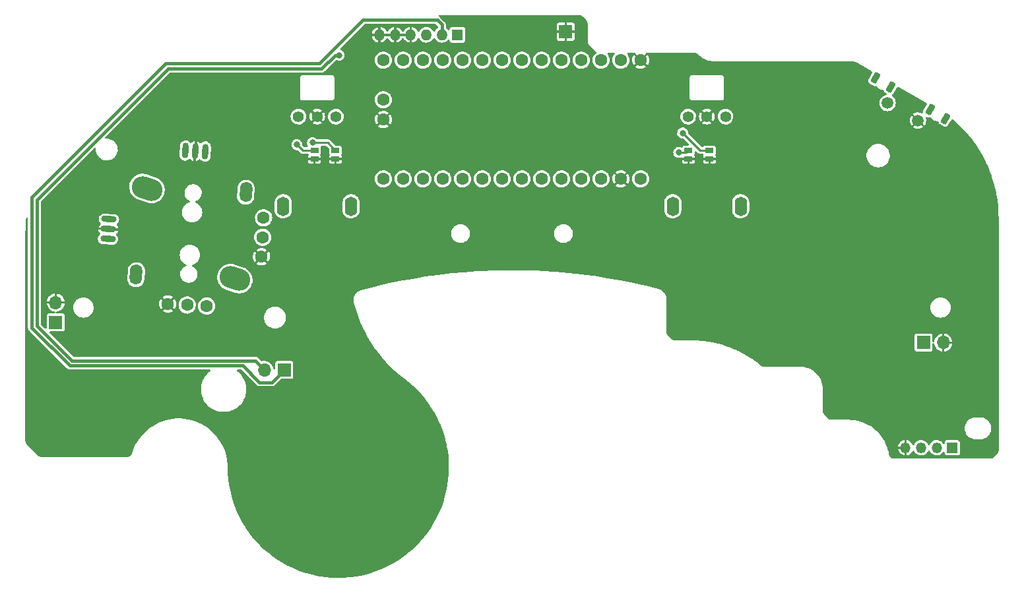
<source format=gbl>
%TF.GenerationSoftware,KiCad,Pcbnew,(6.0.1)*%
%TF.CreationDate,2022-03-24T20:43:30-07:00*%
%TF.ProjectId,PhobGCC,50686f62-4743-4432-9e6b-696361645f70,rev?*%
%TF.SameCoordinates,Original*%
%TF.FileFunction,Copper,L2,Bot*%
%TF.FilePolarity,Positive*%
%FSLAX46Y46*%
G04 Gerber Fmt 4.6, Leading zero omitted, Abs format (unit mm)*
G04 Created by KiCad (PCBNEW (6.0.1)) date 2022-03-24 20:43:30*
%MOMM*%
%LPD*%
G01*
G04 APERTURE LIST*
G04 Aperture macros list*
%AMRoundRect*
0 Rectangle with rounded corners*
0 $1 Rounding radius*
0 $2 $3 $4 $5 $6 $7 $8 $9 X,Y pos of 4 corners*
0 Add a 4 corners polygon primitive as box body*
4,1,4,$2,$3,$4,$5,$6,$7,$8,$9,$2,$3,0*
0 Add four circle primitives for the rounded corners*
1,1,$1+$1,$2,$3*
1,1,$1+$1,$4,$5*
1,1,$1+$1,$6,$7*
1,1,$1+$1,$8,$9*
0 Add four rect primitives between the rounded corners*
20,1,$1+$1,$2,$3,$4,$5,0*
20,1,$1+$1,$4,$5,$6,$7,0*
20,1,$1+$1,$6,$7,$8,$9,0*
20,1,$1+$1,$8,$9,$2,$3,0*%
%AMHorizOval*
0 Thick line with rounded ends*
0 $1 width*
0 $2 $3 position (X,Y) of the first rounded end (center of the circle)*
0 $4 $5 position (X,Y) of the second rounded end (center of the circle)*
0 Add line between two ends*
20,1,$1,$2,$3,$4,$5,0*
0 Add two circle primitives to create the rounded ends*
1,1,$1,$2,$3*
1,1,$1,$4,$5*%
G04 Aperture macros list end*
%TA.AperFunction,ComponentPad*%
%ADD10C,1.498000*%
%TD*%
%TA.AperFunction,SMDPad,CuDef*%
%ADD11RoundRect,0.200000X-0.423205X-0.333013X-0.076795X-0.533013X0.423205X0.333013X0.076795X0.533013X0*%
%TD*%
%TA.AperFunction,ComponentPad*%
%ADD12HorizOval,1.600000X-0.026168X-0.499315X0.026168X0.499315X0*%
%TD*%
%TA.AperFunction,ComponentPad*%
%ADD13HorizOval,2.800000X-0.568661X0.191376X0.568661X-0.191376X0*%
%TD*%
%TA.AperFunction,ComponentPad*%
%ADD14HorizOval,0.800000X-0.031402X-0.599178X0.031402X0.599178X0*%
%TD*%
%TA.AperFunction,ComponentPad*%
%ADD15HorizOval,0.800000X-0.599178X0.031402X0.599178X-0.031402X0*%
%TD*%
%TA.AperFunction,ComponentPad*%
%ADD16C,1.600000*%
%TD*%
%TA.AperFunction,ComponentPad*%
%ADD17R,1.700000X1.700000*%
%TD*%
%TA.AperFunction,ComponentPad*%
%ADD18O,1.700000X1.700000*%
%TD*%
%TA.AperFunction,ComponentPad*%
%ADD19O,1.600000X2.500000*%
%TD*%
%TA.AperFunction,ComponentPad*%
%ADD20C,1.400000*%
%TD*%
%TA.AperFunction,ComponentPad*%
%ADD21R,1.350000X1.350000*%
%TD*%
%TA.AperFunction,ComponentPad*%
%ADD22O,1.350000X1.350000*%
%TD*%
%TA.AperFunction,ComponentPad*%
%ADD23R,1.400000X1.400000*%
%TD*%
%TA.AperFunction,ComponentPad*%
%ADD24O,1.400000X1.400000*%
%TD*%
%TA.AperFunction,SMDPad,CuDef*%
%ADD25R,1.000000X0.650000*%
%TD*%
%TA.AperFunction,ViaPad*%
%ADD26C,0.800000*%
%TD*%
%TA.AperFunction,Conductor*%
%ADD27C,0.400000*%
%TD*%
%TA.AperFunction,Conductor*%
%ADD28C,0.250000*%
%TD*%
G04 APERTURE END LIST*
D10*
X160802886Y-61650000D03*
X164700000Y-63900000D03*
D11*
X159248111Y-58442949D03*
X161239969Y-59592949D03*
X166262917Y-62492949D03*
X168254775Y-63642949D03*
D12*
X64368635Y-83687221D03*
X78441531Y-73109243D03*
D13*
X65770011Y-72615390D03*
X77040155Y-84181074D03*
D14*
X73228104Y-67879226D03*
X71959844Y-67812759D03*
X70691585Y-67746292D03*
D15*
X60886077Y-76575211D03*
X60819610Y-77843471D03*
X60753143Y-79111730D03*
D16*
X68427018Y-87454784D03*
X70923592Y-87585624D03*
X73420166Y-87716464D03*
X80461635Y-81376297D03*
X80592475Y-78879723D03*
X80723315Y-76383149D03*
D17*
X119500000Y-52500000D03*
D16*
X129120000Y-56150000D03*
X126580000Y-56150000D03*
X124040000Y-56150000D03*
X121500000Y-56150000D03*
X118960000Y-56150000D03*
X116420000Y-56150000D03*
X113880000Y-56150000D03*
X111340000Y-56150000D03*
X108800000Y-56150000D03*
X106260000Y-56150000D03*
X103720000Y-56150000D03*
X101180000Y-56150000D03*
X98640000Y-56150000D03*
X96100000Y-56150000D03*
X96100000Y-61230000D03*
X96100000Y-63770000D03*
X96100000Y-71390000D03*
X98640000Y-71390000D03*
X101180000Y-71390000D03*
X103720000Y-71390000D03*
X106260000Y-71390000D03*
X108800000Y-71390000D03*
X111340000Y-71390000D03*
X113880000Y-71390000D03*
X116420000Y-71390000D03*
X118960000Y-71390000D03*
X121500000Y-71390000D03*
X124040000Y-71390000D03*
X126580000Y-71390000D03*
X129120000Y-71390000D03*
D17*
X83375000Y-95900000D03*
D18*
X80835000Y-95900000D03*
D17*
X54050000Y-89800000D03*
D18*
X54050000Y-87260000D03*
D17*
X165400000Y-92400000D03*
D18*
X167940000Y-92400000D03*
D19*
X133250000Y-74900000D03*
X141950000Y-74900000D03*
D20*
X140000000Y-63400000D03*
X137600000Y-63400000D03*
X135200000Y-63400000D03*
D19*
X91950000Y-74900000D03*
X83250000Y-74900000D03*
D20*
X90000000Y-63400000D03*
X87600000Y-63400000D03*
X85200000Y-63400000D03*
D21*
X169100000Y-105900000D03*
D22*
X167100000Y-105900000D03*
X165100000Y-105900000D03*
X163100000Y-105900000D03*
D23*
X105600000Y-52900000D03*
D24*
X103600000Y-52900000D03*
X101600000Y-52900000D03*
X99600000Y-52900000D03*
X97600000Y-52900000D03*
X95600000Y-52900000D03*
D25*
X89950000Y-67725000D03*
X89950000Y-68825000D03*
X87250000Y-68825000D03*
X87250000Y-67725000D03*
X137950000Y-67725000D03*
X137950000Y-68825000D03*
X135250000Y-68825000D03*
X135250000Y-67725000D03*
D26*
X93800000Y-53400000D03*
X170200000Y-95400000D03*
X98300000Y-111400000D03*
X91650000Y-68250000D03*
X123500000Y-76000000D03*
X143000000Y-77900000D03*
X94000002Y-74300000D03*
X112000000Y-81600000D03*
X90300000Y-119400000D03*
X78862500Y-65000000D03*
X130700002Y-74000000D03*
X169000000Y-79100000D03*
X131000000Y-64000000D03*
X146100000Y-66200000D03*
X153850000Y-82650000D03*
X90300000Y-103500000D03*
X116900000Y-53600000D03*
X90450002Y-71000000D03*
X135000000Y-70000000D03*
X141400000Y-89300000D03*
X53500000Y-83000000D03*
X82400000Y-111400000D03*
X90400000Y-55500000D03*
X85000000Y-67000000D03*
X87000000Y-66750498D03*
X134000000Y-68000000D03*
X134500000Y-65500000D03*
D27*
X79635960Y-94700960D02*
X80835000Y-95900000D01*
X56119520Y-94700960D02*
X79635960Y-94700960D01*
X90400000Y-55500000D02*
X89918559Y-55500000D01*
X68450480Y-57249520D02*
X51649520Y-74050480D01*
X51649520Y-74050480D02*
X51649520Y-90230960D01*
X51649520Y-90230960D02*
X56119520Y-94700960D01*
X89918559Y-55500000D02*
X88169039Y-57249520D01*
X88169039Y-57249520D02*
X68450480Y-57249520D01*
D28*
X89950000Y-68825000D02*
X91075000Y-68825000D01*
X91075000Y-68825000D02*
X91650000Y-68250000D01*
D27*
X93500000Y-51000000D02*
X87900000Y-56600000D01*
X103600000Y-52900000D02*
X103600000Y-51600000D01*
X103000000Y-51000000D02*
X93500000Y-51000000D01*
X55850479Y-95350479D02*
X78050479Y-95350479D01*
X51000001Y-73781439D02*
X51000000Y-90500000D01*
X78050479Y-95350479D02*
X80200000Y-97500000D01*
X68181440Y-56600000D02*
X51000001Y-73781439D01*
X103600000Y-51600000D02*
X103000000Y-51000000D01*
X81775000Y-97500000D02*
X83375000Y-95900000D01*
X87900000Y-56600000D02*
X68181440Y-56600000D01*
X51000000Y-90500000D02*
X55850479Y-95350479D01*
X80200000Y-97500000D02*
X81775000Y-97500000D01*
D28*
X85725000Y-67725000D02*
X85000000Y-67000000D01*
X87250000Y-67725000D02*
X85725000Y-67725000D01*
X88975498Y-66750498D02*
X87000000Y-66750498D01*
X89950000Y-67725000D02*
X88975498Y-66750498D01*
X134000000Y-68000000D02*
X134975000Y-68000000D01*
X134975000Y-68000000D02*
X135250000Y-67725000D01*
X137950000Y-67725000D02*
X136725000Y-67725000D01*
X136725000Y-67725000D02*
X134500000Y-65500000D01*
%TA.AperFunction,Conductor*%
G36*
X121177500Y-50338663D02*
G01*
X121182037Y-50339463D01*
X121192892Y-50341377D01*
X121203748Y-50339463D01*
X121214256Y-50339463D01*
X121226606Y-50340070D01*
X121239876Y-50341377D01*
X121317107Y-50348984D01*
X121341329Y-50353802D01*
X121448901Y-50386433D01*
X121471709Y-50395880D01*
X121570849Y-50448872D01*
X121591383Y-50462594D01*
X121661680Y-50520285D01*
X121670842Y-50528589D01*
X121678273Y-50536020D01*
X121684594Y-50545047D01*
X121697402Y-50554015D01*
X121714223Y-50568131D01*
X122075726Y-50929634D01*
X122089843Y-50946457D01*
X122098809Y-50959261D01*
X122107835Y-50965581D01*
X122115266Y-50973012D01*
X122123570Y-50982173D01*
X122181264Y-51052473D01*
X122194982Y-51073003D01*
X122247976Y-51172149D01*
X122257420Y-51194950D01*
X122290054Y-51302529D01*
X122294871Y-51326748D01*
X122299235Y-51371057D01*
X122303636Y-51415732D01*
X122303785Y-51417249D01*
X122304392Y-51429600D01*
X122304392Y-51440108D01*
X122302478Y-51450962D01*
X122304392Y-51461817D01*
X122305192Y-51466354D01*
X122307106Y-51488233D01*
X122307106Y-53457103D01*
X122305192Y-53478982D01*
X122302478Y-53494374D01*
X122303578Y-53500612D01*
X122304361Y-53510566D01*
X122304361Y-53510567D01*
X122310871Y-53593287D01*
X122319141Y-53698368D01*
X122366910Y-53897339D01*
X122368803Y-53901910D01*
X122368804Y-53901912D01*
X122412710Y-54007910D01*
X122445216Y-54086388D01*
X122552132Y-54260859D01*
X122555340Y-54264615D01*
X122555348Y-54264626D01*
X122644808Y-54369368D01*
X122646253Y-54371370D01*
X122646384Y-54371262D01*
X122650385Y-54376132D01*
X122651754Y-54377501D01*
X122651761Y-54377509D01*
X122674441Y-54404063D01*
X122680959Y-54411694D01*
X122684595Y-54416887D01*
X122693628Y-54423212D01*
X122693629Y-54423213D01*
X122697397Y-54425852D01*
X122714223Y-54439970D01*
X123075726Y-54801474D01*
X123089843Y-54818299D01*
X123092483Y-54822069D01*
X123098807Y-54831100D01*
X123103988Y-54834728D01*
X123254835Y-54963564D01*
X123259048Y-54966146D01*
X123259058Y-54966153D01*
X123386301Y-55044128D01*
X123433932Y-55096775D01*
X123445539Y-55166817D01*
X123417436Y-55232014D01*
X123394838Y-55253205D01*
X123390371Y-55255862D01*
X123238305Y-55389220D01*
X123113089Y-55548057D01*
X123018914Y-55727053D01*
X122958937Y-55920213D01*
X122935164Y-56121069D01*
X122948392Y-56322894D01*
X122998178Y-56518928D01*
X123082856Y-56702607D01*
X123199588Y-56867780D01*
X123344466Y-57008913D01*
X123512637Y-57121282D01*
X123517940Y-57123560D01*
X123517943Y-57123562D01*
X123602474Y-57159879D01*
X123698470Y-57201122D01*
X123806240Y-57225508D01*
X123887905Y-57243987D01*
X123895740Y-57245760D01*
X123901509Y-57245987D01*
X123901512Y-57245987D01*
X123977683Y-57248979D01*
X124097842Y-57253700D01*
X124184132Y-57241189D01*
X124292286Y-57225508D01*
X124292291Y-57225507D01*
X124298007Y-57224678D01*
X124303479Y-57222820D01*
X124303481Y-57222820D01*
X124484067Y-57161519D01*
X124484069Y-57161518D01*
X124489531Y-57159664D01*
X124666001Y-57060837D01*
X124707150Y-57026614D01*
X124791359Y-56956577D01*
X124821505Y-56931505D01*
X124950837Y-56776001D01*
X125049664Y-56599531D01*
X125114678Y-56408007D01*
X125115507Y-56402291D01*
X125115508Y-56402286D01*
X125143167Y-56211516D01*
X125143700Y-56207842D01*
X125145215Y-56150000D01*
X125126708Y-55948591D01*
X125120071Y-55925056D01*
X125073376Y-55759490D01*
X125071807Y-55753926D01*
X124982351Y-55572527D01*
X124964079Y-55548057D01*
X124861335Y-55410467D01*
X124863415Y-55408914D01*
X124837493Y-55354850D01*
X124846280Y-55284399D01*
X124891762Y-55229884D01*
X124961853Y-55208589D01*
X125660929Y-55208589D01*
X125729050Y-55228591D01*
X125775543Y-55282247D01*
X125785647Y-55352521D01*
X125759880Y-55412592D01*
X125653089Y-55548057D01*
X125558914Y-55727053D01*
X125498937Y-55920213D01*
X125475164Y-56121069D01*
X125488392Y-56322894D01*
X125538178Y-56518928D01*
X125622856Y-56702607D01*
X125739588Y-56867780D01*
X125884466Y-57008913D01*
X126052637Y-57121282D01*
X126057940Y-57123560D01*
X126057943Y-57123562D01*
X126142474Y-57159879D01*
X126238470Y-57201122D01*
X126346240Y-57225508D01*
X126427905Y-57243987D01*
X126435740Y-57245760D01*
X126441509Y-57245987D01*
X126441512Y-57245987D01*
X126517683Y-57248979D01*
X126637842Y-57253700D01*
X126724132Y-57241189D01*
X126832286Y-57225508D01*
X126832291Y-57225507D01*
X126838007Y-57224678D01*
X126843479Y-57222820D01*
X126843481Y-57222820D01*
X127024067Y-57161519D01*
X127024069Y-57161518D01*
X127029531Y-57159664D01*
X127206001Y-57060837D01*
X127247150Y-57026614D01*
X128460668Y-57026614D01*
X128470550Y-57039104D01*
X128588073Y-57117631D01*
X128598186Y-57123122D01*
X128773322Y-57198366D01*
X128784255Y-57201918D01*
X128970170Y-57243987D01*
X128981579Y-57245489D01*
X129172048Y-57252972D01*
X129183530Y-57252370D01*
X129372176Y-57225018D01*
X129383359Y-57222334D01*
X129563855Y-57161064D01*
X129574370Y-57156382D01*
X129740669Y-57063250D01*
X129750162Y-57056725D01*
X129771410Y-57039054D01*
X129779862Y-57026469D01*
X129773688Y-57015820D01*
X129132812Y-56374944D01*
X129118868Y-56367330D01*
X129117035Y-56367461D01*
X129110420Y-56371712D01*
X128466864Y-57015268D01*
X128460668Y-57026614D01*
X127247150Y-57026614D01*
X127331359Y-56956577D01*
X127361505Y-56931505D01*
X127490837Y-56776001D01*
X127589664Y-56599531D01*
X127654678Y-56408007D01*
X127655507Y-56402291D01*
X127655508Y-56402286D01*
X127683167Y-56211516D01*
X127683700Y-56207842D01*
X127685215Y-56150000D01*
X127683088Y-56126848D01*
X128016044Y-56126848D01*
X128028510Y-56317047D01*
X128030311Y-56328417D01*
X128077230Y-56513161D01*
X128081071Y-56524008D01*
X128160872Y-56697111D01*
X128166623Y-56707072D01*
X128232430Y-56800188D01*
X128243020Y-56808576D01*
X128256320Y-56801548D01*
X128895056Y-56162812D01*
X128901434Y-56151132D01*
X129337330Y-56151132D01*
X129337461Y-56152965D01*
X129341712Y-56159580D01*
X129984658Y-56802526D01*
X129997966Y-56809793D01*
X130008005Y-56802671D01*
X130026725Y-56780162D01*
X130033250Y-56770669D01*
X130126382Y-56604370D01*
X130131064Y-56593855D01*
X130192334Y-56413359D01*
X130195018Y-56402176D01*
X130222666Y-56211490D01*
X130223296Y-56204107D01*
X130224616Y-56153704D01*
X130224373Y-56146305D01*
X130206743Y-55954439D01*
X130204645Y-55943118D01*
X130152907Y-55759670D01*
X130148782Y-55748923D01*
X130064477Y-55577967D01*
X130058468Y-55568163D01*
X130007534Y-55499954D01*
X129996275Y-55491505D01*
X129983855Y-55498277D01*
X129344944Y-56137188D01*
X129337330Y-56151132D01*
X128901434Y-56151132D01*
X128902670Y-56148868D01*
X128902539Y-56147035D01*
X128898288Y-56140420D01*
X128255997Y-55498129D01*
X128243157Y-55491118D01*
X128232465Y-55498915D01*
X128197086Y-55543794D01*
X128190822Y-55553439D01*
X128102070Y-55722129D01*
X128097665Y-55732763D01*
X128041141Y-55914800D01*
X128038749Y-55926054D01*
X128016345Y-56115347D01*
X128016044Y-56126848D01*
X127683088Y-56126848D01*
X127666708Y-55948591D01*
X127660071Y-55925056D01*
X127613376Y-55759490D01*
X127611807Y-55753926D01*
X127522351Y-55572527D01*
X127504079Y-55548057D01*
X127401335Y-55410467D01*
X127403415Y-55408914D01*
X127377493Y-55354850D01*
X127386280Y-55284399D01*
X127431762Y-55229884D01*
X127501853Y-55208589D01*
X128348938Y-55208589D01*
X128417059Y-55228591D01*
X128457106Y-55269969D01*
X128464533Y-55282401D01*
X129107188Y-55925056D01*
X129121132Y-55932670D01*
X129122965Y-55932539D01*
X129129580Y-55928288D01*
X129774661Y-55283207D01*
X129779577Y-55274204D01*
X129829780Y-55224001D01*
X129890165Y-55208589D01*
X135980900Y-55208589D01*
X136002779Y-55210503D01*
X136007316Y-55211303D01*
X136018171Y-55213217D01*
X136029027Y-55211303D01*
X136038812Y-55211303D01*
X136051411Y-55211935D01*
X136145069Y-55221363D01*
X136169787Y-55226390D01*
X136279483Y-55260438D01*
X136302714Y-55270295D01*
X136353065Y-55297908D01*
X136403414Y-55325519D01*
X136424216Y-55339810D01*
X136496056Y-55400597D01*
X136505285Y-55409236D01*
X136512079Y-55416268D01*
X136518246Y-55425406D01*
X136524885Y-55430227D01*
X136529861Y-55434885D01*
X136529870Y-55434902D01*
X136530334Y-55435359D01*
X136530615Y-55435591D01*
X136700409Y-55594537D01*
X136731548Y-55623687D01*
X136768924Y-55652224D01*
X136960467Y-55798470D01*
X136960472Y-55798474D01*
X136962977Y-55800386D01*
X137110166Y-55890988D01*
X137166965Y-55925950D01*
X137210940Y-55953019D01*
X137213777Y-55954394D01*
X137213787Y-55954400D01*
X137409956Y-56049510D01*
X137472943Y-56080049D01*
X137619834Y-56133856D01*
X137743380Y-56179112D01*
X137743385Y-56179114D01*
X137746351Y-56180200D01*
X138028415Y-56252465D01*
X138031537Y-56252938D01*
X138031545Y-56252940D01*
X138304942Y-56294394D01*
X138316298Y-56296116D01*
X138454303Y-56303044D01*
X138591193Y-56309917D01*
X138591541Y-56309956D01*
X138591960Y-56309967D01*
X138592009Y-56309958D01*
X138599026Y-56310310D01*
X138607106Y-56311735D01*
X138617961Y-56309821D01*
X138617963Y-56309821D01*
X138622498Y-56309021D01*
X138644377Y-56307107D01*
X156302837Y-56307107D01*
X156324717Y-56309021D01*
X156329248Y-56309820D01*
X156340103Y-56311734D01*
X156350957Y-56309820D01*
X156361984Y-56309820D01*
X156361984Y-56310612D01*
X156374171Y-56310076D01*
X156450312Y-56316715D01*
X156471868Y-56320504D01*
X156550547Y-56341512D01*
X156568128Y-56346206D01*
X156588705Y-56353668D01*
X156658014Y-56385863D01*
X156668316Y-56392402D01*
X156668710Y-56391716D01*
X156678265Y-56397210D01*
X156686724Y-56404283D01*
X156701429Y-56409606D01*
X156721341Y-56418849D01*
X157605208Y-56927073D01*
X158779011Y-57602011D01*
X158828095Y-57653307D01*
X158841654Y-57722997D01*
X158825323Y-57774240D01*
X158367773Y-58566741D01*
X158342928Y-58623069D01*
X158319389Y-58764490D01*
X158336489Y-58906833D01*
X158392851Y-59038654D01*
X158483947Y-59149359D01*
X158511707Y-59169677D01*
X158530879Y-59183709D01*
X158530886Y-59183713D01*
X158533626Y-59185719D01*
X158962095Y-59433095D01*
X158965215Y-59434471D01*
X159011197Y-59454752D01*
X159011200Y-59454753D01*
X159018424Y-59457939D01*
X159026213Y-59459236D01*
X159026215Y-59459236D01*
X159150987Y-59480004D01*
X159150990Y-59480004D01*
X159159845Y-59481478D01*
X159293413Y-59465433D01*
X159293416Y-59465433D01*
X159302187Y-59464379D01*
X159302339Y-59465645D01*
X159364324Y-59467120D01*
X159423120Y-59506913D01*
X159432839Y-59520409D01*
X159483138Y-59600979D01*
X159611302Y-59737335D01*
X159763605Y-59846067D01*
X159934194Y-59922998D01*
X160116514Y-59965170D01*
X160122696Y-59965361D01*
X160122700Y-59965362D01*
X160199065Y-59967726D01*
X160213106Y-59968161D01*
X160280575Y-59990262D01*
X160325385Y-60045331D01*
X160327821Y-60052452D01*
X160328347Y-60056833D01*
X160331876Y-60065086D01*
X160331876Y-60065087D01*
X160376861Y-60170298D01*
X160384709Y-60188654D01*
X160475805Y-60299359D01*
X160503565Y-60319677D01*
X160522737Y-60333709D01*
X160522744Y-60333713D01*
X160525484Y-60335719D01*
X160532331Y-60339672D01*
X160617200Y-60388671D01*
X160666193Y-60440053D01*
X160679629Y-60509767D01*
X160653243Y-60575678D01*
X160589776Y-60618664D01*
X160407834Y-60672212D01*
X160225438Y-60767567D01*
X160220637Y-60771427D01*
X160220634Y-60771429D01*
X160135983Y-60839490D01*
X160065036Y-60896533D01*
X159932739Y-61054198D01*
X159833586Y-61234558D01*
X159831725Y-61240425D01*
X159831724Y-61240427D01*
X159773215Y-61424871D01*
X159771353Y-61430741D01*
X159750303Y-61618412D01*
X159749210Y-61628157D01*
X159748411Y-61635276D01*
X159749647Y-61650000D01*
X159762967Y-61808617D01*
X159765633Y-61840372D01*
X159822364Y-62038216D01*
X159825182Y-62043698D01*
X159825183Y-62043702D01*
X159913623Y-62215788D01*
X159913626Y-62215792D01*
X159916443Y-62221274D01*
X160044286Y-62382571D01*
X160048980Y-62386566D01*
X160150790Y-62473213D01*
X160201024Y-62515966D01*
X160380687Y-62616376D01*
X160576431Y-62679977D01*
X160780801Y-62704347D01*
X160786936Y-62703875D01*
X160786938Y-62703875D01*
X160979870Y-62689030D01*
X160979874Y-62689029D01*
X160986012Y-62688557D01*
X161079214Y-62662534D01*
X161178303Y-62634868D01*
X161178307Y-62634867D01*
X161184247Y-62633208D01*
X161189751Y-62630428D01*
X161189753Y-62630427D01*
X161362456Y-62543189D01*
X161362458Y-62543188D01*
X161367957Y-62540410D01*
X161498843Y-62438151D01*
X161525283Y-62417494D01*
X161525284Y-62417493D01*
X161530144Y-62413696D01*
X161664629Y-62257893D01*
X161766291Y-62078936D01*
X161831257Y-61883640D01*
X161857053Y-61679446D01*
X161857464Y-61650000D01*
X161837380Y-61445165D01*
X161777892Y-61248132D01*
X161681266Y-61066405D01*
X161677368Y-61061626D01*
X161677365Y-61061621D01*
X161555078Y-60911682D01*
X161555076Y-60911680D01*
X161551184Y-60906908D01*
X161392599Y-60775715D01*
X161393732Y-60774346D01*
X161353809Y-60726143D01*
X161345274Y-60655661D01*
X161376199Y-60591754D01*
X161410578Y-60567248D01*
X161409945Y-60566207D01*
X161417612Y-60561546D01*
X161425867Y-60558016D01*
X161536572Y-60466920D01*
X161556236Y-60440053D01*
X161570922Y-60419986D01*
X161572931Y-60417241D01*
X162033970Y-59618697D01*
X162085351Y-59569705D01*
X162155065Y-59556269D01*
X162205894Y-59572468D01*
X164033812Y-60623521D01*
X165800963Y-61639633D01*
X165850047Y-61690929D01*
X165863606Y-61760619D01*
X165847275Y-61811862D01*
X165382579Y-62616741D01*
X165381205Y-62619856D01*
X165381202Y-62619862D01*
X165371714Y-62641375D01*
X165357734Y-62673069D01*
X165352528Y-62704347D01*
X165342167Y-62766597D01*
X165334195Y-62814490D01*
X165335266Y-62823406D01*
X165335266Y-62823409D01*
X165335471Y-62825118D01*
X165335189Y-62826803D01*
X165335062Y-62832379D01*
X165334257Y-62832361D01*
X165323735Y-62895138D01*
X165276006Y-62947697D01*
X165207439Y-62966109D01*
X165150442Y-62950979D01*
X165113894Y-62931218D01*
X165102584Y-62926464D01*
X164917836Y-62869275D01*
X164905825Y-62866809D01*
X164713488Y-62846594D01*
X164701219Y-62846509D01*
X164508625Y-62864036D01*
X164496576Y-62866334D01*
X164311045Y-62920939D01*
X164299677Y-62925532D01*
X164128288Y-63015132D01*
X164118023Y-63021850D01*
X164085556Y-63047953D01*
X164077088Y-63060121D01*
X164083463Y-63071331D01*
X165529249Y-64517117D01*
X165542876Y-64524558D01*
X165552443Y-64517902D01*
X165557310Y-64512264D01*
X165564376Y-64502246D01*
X165659900Y-64334092D01*
X165664892Y-64322882D01*
X165725935Y-64139381D01*
X165728655Y-64127410D01*
X165753222Y-63932936D01*
X165753714Y-63925907D01*
X165754027Y-63903523D01*
X165753732Y-63896495D01*
X165734602Y-63701396D01*
X165732219Y-63689359D01*
X165697123Y-63573117D01*
X165696582Y-63502123D01*
X165734510Y-63442106D01*
X165798864Y-63412122D01*
X165869213Y-63421690D01*
X165880744Y-63427579D01*
X165887665Y-63431575D01*
X165976901Y-63483095D01*
X165980021Y-63484471D01*
X166026003Y-63504752D01*
X166026006Y-63504753D01*
X166033230Y-63507939D01*
X166041019Y-63509236D01*
X166041021Y-63509236D01*
X166165793Y-63530004D01*
X166165796Y-63530004D01*
X166174651Y-63531478D01*
X166245822Y-63522928D01*
X166308079Y-63515450D01*
X166308080Y-63515450D01*
X166316993Y-63514379D01*
X166322429Y-63512055D01*
X166391862Y-63513706D01*
X166450659Y-63553498D01*
X166460379Y-63566994D01*
X166505079Y-63638595D01*
X166633243Y-63774951D01*
X166785546Y-63883683D01*
X166956135Y-63960614D01*
X167138455Y-64002786D01*
X167144638Y-64002977D01*
X167144642Y-64002978D01*
X167224506Y-64005451D01*
X167291975Y-64027553D01*
X167336785Y-64082622D01*
X167342117Y-64098207D01*
X167343153Y-64106833D01*
X167359048Y-64144008D01*
X167395016Y-64228131D01*
X167399515Y-64238654D01*
X167490611Y-64349359D01*
X167518371Y-64369677D01*
X167537543Y-64383709D01*
X167537550Y-64383713D01*
X167540290Y-64385719D01*
X167968759Y-64633095D01*
X167978529Y-64637404D01*
X168017861Y-64654752D01*
X168017864Y-64654753D01*
X168025088Y-64657939D01*
X168032877Y-64659236D01*
X168032879Y-64659236D01*
X168157651Y-64680004D01*
X168157654Y-64680004D01*
X168166509Y-64681478D01*
X168308851Y-64664379D01*
X168382018Y-64633095D01*
X168432418Y-64611546D01*
X168432420Y-64611545D01*
X168440673Y-64608016D01*
X168551378Y-64516920D01*
X168587737Y-64467241D01*
X168959050Y-63824107D01*
X168984497Y-63780032D01*
X169035879Y-63731039D01*
X169105593Y-63717603D01*
X169176038Y-63747729D01*
X169610013Y-64123049D01*
X169614339Y-64126970D01*
X170167396Y-64652006D01*
X170171503Y-64656089D01*
X170456910Y-64953373D01*
X170699660Y-65206225D01*
X170703606Y-65210531D01*
X171205668Y-65784520D01*
X171209411Y-65789005D01*
X171684328Y-66385644D01*
X171687859Y-66390297D01*
X172134614Y-67008309D01*
X172137926Y-67013121D01*
X172555567Y-67651190D01*
X172558651Y-67656149D01*
X172939986Y-68302241D01*
X172946268Y-68312885D01*
X172949110Y-68317967D01*
X173304065Y-68988548D01*
X173305866Y-68991951D01*
X173308471Y-68997160D01*
X173519372Y-69444601D01*
X173633621Y-69686988D01*
X173635988Y-69692328D01*
X173928802Y-70396454D01*
X173930919Y-70401898D01*
X174071870Y-70790765D01*
X174143696Y-70988923D01*
X174190781Y-71118826D01*
X174192644Y-71124363D01*
X174419005Y-71852590D01*
X174420609Y-71858206D01*
X174612972Y-72596130D01*
X174614314Y-72601815D01*
X174629376Y-72672954D01*
X174771895Y-73346092D01*
X174772264Y-73347837D01*
X174773341Y-73353574D01*
X174787854Y-73442219D01*
X174896555Y-74106182D01*
X174897364Y-74111967D01*
X174900850Y-74141905D01*
X174978973Y-74812862D01*
X174985557Y-74869412D01*
X174986097Y-74875219D01*
X175038144Y-75622369D01*
X175039091Y-75635966D01*
X175039361Y-75641785D01*
X175045563Y-75909274D01*
X175056278Y-76371418D01*
X175054399Y-76396210D01*
X175052478Y-76407107D01*
X175054392Y-76417962D01*
X175055192Y-76422499D01*
X175057106Y-76444378D01*
X175057106Y-106155622D01*
X175055192Y-106177501D01*
X175052478Y-106192893D01*
X175054392Y-106203749D01*
X175054392Y-106214257D01*
X175053785Y-106226608D01*
X175044871Y-106317108D01*
X175040053Y-106341330D01*
X175007422Y-106448902D01*
X174997975Y-106471710D01*
X174944984Y-106570848D01*
X174931261Y-106591384D01*
X174873570Y-106661681D01*
X174865266Y-106670843D01*
X174857835Y-106678274D01*
X174848808Y-106684595D01*
X174842488Y-106693621D01*
X174839842Y-106697400D01*
X174825724Y-106714224D01*
X174464221Y-107075727D01*
X174447398Y-107089844D01*
X174443622Y-107092488D01*
X174443620Y-107092490D01*
X174434594Y-107098810D01*
X174428274Y-107107836D01*
X174420843Y-107115267D01*
X174411682Y-107123571D01*
X174347682Y-107176095D01*
X174341382Y-107181265D01*
X174320852Y-107194983D01*
X174221706Y-107247977D01*
X174198905Y-107257421D01*
X174091326Y-107290055D01*
X174067107Y-107294872D01*
X174007845Y-107300709D01*
X173976603Y-107303786D01*
X173964255Y-107304393D01*
X173953747Y-107304393D01*
X173942893Y-107302479D01*
X173932038Y-107304393D01*
X173927501Y-107305193D01*
X173905622Y-107307107D01*
X161698265Y-107307107D01*
X161676386Y-107305193D01*
X161671849Y-107304393D01*
X161660994Y-107302479D01*
X161650139Y-107304393D01*
X161640335Y-107304393D01*
X161627726Y-107303760D01*
X161534207Y-107294354D01*
X161509494Y-107289333D01*
X161473779Y-107278257D01*
X161399881Y-107255339D01*
X161376672Y-107245500D01*
X161276029Y-107190362D01*
X161255241Y-107176097D01*
X161211415Y-107139057D01*
X161167592Y-107102019D01*
X161150058Y-107083896D01*
X161078919Y-106993851D01*
X161065345Y-106972599D01*
X161013562Y-106870194D01*
X161004491Y-106846663D01*
X160999081Y-106826939D01*
X160979629Y-106756015D01*
X160976902Y-106743671D01*
X160975271Y-106734013D01*
X160975349Y-106723002D01*
X160975104Y-106722313D01*
X160917192Y-106448894D01*
X160885085Y-106297308D01*
X160885083Y-106297302D01*
X160884544Y-106294755D01*
X160874378Y-106260843D01*
X160816013Y-106066165D01*
X162135479Y-106066165D01*
X162135861Y-106070718D01*
X162138075Y-106082780D01*
X162187381Y-106254731D01*
X162191900Y-106266143D01*
X162273664Y-106425239D01*
X162280311Y-106435552D01*
X162391421Y-106575738D01*
X162399944Y-106584564D01*
X162536170Y-106700502D01*
X162546242Y-106707502D01*
X162702391Y-106794770D01*
X162713631Y-106799681D01*
X162883761Y-106854959D01*
X162895735Y-106857592D01*
X162932011Y-106861918D01*
X162946418Y-106859491D01*
X162949567Y-106848268D01*
X163250000Y-106848268D01*
X163254354Y-106863095D01*
X163265396Y-106865057D01*
X163276070Y-106863174D01*
X163448354Y-106815071D01*
X163459787Y-106810637D01*
X163619459Y-106729981D01*
X163629818Y-106723407D01*
X163770777Y-106613278D01*
X163779659Y-106604820D01*
X163896544Y-106469407D01*
X163903618Y-106459380D01*
X163991713Y-106304303D01*
X164042752Y-106254952D01*
X164112370Y-106241029D01*
X164178463Y-106266955D01*
X164213335Y-106308944D01*
X164273242Y-106425511D01*
X164273245Y-106425516D01*
X164276060Y-106430993D01*
X164394889Y-106580918D01*
X164399583Y-106584913D01*
X164516709Y-106684595D01*
X164540575Y-106704907D01*
X164545953Y-106707913D01*
X164545955Y-106707914D01*
X164557246Y-106714224D01*
X164707570Y-106798237D01*
X164889512Y-106857354D01*
X165079472Y-106880005D01*
X165085607Y-106879533D01*
X165085609Y-106879533D01*
X165264071Y-106865801D01*
X165264075Y-106865800D01*
X165270213Y-106865328D01*
X165454472Y-106813882D01*
X165625228Y-106727627D01*
X165630630Y-106723407D01*
X165763438Y-106619646D01*
X165775979Y-106609848D01*
X165797503Y-106584913D01*
X165896958Y-106469692D01*
X165896959Y-106469691D01*
X165900982Y-106465030D01*
X165917574Y-106435824D01*
X165943055Y-106390969D01*
X165991987Y-106304833D01*
X166043025Y-106255484D01*
X166112643Y-106241561D01*
X166178737Y-106267487D01*
X166213608Y-106309476D01*
X166273242Y-106425511D01*
X166273245Y-106425516D01*
X166276060Y-106430993D01*
X166394889Y-106580918D01*
X166399583Y-106584913D01*
X166516709Y-106684595D01*
X166540575Y-106704907D01*
X166545953Y-106707913D01*
X166545955Y-106707914D01*
X166557246Y-106714224D01*
X166707570Y-106798237D01*
X166889512Y-106857354D01*
X167079472Y-106880005D01*
X167085607Y-106879533D01*
X167085609Y-106879533D01*
X167264071Y-106865801D01*
X167264075Y-106865800D01*
X167270213Y-106865328D01*
X167454472Y-106813882D01*
X167625228Y-106727627D01*
X167630630Y-106723407D01*
X167763438Y-106619646D01*
X167775979Y-106609848D01*
X167797503Y-106584913D01*
X167900982Y-106465030D01*
X167902402Y-106466256D01*
X167951151Y-106427568D01*
X168021795Y-106420505D01*
X168085044Y-106452757D01*
X168120815Y-106514083D01*
X168124500Y-106544333D01*
X168124500Y-106619646D01*
X168127618Y-106645846D01*
X168131456Y-106654486D01*
X168131456Y-106654487D01*
X168157306Y-106712683D01*
X168173061Y-106748153D01*
X168181294Y-106756372D01*
X168181295Y-106756373D01*
X168212835Y-106787858D01*
X168252287Y-106827241D01*
X168262924Y-106831944D01*
X168262926Y-106831945D01*
X168299848Y-106848268D01*
X168354673Y-106872506D01*
X168380354Y-106875500D01*
X169819646Y-106875500D01*
X169823350Y-106875059D01*
X169823353Y-106875059D01*
X169830746Y-106874179D01*
X169845846Y-106872382D01*
X169856723Y-106867551D01*
X169937518Y-106831663D01*
X169948153Y-106826939D01*
X169960001Y-106815071D01*
X170019023Y-106755945D01*
X170027241Y-106747713D01*
X170034895Y-106730402D01*
X170068675Y-106653992D01*
X170072506Y-106645327D01*
X170075500Y-106619646D01*
X170075500Y-105180354D01*
X170072382Y-105154154D01*
X170039350Y-105079787D01*
X170031663Y-105062482D01*
X170026939Y-105051847D01*
X169947713Y-104972759D01*
X169937076Y-104968056D01*
X169937074Y-104968055D01*
X169873445Y-104939925D01*
X169845327Y-104927494D01*
X169819646Y-104924500D01*
X168380354Y-104924500D01*
X168376650Y-104924941D01*
X168376647Y-104924941D01*
X168369254Y-104925821D01*
X168354154Y-104927618D01*
X168345514Y-104931456D01*
X168345513Y-104931456D01*
X168266287Y-104966647D01*
X168251847Y-104973061D01*
X168243628Y-104981294D01*
X168243627Y-104981295D01*
X168215241Y-105009731D01*
X168172759Y-105052287D01*
X168168056Y-105062924D01*
X168168055Y-105062926D01*
X168141735Y-105122462D01*
X168127494Y-105154673D01*
X168124500Y-105180354D01*
X168124500Y-105258805D01*
X168104498Y-105326926D01*
X168050842Y-105373419D01*
X167980568Y-105383523D01*
X167915988Y-105354029D01*
X167900857Y-105338441D01*
X167799430Y-105214078D01*
X167799427Y-105214075D01*
X167795535Y-105209303D01*
X167780526Y-105196886D01*
X167652879Y-105091288D01*
X167648132Y-105087361D01*
X167568040Y-105044055D01*
X167485276Y-104999304D01*
X167485273Y-104999303D01*
X167479851Y-104996371D01*
X167383821Y-104966645D01*
X167302988Y-104941623D01*
X167302985Y-104941622D01*
X167297101Y-104939801D01*
X167290976Y-104939157D01*
X167290975Y-104939157D01*
X167112971Y-104920448D01*
X167112970Y-104920448D01*
X167106843Y-104919804D01*
X166993904Y-104930082D01*
X166922466Y-104936583D01*
X166922465Y-104936583D01*
X166916325Y-104937142D01*
X166732803Y-104991156D01*
X166727338Y-104994013D01*
X166568728Y-105076932D01*
X166568724Y-105076935D01*
X166563268Y-105079787D01*
X166558468Y-105083647D01*
X166558467Y-105083647D01*
X166459099Y-105163541D01*
X166414176Y-105199660D01*
X166291207Y-105346208D01*
X166288237Y-105351610D01*
X166288231Y-105351619D01*
X166209896Y-105494109D01*
X166159551Y-105544168D01*
X166090134Y-105559061D01*
X166023685Y-105534060D01*
X165988231Y-105492562D01*
X165978781Y-105474788D01*
X165916446Y-105357555D01*
X165852189Y-105278768D01*
X165799430Y-105214078D01*
X165799427Y-105214075D01*
X165795535Y-105209303D01*
X165780526Y-105196886D01*
X165652879Y-105091288D01*
X165648132Y-105087361D01*
X165568040Y-105044055D01*
X165485276Y-104999304D01*
X165485273Y-104999303D01*
X165479851Y-104996371D01*
X165383821Y-104966645D01*
X165302988Y-104941623D01*
X165302985Y-104941622D01*
X165297101Y-104939801D01*
X165290976Y-104939157D01*
X165290975Y-104939157D01*
X165112971Y-104920448D01*
X165112970Y-104920448D01*
X165106843Y-104919804D01*
X164993904Y-104930082D01*
X164922466Y-104936583D01*
X164922465Y-104936583D01*
X164916325Y-104937142D01*
X164732803Y-104991156D01*
X164727338Y-104994013D01*
X164568728Y-105076932D01*
X164568724Y-105076935D01*
X164563268Y-105079787D01*
X164558468Y-105083647D01*
X164558467Y-105083647D01*
X164459099Y-105163541D01*
X164414176Y-105199660D01*
X164291207Y-105346208D01*
X164288237Y-105351611D01*
X164288236Y-105351612D01*
X164209609Y-105494634D01*
X164159263Y-105544693D01*
X164089846Y-105559586D01*
X164023397Y-105534585D01*
X163987942Y-105493086D01*
X163918917Y-105363267D01*
X163912135Y-105353058D01*
X163799074Y-105214432D01*
X163790430Y-105205728D01*
X163652601Y-105091706D01*
X163642430Y-105084846D01*
X163485072Y-104999763D01*
X163473773Y-104995013D01*
X163302883Y-104942113D01*
X163290876Y-104939648D01*
X163268015Y-104937245D01*
X163253365Y-104939925D01*
X163250000Y-104952247D01*
X163250000Y-106848268D01*
X162949567Y-106848268D01*
X162950000Y-106846723D01*
X162950000Y-106068115D01*
X162945525Y-106052876D01*
X162944135Y-106051671D01*
X162936452Y-106050000D01*
X162152237Y-106050000D01*
X162137542Y-106054315D01*
X162135479Y-106066165D01*
X160816013Y-106066165D01*
X160773030Y-105922794D01*
X160758830Y-105875430D01*
X160702566Y-105731997D01*
X162137687Y-105731997D01*
X162140240Y-105746527D01*
X162152787Y-105750000D01*
X162931885Y-105750000D01*
X162947124Y-105745525D01*
X162948329Y-105744135D01*
X162950000Y-105736452D01*
X162950000Y-104952694D01*
X162945724Y-104938132D01*
X162933621Y-104936070D01*
X162922557Y-104937076D01*
X162910511Y-104939374D01*
X162738900Y-104989882D01*
X162727532Y-104994475D01*
X162569002Y-105077352D01*
X162558741Y-105084067D01*
X162419327Y-105196159D01*
X162410568Y-105204737D01*
X162295580Y-105341774D01*
X162288655Y-105351888D01*
X162202473Y-105508653D01*
X162197645Y-105519917D01*
X162143553Y-105690436D01*
X162141005Y-105702424D01*
X162137687Y-105731997D01*
X160702566Y-105731997D01*
X160598969Y-105467898D01*
X160552586Y-105373419D01*
X160407193Y-105077268D01*
X160407192Y-105077266D01*
X160406048Y-105074936D01*
X160181382Y-104699220D01*
X159926502Y-104343308D01*
X159766329Y-104154689D01*
X159644822Y-104011602D01*
X159644818Y-104011598D01*
X159643142Y-104009624D01*
X159557029Y-103923713D01*
X159335078Y-103702283D01*
X159335070Y-103702275D01*
X159333232Y-103700442D01*
X159328610Y-103696535D01*
X159174116Y-103565964D01*
X158998884Y-103417866D01*
X158906267Y-103351868D01*
X158880896Y-103333789D01*
X170695996Y-103333789D01*
X170704913Y-103571295D01*
X170753719Y-103803904D01*
X170755677Y-103808863D01*
X170755678Y-103808865D01*
X170834240Y-104007794D01*
X170841020Y-104024963D01*
X170843787Y-104029522D01*
X170843788Y-104029525D01*
X170893367Y-104111228D01*
X170964319Y-104228153D01*
X170967816Y-104232183D01*
X171114108Y-104400770D01*
X171120090Y-104407664D01*
X171124216Y-104411047D01*
X171124220Y-104411051D01*
X171212913Y-104483774D01*
X171303880Y-104558362D01*
X171308516Y-104561001D01*
X171308519Y-104561003D01*
X171409561Y-104618519D01*
X171510433Y-104675939D01*
X171733844Y-104757034D01*
X171739092Y-104757983D01*
X171963641Y-104798588D01*
X171963648Y-104798589D01*
X171967725Y-104799326D01*
X171985991Y-104800187D01*
X171991131Y-104800430D01*
X171991138Y-104800430D01*
X171992619Y-104800500D01*
X172759680Y-104800500D01*
X172842026Y-104793513D01*
X172931512Y-104785920D01*
X172931516Y-104785919D01*
X172936823Y-104785469D01*
X172941978Y-104784131D01*
X172941984Y-104784130D01*
X173161703Y-104727102D01*
X173161702Y-104727102D01*
X173166874Y-104725760D01*
X173283327Y-104673302D01*
X173378715Y-104630333D01*
X173378718Y-104630332D01*
X173383576Y-104628143D01*
X173396664Y-104619332D01*
X173492253Y-104554977D01*
X173580732Y-104495409D01*
X173752705Y-104331355D01*
X173894579Y-104140670D01*
X174002295Y-103928807D01*
X174041079Y-103803904D01*
X174071193Y-103706919D01*
X174072775Y-103701824D01*
X174104004Y-103466211D01*
X174095087Y-103228705D01*
X174046281Y-102996096D01*
X174022359Y-102935521D01*
X173960941Y-102780002D01*
X173960940Y-102780000D01*
X173958980Y-102775037D01*
X173955315Y-102768996D01*
X173838448Y-102576407D01*
X173835681Y-102571847D01*
X173801636Y-102532613D01*
X173683410Y-102396369D01*
X173683408Y-102396367D01*
X173679910Y-102392336D01*
X173675784Y-102388953D01*
X173675780Y-102388949D01*
X173527088Y-102267030D01*
X173496120Y-102241638D01*
X173491484Y-102238999D01*
X173491481Y-102238997D01*
X173331681Y-102148034D01*
X173289567Y-102124061D01*
X173066156Y-102042966D01*
X173060908Y-102042017D01*
X172836359Y-102001412D01*
X172836352Y-102001411D01*
X172832275Y-102000674D01*
X172814009Y-101999813D01*
X172808869Y-101999570D01*
X172808862Y-101999570D01*
X172807381Y-101999500D01*
X172040320Y-101999500D01*
X171957974Y-102006487D01*
X171868488Y-102014080D01*
X171868484Y-102014081D01*
X171863177Y-102014531D01*
X171858022Y-102015869D01*
X171858016Y-102015870D01*
X171746612Y-102044785D01*
X171633126Y-102074240D01*
X171578585Y-102098809D01*
X171421285Y-102169667D01*
X171421282Y-102169668D01*
X171416424Y-102171857D01*
X171412000Y-102174836D01*
X171411999Y-102174836D01*
X171390977Y-102188989D01*
X171219268Y-102304591D01*
X171215411Y-102308270D01*
X171215409Y-102308272D01*
X171145207Y-102375242D01*
X171047295Y-102468645D01*
X170905421Y-102659330D01*
X170797705Y-102871193D01*
X170796124Y-102876284D01*
X170796123Y-102876287D01*
X170757301Y-103001315D01*
X170727225Y-103098176D01*
X170695996Y-103333789D01*
X158880896Y-103333789D01*
X158644478Y-103165320D01*
X158644469Y-103165314D01*
X158642375Y-103163822D01*
X158640164Y-103162507D01*
X158640158Y-103162503D01*
X158268350Y-102941358D01*
X158268346Y-102941356D01*
X158266132Y-102940039D01*
X158263815Y-102938908D01*
X158263809Y-102938905D01*
X157875054Y-102749182D01*
X157875053Y-102749182D01*
X157872718Y-102748042D01*
X157792333Y-102716727D01*
X157467228Y-102590079D01*
X157467224Y-102590078D01*
X157464812Y-102589138D01*
X157462326Y-102588399D01*
X157462320Y-102588397D01*
X157047704Y-102465156D01*
X157047696Y-102465154D01*
X157045193Y-102464410D01*
X156616718Y-102374706D01*
X156182305Y-102320639D01*
X156179722Y-102320532D01*
X156179718Y-102320532D01*
X155757409Y-102303091D01*
X155757407Y-102303091D01*
X155745632Y-102302605D01*
X155744914Y-102302478D01*
X155734042Y-102304395D01*
X155734041Y-102304395D01*
X155729516Y-102305193D01*
X155707637Y-102307107D01*
X153658590Y-102307107D01*
X153636711Y-102305193D01*
X153632174Y-102304393D01*
X153621319Y-102302479D01*
X153610463Y-102304393D01*
X153599955Y-102304393D01*
X153587605Y-102303786D01*
X153565522Y-102301611D01*
X153497104Y-102294872D01*
X153472882Y-102290054D01*
X153365310Y-102257423D01*
X153342502Y-102247976D01*
X153243362Y-102194984D01*
X153222828Y-102181262D01*
X153152531Y-102123571D01*
X153143369Y-102115267D01*
X153135938Y-102107836D01*
X153129617Y-102098809D01*
X153116809Y-102089841D01*
X153099988Y-102075725D01*
X152738487Y-101714224D01*
X152724369Y-101697400D01*
X152721723Y-101693621D01*
X152715403Y-101684595D01*
X152706377Y-101678275D01*
X152698946Y-101670844D01*
X152690642Y-101661683D01*
X152632948Y-101591383D01*
X152619230Y-101570853D01*
X152566236Y-101471707D01*
X152556792Y-101448906D01*
X152524158Y-101341327D01*
X152519341Y-101317108D01*
X152510427Y-101226607D01*
X152509820Y-101214256D01*
X152509820Y-101203748D01*
X152511734Y-101192894D01*
X152509020Y-101177502D01*
X152507106Y-101155623D01*
X152507106Y-98444378D01*
X152509020Y-98422499D01*
X152509815Y-98417990D01*
X152511734Y-98407107D01*
X152511647Y-98406616D01*
X152493412Y-98081899D01*
X152438852Y-97760780D01*
X152348681Y-97447789D01*
X152303306Y-97338243D01*
X152225387Y-97150130D01*
X152225384Y-97150125D01*
X152224033Y-97146862D01*
X152066475Y-96861783D01*
X151877990Y-96596138D01*
X151660947Y-96353266D01*
X151418075Y-96136223D01*
X151152430Y-95947738D01*
X150867351Y-95790180D01*
X150864088Y-95788829D01*
X150864083Y-95788826D01*
X150569693Y-95666886D01*
X150569692Y-95666886D01*
X150566424Y-95665532D01*
X150560312Y-95663771D01*
X150522566Y-95652897D01*
X150253433Y-95575361D01*
X149932314Y-95520801D01*
X149661162Y-95505574D01*
X149620455Y-95503288D01*
X149607597Y-95502566D01*
X149607106Y-95502479D01*
X149591714Y-95505193D01*
X149569835Y-95507107D01*
X145014549Y-95507107D01*
X144992670Y-95505193D01*
X144988127Y-95504392D01*
X144977272Y-95502478D01*
X144966417Y-95504392D01*
X144955393Y-95504392D01*
X144955393Y-95503599D01*
X144943205Y-95504134D01*
X144867006Y-95497486D01*
X144845440Y-95493694D01*
X144749122Y-95467961D01*
X144728535Y-95460491D01*
X144638138Y-95418474D01*
X144619156Y-95407552D01*
X144556426Y-95363790D01*
X144547410Y-95355557D01*
X144546901Y-95356167D01*
X144538447Y-95349101D01*
X144531346Y-95340672D01*
X144529582Y-95339658D01*
X144481507Y-95301469D01*
X143990599Y-94911508D01*
X143990587Y-94911499D01*
X143989371Y-94910533D01*
X143426868Y-94507621D01*
X143425563Y-94506781D01*
X143425554Y-94506775D01*
X143092604Y-94292497D01*
X142845034Y-94133167D01*
X142843682Y-94132389D01*
X142843672Y-94132383D01*
X142246667Y-93788879D01*
X142246664Y-93788877D01*
X142245306Y-93788096D01*
X141780325Y-93550500D01*
X141630537Y-93473961D01*
X141630520Y-93473953D01*
X141629168Y-93473262D01*
X141582470Y-93452258D01*
X141309510Y-93329487D01*
X141232047Y-93294646D01*
X164249500Y-93294646D01*
X164252618Y-93320846D01*
X164298061Y-93423153D01*
X164377287Y-93502241D01*
X164387924Y-93506944D01*
X164387926Y-93506945D01*
X164440734Y-93530291D01*
X164479673Y-93547506D01*
X164505354Y-93550500D01*
X166294646Y-93550500D01*
X166298350Y-93550059D01*
X166298353Y-93550059D01*
X166305746Y-93549179D01*
X166320846Y-93547382D01*
X166331482Y-93542658D01*
X166412518Y-93506663D01*
X166423153Y-93501939D01*
X166502241Y-93422713D01*
X166507084Y-93411760D01*
X166543675Y-93328992D01*
X166547506Y-93320327D01*
X166550500Y-93294646D01*
X166550500Y-92607461D01*
X166570502Y-92539340D01*
X166624158Y-92492847D01*
X166694432Y-92482743D01*
X166759012Y-92512237D01*
X166797396Y-92571963D01*
X166799849Y-92582864D01*
X166849896Y-92779923D01*
X166853737Y-92790769D01*
X166937386Y-92972218D01*
X166943137Y-92982179D01*
X167058455Y-93145350D01*
X167065921Y-93154092D01*
X167209047Y-93293520D01*
X167217981Y-93300754D01*
X167384112Y-93411760D01*
X167394225Y-93417251D01*
X167577805Y-93496123D01*
X167588738Y-93499675D01*
X167778700Y-93542658D01*
X167787300Y-93540491D01*
X167787666Y-93540100D01*
X167790000Y-93530291D01*
X167790000Y-93522244D01*
X168090000Y-93522244D01*
X168093966Y-93535750D01*
X168107966Y-93537754D01*
X168203898Y-93523845D01*
X168215081Y-93521160D01*
X168404283Y-93456934D01*
X168414786Y-93452258D01*
X168589124Y-93354625D01*
X168598596Y-93348115D01*
X168752219Y-93220348D01*
X168760348Y-93212219D01*
X168888115Y-93058596D01*
X168894625Y-93049124D01*
X168992258Y-92874786D01*
X168996934Y-92864283D01*
X169061160Y-92675081D01*
X169063845Y-92663898D01*
X169077759Y-92567929D01*
X169075773Y-92553993D01*
X169062205Y-92550000D01*
X168108115Y-92550000D01*
X168092876Y-92554475D01*
X168091671Y-92555865D01*
X168090000Y-92563548D01*
X168090000Y-93522244D01*
X167790000Y-93522244D01*
X167790000Y-92231885D01*
X168090000Y-92231885D01*
X168094475Y-92247124D01*
X168095865Y-92248329D01*
X168103548Y-92250000D01*
X169063029Y-92250000D01*
X169077574Y-92245729D01*
X169079637Y-92233595D01*
X169076117Y-92195285D01*
X169074020Y-92183971D01*
X169019785Y-91991670D01*
X169015663Y-91980931D01*
X168927292Y-91801733D01*
X168921282Y-91791925D01*
X168801731Y-91631827D01*
X168794041Y-91623287D01*
X168647315Y-91487654D01*
X168638190Y-91480653D01*
X168469209Y-91374034D01*
X168458965Y-91368814D01*
X168273385Y-91294775D01*
X168262347Y-91291505D01*
X168107770Y-91260759D01*
X168094894Y-91261911D01*
X168090000Y-91277064D01*
X168090000Y-92231885D01*
X167790000Y-92231885D01*
X167790000Y-91276952D01*
X167786194Y-91263990D01*
X167771279Y-91262054D01*
X167646780Y-91283447D01*
X167635660Y-91286427D01*
X167448207Y-91355582D01*
X167437829Y-91360532D01*
X167266119Y-91462688D01*
X167256807Y-91469453D01*
X167106587Y-91601194D01*
X167098670Y-91609537D01*
X166974975Y-91766443D01*
X166968704Y-91776100D01*
X166875679Y-91952912D01*
X166871273Y-91963549D01*
X166812025Y-92154356D01*
X166809632Y-92165614D01*
X166801627Y-92233248D01*
X166773757Y-92298545D01*
X166715008Y-92338409D01*
X166644034Y-92340183D01*
X166583367Y-92303304D01*
X166552270Y-92239480D01*
X166550500Y-92218438D01*
X166550500Y-91505354D01*
X166547382Y-91479154D01*
X166501939Y-91376847D01*
X166422713Y-91297759D01*
X166412076Y-91293056D01*
X166412074Y-91293055D01*
X166341951Y-91262054D01*
X166320327Y-91252494D01*
X166294646Y-91249500D01*
X164505354Y-91249500D01*
X164501650Y-91249941D01*
X164501647Y-91249941D01*
X164494254Y-91250821D01*
X164479154Y-91252618D01*
X164470514Y-91256456D01*
X164470513Y-91256456D01*
X164388117Y-91293055D01*
X164376847Y-91298061D01*
X164297759Y-91377287D01*
X164252494Y-91479673D01*
X164249500Y-91505354D01*
X164249500Y-93294646D01*
X141232047Y-93294646D01*
X140998143Y-93189441D01*
X140468402Y-92982179D01*
X140355242Y-92937905D01*
X140355239Y-92937904D01*
X140353790Y-92937337D01*
X139841583Y-92765766D01*
X139699208Y-92718075D01*
X139699204Y-92718074D01*
X139697703Y-92717571D01*
X139506369Y-92663898D01*
X139033030Y-92531117D01*
X139033017Y-92531114D01*
X139031503Y-92530689D01*
X138356838Y-92377151D01*
X138355324Y-92376885D01*
X138355320Y-92376884D01*
X137936820Y-92303304D01*
X137675375Y-92257337D01*
X137603288Y-92248329D01*
X137532472Y-92239480D01*
X136988799Y-92171543D01*
X136987283Y-92171430D01*
X136987266Y-92171428D01*
X136300376Y-92120099D01*
X136300369Y-92120099D01*
X136298808Y-92119982D01*
X135609107Y-92102831D01*
X135607106Y-92102478D01*
X135596251Y-92104392D01*
X135596249Y-92104392D01*
X135591708Y-92105193D01*
X135569829Y-92107107D01*
X133558590Y-92107107D01*
X133536711Y-92105193D01*
X133532174Y-92104393D01*
X133521319Y-92102479D01*
X133510463Y-92104393D01*
X133499955Y-92104393D01*
X133487605Y-92103786D01*
X133469577Y-92102010D01*
X133397104Y-92094872D01*
X133372882Y-92090054D01*
X133265310Y-92057423D01*
X133242502Y-92047976D01*
X133143362Y-91994984D01*
X133122828Y-91981262D01*
X133052531Y-91923571D01*
X133043369Y-91915267D01*
X133035938Y-91907836D01*
X133029617Y-91898809D01*
X133016809Y-91889841D01*
X132999988Y-91875725D01*
X132638487Y-91514224D01*
X132624369Y-91497400D01*
X132621723Y-91493621D01*
X132615403Y-91484595D01*
X132606377Y-91478275D01*
X132598946Y-91470844D01*
X132590642Y-91461683D01*
X132532948Y-91391383D01*
X132519230Y-91370853D01*
X132466236Y-91271707D01*
X132456792Y-91248906D01*
X132424158Y-91141327D01*
X132419341Y-91117108D01*
X132410427Y-91026607D01*
X132409820Y-91014256D01*
X132409820Y-91003748D01*
X132411734Y-90992894D01*
X132409020Y-90977502D01*
X132407106Y-90955623D01*
X132407106Y-87900000D01*
X166294532Y-87900000D01*
X166314365Y-88126692D01*
X166315789Y-88132005D01*
X166315789Y-88132007D01*
X166369216Y-88331398D01*
X166373261Y-88346496D01*
X166375583Y-88351476D01*
X166375584Y-88351478D01*
X166458739Y-88529802D01*
X166469432Y-88552734D01*
X166599953Y-88739139D01*
X166760861Y-88900047D01*
X166947266Y-89030568D01*
X166952244Y-89032889D01*
X166952247Y-89032891D01*
X167132977Y-89117167D01*
X167153504Y-89126739D01*
X167158812Y-89128161D01*
X167158814Y-89128162D01*
X167367993Y-89184211D01*
X167367995Y-89184211D01*
X167373308Y-89185635D01*
X167472302Y-89194296D01*
X167540492Y-89200262D01*
X167540499Y-89200262D01*
X167543216Y-89200500D01*
X167656784Y-89200500D01*
X167659501Y-89200262D01*
X167659508Y-89200262D01*
X167727698Y-89194296D01*
X167826692Y-89185635D01*
X167832005Y-89184211D01*
X167832007Y-89184211D01*
X168041186Y-89128162D01*
X168041188Y-89128161D01*
X168046496Y-89126739D01*
X168067023Y-89117167D01*
X168247753Y-89032891D01*
X168247756Y-89032889D01*
X168252734Y-89030568D01*
X168439139Y-88900047D01*
X168600047Y-88739139D01*
X168730568Y-88552734D01*
X168741262Y-88529802D01*
X168824416Y-88351478D01*
X168824417Y-88351476D01*
X168826739Y-88346496D01*
X168830785Y-88331398D01*
X168884211Y-88132007D01*
X168884211Y-88132005D01*
X168885635Y-88126692D01*
X168905468Y-87900000D01*
X168885635Y-87673308D01*
X168876645Y-87639757D01*
X168828162Y-87458814D01*
X168828161Y-87458812D01*
X168826739Y-87453504D01*
X168814813Y-87427929D01*
X168732891Y-87252247D01*
X168732889Y-87252244D01*
X168730568Y-87247266D01*
X168600047Y-87060861D01*
X168439139Y-86899953D01*
X168252734Y-86769432D01*
X168247756Y-86767111D01*
X168247753Y-86767109D01*
X168051478Y-86675584D01*
X168051476Y-86675583D01*
X168046496Y-86673261D01*
X168041188Y-86671839D01*
X168041186Y-86671838D01*
X167832007Y-86615789D01*
X167832005Y-86615789D01*
X167826692Y-86614365D01*
X167727698Y-86605704D01*
X167659508Y-86599738D01*
X167659501Y-86599738D01*
X167656784Y-86599500D01*
X167543216Y-86599500D01*
X167540499Y-86599738D01*
X167540492Y-86599738D01*
X167472302Y-86605704D01*
X167373308Y-86614365D01*
X167367995Y-86615789D01*
X167367993Y-86615789D01*
X167158814Y-86671838D01*
X167158812Y-86671839D01*
X167153504Y-86673261D01*
X167148524Y-86675583D01*
X167148522Y-86675584D01*
X166952247Y-86767109D01*
X166952244Y-86767111D01*
X166947266Y-86769432D01*
X166760861Y-86899953D01*
X166599953Y-87060861D01*
X166469432Y-87247266D01*
X166467111Y-87252244D01*
X166467109Y-87252247D01*
X166385187Y-87427929D01*
X166373261Y-87453504D01*
X166371839Y-87458812D01*
X166371838Y-87458814D01*
X166323355Y-87639757D01*
X166314365Y-87673308D01*
X166294532Y-87900000D01*
X132407106Y-87900000D01*
X132407106Y-86818568D01*
X132409020Y-86796689D01*
X132409819Y-86792156D01*
X132411734Y-86781297D01*
X132411409Y-86779455D01*
X132404160Y-86691486D01*
X132394390Y-86572924D01*
X132394389Y-86572920D01*
X132393964Y-86567758D01*
X132341648Y-86359979D01*
X132325392Y-86322688D01*
X132294555Y-86251953D01*
X132256025Y-86163568D01*
X132221128Y-86109782D01*
X132142223Y-85988168D01*
X132142221Y-85988166D01*
X132139403Y-85983822D01*
X131994931Y-85825593D01*
X131990505Y-85822112D01*
X131935115Y-85778555D01*
X131826505Y-85693148D01*
X131638670Y-85590062D01*
X131438235Y-85519725D01*
X131438706Y-85518383D01*
X131436771Y-85518017D01*
X131436563Y-85518852D01*
X129807672Y-85113299D01*
X129807647Y-85113293D01*
X129806984Y-85113128D01*
X129806324Y-85112979D01*
X129806314Y-85112977D01*
X128950619Y-84920286D01*
X128168682Y-84744204D01*
X128168016Y-84744070D01*
X128167994Y-84744065D01*
X127441404Y-84597556D01*
X126522488Y-84412266D01*
X126521815Y-84412146D01*
X126521794Y-84412142D01*
X124903043Y-84123510D01*
X124869236Y-84117482D01*
X123209766Y-83860004D01*
X122068885Y-83709213D01*
X121545578Y-83640047D01*
X121545558Y-83640045D01*
X121544918Y-83639960D01*
X121544269Y-83639889D01*
X121544252Y-83639887D01*
X120832400Y-83562067D01*
X119875537Y-83457462D01*
X118202469Y-83312604D01*
X116526564Y-83205458D01*
X116525846Y-83205428D01*
X116525840Y-83205428D01*
X115892664Y-83179247D01*
X114848671Y-83136080D01*
X113169641Y-83104503D01*
X112635079Y-83106490D01*
X111491017Y-83110741D01*
X111490980Y-83110742D01*
X111490326Y-83110744D01*
X109811578Y-83154800D01*
X109810930Y-83154832D01*
X109810893Y-83154833D01*
X109026594Y-83193105D01*
X108134247Y-83236649D01*
X108133552Y-83236699D01*
X108133512Y-83236701D01*
X106459935Y-83356195D01*
X106459902Y-83356198D01*
X106459184Y-83356249D01*
X106458431Y-83356320D01*
X106458429Y-83356320D01*
X106417377Y-83360182D01*
X104787240Y-83513539D01*
X104786576Y-83513617D01*
X104786553Y-83513619D01*
X103119961Y-83708358D01*
X103119934Y-83708361D01*
X103119262Y-83708440D01*
X103118524Y-83708543D01*
X103118525Y-83708543D01*
X101456850Y-83940747D01*
X101456808Y-83940753D01*
X101456095Y-83940853D01*
X100728376Y-84059310D01*
X99799295Y-84210544D01*
X99799272Y-84210548D01*
X99798584Y-84210660D01*
X99797896Y-84210788D01*
X99797890Y-84210789D01*
X98148245Y-84517598D01*
X98148222Y-84517602D01*
X98147569Y-84517724D01*
X96503888Y-84861889D01*
X96503223Y-84862044D01*
X96503182Y-84862053D01*
X95184952Y-85169215D01*
X94868374Y-85242981D01*
X93241856Y-85660806D01*
X93241882Y-85660900D01*
X93239977Y-85661791D01*
X93234322Y-85664106D01*
X93234421Y-85664387D01*
X93230624Y-85665730D01*
X93230315Y-85665747D01*
X93228648Y-85666429D01*
X93052242Y-85728832D01*
X92875000Y-85824423D01*
X92714592Y-85946168D01*
X92711212Y-85949675D01*
X92602584Y-86062382D01*
X92574845Y-86091162D01*
X92542601Y-86137064D01*
X92462781Y-86250694D01*
X92459092Y-86255945D01*
X92370095Y-86436588D01*
X92309976Y-86628782D01*
X92306512Y-86651925D01*
X92281573Y-86818568D01*
X92280170Y-86827940D01*
X92280199Y-86832804D01*
X92280199Y-86832809D01*
X92280313Y-86851670D01*
X92281387Y-87029313D01*
X92282166Y-87034119D01*
X92282166Y-87034121D01*
X92291527Y-87091885D01*
X92312297Y-87220058D01*
X92312820Y-87228285D01*
X92312851Y-87228355D01*
X92315074Y-87236677D01*
X92513622Y-87979945D01*
X92518963Y-87999941D01*
X92519404Y-88001331D01*
X92519406Y-88001338D01*
X92528401Y-88029691D01*
X92760483Y-88761266D01*
X93036875Y-89510634D01*
X93037434Y-89511959D01*
X93037438Y-89511968D01*
X93253479Y-90023646D01*
X93347552Y-90246451D01*
X93348185Y-90247776D01*
X93348194Y-90247796D01*
X93488440Y-90541361D01*
X93691852Y-90967148D01*
X93692533Y-90968419D01*
X93692538Y-90968429D01*
X93778808Y-91129457D01*
X94069040Y-91671190D01*
X94069789Y-91672445D01*
X94069790Y-91672447D01*
X94477567Y-92355826D01*
X94477577Y-92355842D01*
X94478314Y-92357077D01*
X94918802Y-93023348D01*
X94919646Y-93024504D01*
X94919660Y-93024525D01*
X95303100Y-93550075D01*
X95389564Y-93668584D01*
X95390481Y-93669727D01*
X95390487Y-93669734D01*
X95883874Y-94284278D01*
X95889599Y-94291409D01*
X95890551Y-94292489D01*
X95890558Y-94292497D01*
X95982421Y-94396680D01*
X96417841Y-94890498D01*
X96973164Y-95464573D01*
X97554386Y-96012412D01*
X97987440Y-96384393D01*
X98105936Y-96486177D01*
X98160268Y-96532847D01*
X98161411Y-96533741D01*
X98161414Y-96533743D01*
X98766357Y-97006663D01*
X98789461Y-97024725D01*
X98789513Y-97024780D01*
X98799317Y-97029710D01*
X98799792Y-97030063D01*
X98820232Y-97043056D01*
X99339058Y-97451187D01*
X99372250Y-97477297D01*
X99377309Y-97481494D01*
X99491001Y-97580957D01*
X99930253Y-97965237D01*
X99935088Y-97969696D01*
X100046995Y-98078415D01*
X100412342Y-98433354D01*
X100461994Y-98481592D01*
X100466584Y-98486290D01*
X100966102Y-99025027D01*
X100970402Y-99029913D01*
X101441143Y-99594001D01*
X101445208Y-99599140D01*
X101868280Y-100163551D01*
X101885837Y-100186974D01*
X101889636Y-100192329D01*
X102043017Y-100420898D01*
X102298994Y-100802357D01*
X102302515Y-100807912D01*
X102679472Y-101438452D01*
X102682699Y-101444183D01*
X103026252Y-102093557D01*
X103029175Y-102099449D01*
X103229372Y-102530931D01*
X103316085Y-102717821D01*
X103338373Y-102765859D01*
X103340982Y-102771890D01*
X103507246Y-103185503D01*
X103614984Y-103453523D01*
X103617277Y-103459687D01*
X103855343Y-104154709D01*
X103857299Y-104160945D01*
X104035526Y-104785920D01*
X104058771Y-104867431D01*
X104060408Y-104873795D01*
X104202417Y-105492562D01*
X104224738Y-105589820D01*
X104226041Y-105596264D01*
X104254611Y-105759377D01*
X104352788Y-106319905D01*
X104353753Y-106326411D01*
X104442565Y-107055667D01*
X104443189Y-107062214D01*
X104493827Y-107795098D01*
X104494109Y-107801669D01*
X104504269Y-108407107D01*
X104506435Y-108536200D01*
X104506374Y-108542766D01*
X104484149Y-109169869D01*
X104480354Y-109276956D01*
X104479950Y-109283520D01*
X104415654Y-110015360D01*
X104414907Y-110021895D01*
X104312516Y-110749349D01*
X104311430Y-110755836D01*
X104171213Y-111476984D01*
X104169789Y-111483405D01*
X104005236Y-112143683D01*
X103992141Y-112196226D01*
X103990385Y-112202564D01*
X103775774Y-112905169D01*
X103773689Y-112911407D01*
X103522715Y-113601841D01*
X103520308Y-113607961D01*
X103233643Y-114284373D01*
X103230919Y-114290360D01*
X102909354Y-114950877D01*
X102906322Y-114956713D01*
X102550723Y-115599566D01*
X102547390Y-115605236D01*
X102158741Y-116228638D01*
X102155117Y-116234127D01*
X101734463Y-116836408D01*
X101730561Y-116841696D01*
X101355061Y-117323650D01*
X101279037Y-117421226D01*
X101274868Y-117426297D01*
X100793737Y-117981456D01*
X100789308Y-117986305D01*
X100279831Y-118515636D01*
X100275184Y-118520220D01*
X99738775Y-119022249D01*
X99733878Y-119026598D01*
X99172027Y-119499933D01*
X99166910Y-119504021D01*
X98874013Y-119725710D01*
X98581127Y-119947391D01*
X98575781Y-119951222D01*
X97967674Y-120363415D01*
X97962135Y-120366962D01*
X97333350Y-120746859D01*
X97327634Y-120750112D01*
X96679876Y-121096686D01*
X96673998Y-121099636D01*
X96009053Y-121411929D01*
X96003029Y-121414569D01*
X95322662Y-121691752D01*
X95316508Y-121694073D01*
X94622652Y-121935361D01*
X94616386Y-121937359D01*
X93910851Y-122142121D01*
X93904489Y-122143789D01*
X93571122Y-122221936D01*
X93189204Y-122311464D01*
X93182799Y-122312789D01*
X92459763Y-122442907D01*
X92453286Y-122443899D01*
X92095834Y-122489123D01*
X91724416Y-122536114D01*
X91717872Y-122536768D01*
X90985249Y-122590820D01*
X90978679Y-122591133D01*
X90622129Y-122598779D01*
X90244179Y-122606884D01*
X90237631Y-122606853D01*
X89503332Y-122584255D01*
X89496792Y-122583884D01*
X88764630Y-122522998D01*
X88758130Y-122522286D01*
X88030169Y-122423282D01*
X88023693Y-122422228D01*
X87443420Y-122312208D01*
X87301886Y-122285373D01*
X87295459Y-122283979D01*
X86581818Y-122109655D01*
X86575471Y-122107928D01*
X85871873Y-121896596D01*
X85865626Y-121894540D01*
X85662465Y-121821761D01*
X85174033Y-121646788D01*
X85167916Y-121644415D01*
X84490159Y-121360898D01*
X84484160Y-121358203D01*
X83940558Y-121096686D01*
X83822152Y-121039723D01*
X83816307Y-121036721D01*
X83171805Y-120684121D01*
X83166120Y-120680815D01*
X82540893Y-120295065D01*
X82535388Y-120291466D01*
X81931179Y-119873643D01*
X81925868Y-119869763D01*
X81344232Y-119420939D01*
X81339132Y-119416786D01*
X80781743Y-118938253D01*
X80776867Y-118933840D01*
X80245191Y-118426860D01*
X80240551Y-118422199D01*
X79736063Y-117888175D01*
X79731672Y-117883277D01*
X79255732Y-117323650D01*
X79251604Y-117318531D01*
X78805519Y-116734837D01*
X78801663Y-116729509D01*
X78386637Y-116123326D01*
X78383064Y-116117803D01*
X78000249Y-115490810D01*
X77996969Y-115485110D01*
X77647366Y-114838950D01*
X77644389Y-114833085D01*
X77329004Y-114169612D01*
X77326336Y-114163600D01*
X77096942Y-113607961D01*
X77045990Y-113484547D01*
X77043641Y-113478407D01*
X76799115Y-112785665D01*
X76797088Y-112779408D01*
X76589036Y-112074826D01*
X76587339Y-112068471D01*
X76416345Y-111354029D01*
X76414981Y-111347595D01*
X76281492Y-110625158D01*
X76280467Y-110618662D01*
X76184863Y-109890294D01*
X76184177Y-109883753D01*
X76126707Y-109151349D01*
X76126364Y-109144780D01*
X76108033Y-108442647D01*
X76109819Y-108418618D01*
X76109819Y-108417962D01*
X76111733Y-108407107D01*
X76111693Y-108406880D01*
X76110881Y-108385791D01*
X76093213Y-107927300D01*
X76093120Y-107924887D01*
X76042538Y-107489089D01*
X76037763Y-107447945D01*
X76037761Y-107447933D01*
X76037482Y-107445528D01*
X75945121Y-106971871D01*
X75941669Y-106959377D01*
X75817232Y-106509078D01*
X75817230Y-106509070D01*
X75816582Y-106506727D01*
X75663439Y-106082780D01*
X75653453Y-106055135D01*
X75653453Y-106055134D01*
X75652629Y-106052854D01*
X75515864Y-105749600D01*
X75455234Y-105615161D01*
X75455228Y-105615148D01*
X75454234Y-105612945D01*
X75222573Y-105189607D01*
X75205934Y-105164084D01*
X74960349Y-104787390D01*
X74959021Y-104785353D01*
X74957546Y-104783431D01*
X74957539Y-104783422D01*
X74666622Y-104404509D01*
X74665141Y-104402580D01*
X74342675Y-104043557D01*
X74091515Y-103803904D01*
X73995296Y-103712093D01*
X73995290Y-103712088D01*
X73993537Y-103710415D01*
X73696231Y-103467563D01*
X73621663Y-103406653D01*
X73621659Y-103406650D01*
X73619797Y-103405129D01*
X73223671Y-103129510D01*
X72852719Y-102911734D01*
X72809590Y-102886414D01*
X72809588Y-102886413D01*
X72807510Y-102885193D01*
X72769057Y-102866436D01*
X72375954Y-102674687D01*
X72375955Y-102674687D01*
X72373781Y-102673627D01*
X72371541Y-102672740D01*
X72371535Y-102672738D01*
X72019014Y-102533245D01*
X71925057Y-102496066D01*
X71825050Y-102465156D01*
X71466320Y-102354280D01*
X71466318Y-102354280D01*
X71464000Y-102353563D01*
X71234619Y-102301611D01*
X70995689Y-102247496D01*
X70995681Y-102247494D01*
X70993343Y-102246965D01*
X70639110Y-102194985D01*
X70518278Y-102177254D01*
X70518274Y-102177254D01*
X70515878Y-102176902D01*
X70513470Y-102176736D01*
X70513457Y-102176735D01*
X70036870Y-102143958D01*
X70036863Y-102143958D01*
X70034438Y-102143791D01*
X70032016Y-102143811D01*
X70032007Y-102143811D01*
X69691893Y-102146657D01*
X69551877Y-102147828D01*
X69071058Y-102188989D01*
X68594833Y-102267030D01*
X68126025Y-102381488D01*
X67667416Y-102531684D01*
X67221725Y-102716727D01*
X67219577Y-102717820D01*
X67219574Y-102717821D01*
X66793753Y-102934424D01*
X66793747Y-102934427D01*
X66791597Y-102935521D01*
X66789526Y-102936784D01*
X66789524Y-102936785D01*
X66381651Y-103185503D01*
X66381638Y-103185512D01*
X66379581Y-103186766D01*
X66182969Y-103328506D01*
X65991955Y-103466211D01*
X65988122Y-103468974D01*
X65986275Y-103470535D01*
X65637296Y-103765466D01*
X65619542Y-103780470D01*
X65276026Y-104119407D01*
X64959613Y-104483774D01*
X64958175Y-104485713D01*
X64958168Y-104485722D01*
X64906815Y-104554977D01*
X64672177Y-104871410D01*
X64670896Y-104873448D01*
X64670893Y-104873453D01*
X64499631Y-105146008D01*
X64415426Y-105280017D01*
X64190880Y-105707171D01*
X63999872Y-106150338D01*
X63843613Y-106606667D01*
X63843505Y-106606882D01*
X63842221Y-106617819D01*
X63839991Y-106625259D01*
X63835446Y-106637921D01*
X63796563Y-106730402D01*
X63795421Y-106733117D01*
X63782458Y-106756586D01*
X63712433Y-106856510D01*
X63694797Y-106876705D01*
X63605215Y-106959545D01*
X63583701Y-106975553D01*
X63478621Y-107037557D01*
X63454210Y-107048649D01*
X63338380Y-107087014D01*
X63312176Y-107092688D01*
X63254972Y-107098810D01*
X63209487Y-107103678D01*
X63196079Y-107104393D01*
X63188303Y-107104393D01*
X63177448Y-107102479D01*
X63166593Y-107104393D01*
X63162056Y-107105193D01*
X63140177Y-107107107D01*
X52308591Y-107107107D01*
X52286712Y-107105193D01*
X52282175Y-107104393D01*
X52271320Y-107102479D01*
X52260464Y-107104393D01*
X52249956Y-107104393D01*
X52237606Y-107103786D01*
X52219578Y-107102010D01*
X52147105Y-107094872D01*
X52122883Y-107090054D01*
X52015311Y-107057423D01*
X51992503Y-107047976D01*
X51893363Y-106994984D01*
X51872829Y-106981262D01*
X51802532Y-106923571D01*
X51793370Y-106915267D01*
X51785939Y-106907836D01*
X51779618Y-106898809D01*
X51766810Y-106889841D01*
X51749989Y-106875725D01*
X50388486Y-105514222D01*
X50374369Y-105497399D01*
X50371725Y-105493623D01*
X50371723Y-105493621D01*
X50365403Y-105484595D01*
X50356377Y-105478275D01*
X50348946Y-105470844D01*
X50340642Y-105461683D01*
X50282948Y-105391383D01*
X50269230Y-105370853D01*
X50216236Y-105271707D01*
X50206792Y-105248906D01*
X50174158Y-105141327D01*
X50169341Y-105117108D01*
X50160427Y-105026607D01*
X50159820Y-105014256D01*
X50159820Y-105003748D01*
X50161734Y-104992894D01*
X50159020Y-104977502D01*
X50157106Y-104955623D01*
X50157106Y-78444371D01*
X50159020Y-78422491D01*
X50159819Y-78417960D01*
X50161733Y-78407105D01*
X50159733Y-78395760D01*
X50157846Y-78371278D01*
X50159675Y-78282890D01*
X50168464Y-77858014D01*
X50175229Y-77530964D01*
X50175444Y-77525757D01*
X50229623Y-76653684D01*
X50230054Y-76648490D01*
X50248174Y-76473896D01*
X50275101Y-76408204D01*
X50333270Y-76367498D01*
X50404211Y-76364703D01*
X50465403Y-76400705D01*
X50497416Y-76464074D01*
X50499501Y-76486902D01*
X50499500Y-83460304D01*
X50499500Y-90429819D01*
X50498172Y-90441704D01*
X50498682Y-90441745D01*
X50497962Y-90450691D01*
X50495981Y-90459447D01*
X50496537Y-90468407D01*
X50499258Y-90512264D01*
X50499500Y-90520067D01*
X50499500Y-90535940D01*
X50500135Y-90540374D01*
X50500948Y-90546050D01*
X50501978Y-90556106D01*
X50502478Y-90564160D01*
X50504859Y-90602538D01*
X50507907Y-90610982D01*
X50508676Y-90614694D01*
X50512343Y-90629399D01*
X50513404Y-90633027D01*
X50514677Y-90641918D01*
X50533939Y-90684282D01*
X50537746Y-90693637D01*
X50550491Y-90728943D01*
X50550493Y-90728947D01*
X50553540Y-90737387D01*
X50558835Y-90744635D01*
X50560611Y-90747975D01*
X50568274Y-90761089D01*
X50570303Y-90764261D01*
X50574016Y-90772428D01*
X50579871Y-90779223D01*
X50579873Y-90779226D01*
X50604387Y-90807675D01*
X50610675Y-90815595D01*
X50618522Y-90826336D01*
X50629265Y-90837079D01*
X50635623Y-90843925D01*
X50667600Y-90881037D01*
X50675134Y-90885920D01*
X50681896Y-90891819D01*
X50681892Y-90891824D01*
X50692986Y-90900800D01*
X55446945Y-95654759D01*
X55454411Y-95664103D01*
X55454801Y-95663771D01*
X55460619Y-95670607D01*
X55465409Y-95678199D01*
X55472137Y-95684141D01*
X55472138Y-95684142D01*
X55505079Y-95713234D01*
X55510767Y-95718581D01*
X55521985Y-95729799D01*
X55525573Y-95732488D01*
X55525574Y-95732489D01*
X55530163Y-95735929D01*
X55538002Y-95742311D01*
X55572867Y-95773102D01*
X55580990Y-95776916D01*
X55584143Y-95778987D01*
X55597155Y-95786806D01*
X55600473Y-95788622D01*
X55607655Y-95794005D01*
X55651220Y-95810337D01*
X55660529Y-95814259D01*
X55702642Y-95834032D01*
X55711515Y-95835414D01*
X55715137Y-95836521D01*
X55729807Y-95840370D01*
X55733496Y-95841181D01*
X55741898Y-95844331D01*
X55750843Y-95844996D01*
X55750853Y-95844998D01*
X55788307Y-95847781D01*
X55798334Y-95848931D01*
X55811488Y-95850979D01*
X55826682Y-95850979D01*
X55836020Y-95851325D01*
X55884870Y-95854955D01*
X55893646Y-95853082D01*
X55902603Y-95852471D01*
X55902603Y-95852477D01*
X55916796Y-95850979D01*
X73786300Y-95850979D01*
X73854421Y-95870981D01*
X73900914Y-95924637D01*
X73911018Y-95994911D01*
X73881524Y-96059491D01*
X73861866Y-96077804D01*
X73724556Y-96180712D01*
X73721883Y-96183253D01*
X73524850Y-96370558D01*
X73478438Y-96414678D01*
X73261298Y-96675760D01*
X73259290Y-96678847D01*
X73259285Y-96678853D01*
X73107541Y-96912074D01*
X73076102Y-96960394D01*
X73034916Y-97043544D01*
X72927015Y-97261384D01*
X72927012Y-97261391D01*
X72925378Y-97264690D01*
X72811187Y-97584494D01*
X72810360Y-97588091D01*
X72735912Y-97911846D01*
X72735911Y-97911855D01*
X72735087Y-97915436D01*
X72734686Y-97919093D01*
X72734686Y-97919096D01*
X72721424Y-98040193D01*
X72698118Y-98252997D01*
X72700785Y-98592566D01*
X72701244Y-98596225D01*
X72737415Y-98884564D01*
X72743052Y-98929504D01*
X72824340Y-99259210D01*
X72943541Y-99577181D01*
X72945228Y-99580457D01*
X72945230Y-99580461D01*
X72993124Y-99673452D01*
X73099025Y-99879072D01*
X73288670Y-100160762D01*
X73509884Y-100418401D01*
X73759647Y-100648472D01*
X73946051Y-100783654D01*
X74000224Y-100822941D01*
X74034546Y-100847832D01*
X74037765Y-100849635D01*
X74037767Y-100849636D01*
X74297279Y-100994970D01*
X74330827Y-101013758D01*
X74481804Y-101076449D01*
X74641043Y-101142571D01*
X74641046Y-101142572D01*
X74644444Y-101143983D01*
X74971112Y-101236729D01*
X74974742Y-101237314D01*
X74974748Y-101237315D01*
X75302979Y-101290182D01*
X75302985Y-101290183D01*
X75306371Y-101290728D01*
X75309797Y-101290902D01*
X75309801Y-101290902D01*
X75497680Y-101300420D01*
X75497697Y-101300420D01*
X75499268Y-101300500D01*
X75687180Y-101300500D01*
X75938999Y-101285760D01*
X75942625Y-101285117D01*
X75942628Y-101285117D01*
X76269746Y-101227143D01*
X76269750Y-101227142D01*
X76273367Y-101226501D01*
X76598539Y-101128635D01*
X76731442Y-101070985D01*
X76906683Y-100994970D01*
X76906688Y-100994967D01*
X76910071Y-100993500D01*
X77203710Y-100822941D01*
X77206649Y-100820738D01*
X77206654Y-100820735D01*
X77436504Y-100648472D01*
X77475444Y-100619288D01*
X77478117Y-100616747D01*
X77718886Y-100387866D01*
X77718887Y-100387865D01*
X77721562Y-100385322D01*
X77938702Y-100124240D01*
X77940710Y-100121153D01*
X77940715Y-100121147D01*
X78121885Y-99842700D01*
X78121886Y-99842699D01*
X78123898Y-99839606D01*
X78252258Y-99580461D01*
X78272985Y-99538616D01*
X78272988Y-99538609D01*
X78274622Y-99535310D01*
X78388813Y-99215506D01*
X78431482Y-99029950D01*
X78464088Y-98888154D01*
X78464089Y-98888145D01*
X78464913Y-98884564D01*
X78501882Y-98547003D01*
X78499215Y-98207434D01*
X78473444Y-98001998D01*
X78457407Y-97874153D01*
X78457406Y-97874149D01*
X78456948Y-97870496D01*
X78455440Y-97864377D01*
X78386435Y-97584494D01*
X78375660Y-97540790D01*
X78256459Y-97222819D01*
X78100975Y-96920928D01*
X77911330Y-96639238D01*
X77690116Y-96381599D01*
X77440353Y-96151528D01*
X77340316Y-96078980D01*
X77296913Y-96022795D01*
X77290776Y-95952064D01*
X77323853Y-95889244D01*
X77385642Y-95854278D01*
X77414288Y-95850979D01*
X77790975Y-95850979D01*
X77859096Y-95870981D01*
X77880070Y-95887884D01*
X79796466Y-97804280D01*
X79803932Y-97813624D01*
X79804322Y-97813292D01*
X79810140Y-97820128D01*
X79814930Y-97827720D01*
X79821658Y-97833662D01*
X79821659Y-97833663D01*
X79854600Y-97862755D01*
X79860288Y-97868102D01*
X79871507Y-97879321D01*
X79875095Y-97882010D01*
X79875096Y-97882011D01*
X79879684Y-97885450D01*
X79887523Y-97891832D01*
X79922388Y-97922623D01*
X79930506Y-97926434D01*
X79933659Y-97928506D01*
X79946680Y-97936329D01*
X79949989Y-97938141D01*
X79957176Y-97943527D01*
X79965581Y-97946678D01*
X79965583Y-97946679D01*
X80000737Y-97959857D01*
X80010057Y-97963784D01*
X80052163Y-97983553D01*
X80061035Y-97984934D01*
X80064658Y-97986042D01*
X80079317Y-97989888D01*
X80083014Y-97990701D01*
X80091420Y-97993852D01*
X80137843Y-97997302D01*
X80147856Y-97998452D01*
X80161009Y-98000500D01*
X80176204Y-98000500D01*
X80185542Y-98000846D01*
X80234392Y-98004476D01*
X80243168Y-98002603D01*
X80252125Y-98001992D01*
X80252125Y-98001998D01*
X80266318Y-98000500D01*
X81704819Y-98000500D01*
X81716704Y-98001828D01*
X81716745Y-98001318D01*
X81725691Y-98002038D01*
X81734447Y-98004019D01*
X81777980Y-98001318D01*
X81787264Y-98000742D01*
X81795067Y-98000500D01*
X81810940Y-98000500D01*
X81821052Y-97999052D01*
X81831106Y-97998022D01*
X81859097Y-97996285D01*
X81877538Y-97995141D01*
X81885982Y-97992093D01*
X81889694Y-97991324D01*
X81904399Y-97987657D01*
X81908027Y-97986596D01*
X81916918Y-97985323D01*
X81959282Y-97966061D01*
X81968637Y-97962254D01*
X82003943Y-97949509D01*
X82003947Y-97949507D01*
X82012387Y-97946460D01*
X82019635Y-97941165D01*
X82022975Y-97939389D01*
X82036089Y-97931726D01*
X82039261Y-97929697D01*
X82047428Y-97925984D01*
X82054223Y-97920129D01*
X82054226Y-97920127D01*
X82082675Y-97895613D01*
X82090596Y-97889324D01*
X82097402Y-97884352D01*
X82101336Y-97881478D01*
X82112079Y-97870735D01*
X82118926Y-97864377D01*
X82149237Y-97838259D01*
X82156037Y-97832400D01*
X82160920Y-97824866D01*
X82166819Y-97818104D01*
X82166824Y-97818108D01*
X82175800Y-97807014D01*
X82895409Y-97087405D01*
X82957721Y-97053379D01*
X82984504Y-97050500D01*
X84269646Y-97050500D01*
X84273350Y-97050059D01*
X84273353Y-97050059D01*
X84280746Y-97049179D01*
X84295846Y-97047382D01*
X84346731Y-97024780D01*
X84387518Y-97006663D01*
X84398153Y-97001939D01*
X84477241Y-96922713D01*
X84495274Y-96881925D01*
X84508265Y-96852538D01*
X84522506Y-96820327D01*
X84525500Y-96794646D01*
X84525500Y-95005354D01*
X84522382Y-94979154D01*
X84476939Y-94876847D01*
X84468444Y-94868366D01*
X84405945Y-94805977D01*
X84397713Y-94797759D01*
X84387076Y-94793056D01*
X84387074Y-94793055D01*
X84327538Y-94766735D01*
X84295327Y-94752494D01*
X84269646Y-94749500D01*
X82480354Y-94749500D01*
X82476650Y-94749941D01*
X82476647Y-94749941D01*
X82469254Y-94750821D01*
X82454154Y-94752618D01*
X82445514Y-94756456D01*
X82445513Y-94756456D01*
X82375767Y-94787436D01*
X82351847Y-94798061D01*
X82343628Y-94806294D01*
X82343627Y-94806295D01*
X82312142Y-94837835D01*
X82272759Y-94877287D01*
X82227494Y-94979673D01*
X82224500Y-95005354D01*
X82224500Y-95699111D01*
X82204498Y-95767232D01*
X82150842Y-95813725D01*
X82080568Y-95823829D01*
X82015988Y-95794335D01*
X81977604Y-95734609D01*
X81973029Y-95710640D01*
X81971610Y-95695197D01*
X81971081Y-95689440D01*
X81913686Y-95485931D01*
X81904825Y-95467961D01*
X81822719Y-95301469D01*
X81820165Y-95296290D01*
X81693651Y-95126867D01*
X81566236Y-95009086D01*
X81542622Y-94987257D01*
X81542620Y-94987255D01*
X81538381Y-94983337D01*
X81518056Y-94970513D01*
X81364434Y-94873584D01*
X81364433Y-94873584D01*
X81359554Y-94870505D01*
X81163160Y-94792152D01*
X81157503Y-94791027D01*
X81157497Y-94791025D01*
X80961442Y-94752028D01*
X80961440Y-94752028D01*
X80955775Y-94750901D01*
X80950000Y-94750825D01*
X80949996Y-94750825D01*
X80843976Y-94749437D01*
X80744346Y-94748133D01*
X80738649Y-94749112D01*
X80738648Y-94749112D01*
X80695908Y-94756456D01*
X80535953Y-94783941D01*
X80530534Y-94785940D01*
X80524951Y-94787436D01*
X80524553Y-94785951D01*
X80461009Y-94790261D01*
X80399149Y-94756335D01*
X80039494Y-94396680D01*
X80032028Y-94387336D01*
X80031638Y-94387668D01*
X80025820Y-94380832D01*
X80021030Y-94373240D01*
X79981359Y-94338204D01*
X79975672Y-94332858D01*
X79964454Y-94321640D01*
X79960865Y-94318950D01*
X79956276Y-94315510D01*
X79948437Y-94309128D01*
X79920299Y-94284278D01*
X79913572Y-94278337D01*
X79905449Y-94274523D01*
X79902296Y-94272452D01*
X79889284Y-94264633D01*
X79885965Y-94262816D01*
X79878784Y-94257434D01*
X79835221Y-94241103D01*
X79825907Y-94237177D01*
X79791926Y-94221223D01*
X79791923Y-94221222D01*
X79783797Y-94217407D01*
X79774923Y-94216025D01*
X79771310Y-94214921D01*
X79756653Y-94211075D01*
X79752950Y-94210261D01*
X79744540Y-94207108D01*
X79698117Y-94203658D01*
X79688104Y-94202508D01*
X79674951Y-94200460D01*
X79659756Y-94200460D01*
X79650419Y-94200114D01*
X79634996Y-94198968D01*
X79601568Y-94196484D01*
X79592792Y-94198357D01*
X79583835Y-94198968D01*
X79583835Y-94198962D01*
X79569642Y-94200460D01*
X56379024Y-94200460D01*
X56310903Y-94180458D01*
X56289929Y-94163555D01*
X53291969Y-91165595D01*
X53257943Y-91103283D01*
X53263008Y-91032468D01*
X53305555Y-90975632D01*
X53372075Y-90950821D01*
X53381064Y-90950500D01*
X54944646Y-90950500D01*
X54948350Y-90950059D01*
X54948353Y-90950059D01*
X54955746Y-90949179D01*
X54970846Y-90947382D01*
X55073153Y-90901939D01*
X55083251Y-90891824D01*
X55144023Y-90830945D01*
X55152241Y-90822713D01*
X55158890Y-90807675D01*
X55193675Y-90728992D01*
X55197506Y-90720327D01*
X55200500Y-90694646D01*
X55200500Y-88905354D01*
X55199869Y-88900047D01*
X55198499Y-88888541D01*
X55197382Y-88879154D01*
X55170812Y-88819335D01*
X55156663Y-88787482D01*
X55151939Y-88776847D01*
X55137730Y-88762662D01*
X55102990Y-88727983D01*
X55072713Y-88697759D01*
X55062076Y-88693056D01*
X55062074Y-88693055D01*
X55002538Y-88666735D01*
X54970327Y-88652494D01*
X54944646Y-88649500D01*
X54228804Y-88649500D01*
X54160683Y-88629498D01*
X54114190Y-88575842D01*
X54104086Y-88505568D01*
X54133580Y-88440988D01*
X54193306Y-88402604D01*
X54210724Y-88398804D01*
X54313898Y-88383845D01*
X54325081Y-88381160D01*
X54514283Y-88316934D01*
X54524786Y-88312258D01*
X54699124Y-88214625D01*
X54708596Y-88208115D01*
X54862219Y-88080348D01*
X54870348Y-88072219D01*
X54998115Y-87918596D01*
X55004625Y-87909124D01*
X55009735Y-87900000D01*
X56294532Y-87900000D01*
X56314365Y-88126692D01*
X56315789Y-88132005D01*
X56315789Y-88132007D01*
X56369216Y-88331398D01*
X56373261Y-88346496D01*
X56375583Y-88351476D01*
X56375584Y-88351478D01*
X56458739Y-88529802D01*
X56469432Y-88552734D01*
X56599953Y-88739139D01*
X56760861Y-88900047D01*
X56947266Y-89030568D01*
X56952244Y-89032889D01*
X56952247Y-89032891D01*
X57132977Y-89117167D01*
X57153504Y-89126739D01*
X57158812Y-89128161D01*
X57158814Y-89128162D01*
X57367993Y-89184211D01*
X57367995Y-89184211D01*
X57373308Y-89185635D01*
X57472302Y-89194296D01*
X57540492Y-89200262D01*
X57540499Y-89200262D01*
X57543216Y-89200500D01*
X57656784Y-89200500D01*
X57659501Y-89200262D01*
X57659508Y-89200262D01*
X57727698Y-89194296D01*
X57826692Y-89185635D01*
X57832005Y-89184211D01*
X57832007Y-89184211D01*
X58041186Y-89128162D01*
X58041188Y-89128161D01*
X58046496Y-89126739D01*
X58067023Y-89117167D01*
X80779374Y-89117167D01*
X80788291Y-89354673D01*
X80837097Y-89587282D01*
X80839055Y-89592241D01*
X80839056Y-89592243D01*
X80888303Y-89716942D01*
X80924398Y-89808341D01*
X81047697Y-90011531D01*
X81203468Y-90191042D01*
X81207594Y-90194425D01*
X81207598Y-90194429D01*
X81305992Y-90275106D01*
X81387258Y-90341740D01*
X81391894Y-90344379D01*
X81391897Y-90344381D01*
X81492939Y-90401897D01*
X81593811Y-90459317D01*
X81817222Y-90540412D01*
X81822470Y-90541361D01*
X82047019Y-90581966D01*
X82047026Y-90581967D01*
X82051103Y-90582704D01*
X82069042Y-90583550D01*
X82074509Y-90583808D01*
X82074516Y-90583808D01*
X82075997Y-90583878D01*
X82243058Y-90583878D01*
X82325404Y-90576891D01*
X82414890Y-90569298D01*
X82414894Y-90569297D01*
X82420201Y-90568847D01*
X82425356Y-90567509D01*
X82425362Y-90567508D01*
X82645081Y-90510480D01*
X82645080Y-90510480D01*
X82650252Y-90509138D01*
X82766705Y-90456680D01*
X82862093Y-90413711D01*
X82862096Y-90413710D01*
X82866954Y-90411521D01*
X83064110Y-90278787D01*
X83099430Y-90245094D01*
X83152540Y-90194429D01*
X83236083Y-90114733D01*
X83377957Y-89924048D01*
X83485673Y-89712185D01*
X83524457Y-89587282D01*
X83554571Y-89490297D01*
X83556153Y-89485202D01*
X83574160Y-89349342D01*
X83586682Y-89254872D01*
X83586682Y-89254869D01*
X83587382Y-89249589D01*
X83578465Y-89012083D01*
X83529659Y-88779474D01*
X83527700Y-88774513D01*
X83444319Y-88563380D01*
X83444318Y-88563378D01*
X83442358Y-88558415D01*
X83439495Y-88553696D01*
X83326832Y-88368034D01*
X83319059Y-88355225D01*
X83309178Y-88343838D01*
X83166788Y-88179747D01*
X83166786Y-88179745D01*
X83163288Y-88175714D01*
X83159162Y-88172331D01*
X83159158Y-88172327D01*
X83035491Y-88070927D01*
X82979498Y-88025016D01*
X82974862Y-88022377D01*
X82974859Y-88022375D01*
X82792545Y-87918596D01*
X82772945Y-87907439D01*
X82549534Y-87826344D01*
X82544286Y-87825395D01*
X82319737Y-87784790D01*
X82319730Y-87784789D01*
X82315653Y-87784052D01*
X82297387Y-87783191D01*
X82292247Y-87782948D01*
X82292240Y-87782948D01*
X82290759Y-87782878D01*
X82123698Y-87782878D01*
X82041352Y-87789865D01*
X81951866Y-87797458D01*
X81951862Y-87797459D01*
X81946555Y-87797909D01*
X81941400Y-87799247D01*
X81941394Y-87799248D01*
X81792436Y-87837910D01*
X81716504Y-87857618D01*
X81658848Y-87883590D01*
X81504663Y-87953045D01*
X81504660Y-87953046D01*
X81499802Y-87955235D01*
X81495378Y-87958214D01*
X81495377Y-87958214D01*
X81471230Y-87974471D01*
X81302646Y-88087969D01*
X81298789Y-88091648D01*
X81298787Y-88091650D01*
X81267798Y-88121212D01*
X81130673Y-88252023D01*
X80988799Y-88442708D01*
X80881083Y-88654571D01*
X80879502Y-88659662D01*
X80879501Y-88659665D01*
X80829665Y-88820164D01*
X80810603Y-88881554D01*
X80779374Y-89117167D01*
X58067023Y-89117167D01*
X58247753Y-89032891D01*
X58247756Y-89032889D01*
X58252734Y-89030568D01*
X58439139Y-88900047D01*
X58600047Y-88739139D01*
X58730568Y-88552734D01*
X58741262Y-88529802D01*
X58824416Y-88351478D01*
X58824417Y-88351476D01*
X58826739Y-88346496D01*
X58830785Y-88331398D01*
X67767686Y-88331398D01*
X67777568Y-88343888D01*
X67895091Y-88422415D01*
X67905204Y-88427906D01*
X68080340Y-88503150D01*
X68091273Y-88506702D01*
X68277188Y-88548771D01*
X68288597Y-88550273D01*
X68479066Y-88557756D01*
X68490548Y-88557154D01*
X68679194Y-88529802D01*
X68690377Y-88527118D01*
X68870873Y-88465848D01*
X68881388Y-88461166D01*
X69047687Y-88368034D01*
X69057180Y-88361509D01*
X69078428Y-88343838D01*
X69086880Y-88331253D01*
X69080706Y-88320604D01*
X68439830Y-87679728D01*
X68425886Y-87672114D01*
X68424053Y-87672245D01*
X68417438Y-87676496D01*
X67773882Y-88320052D01*
X67767686Y-88331398D01*
X58830785Y-88331398D01*
X58884211Y-88132007D01*
X58884211Y-88132005D01*
X58885635Y-88126692D01*
X58905468Y-87900000D01*
X58885635Y-87673308D01*
X58876645Y-87639757D01*
X58828162Y-87458814D01*
X58828161Y-87458812D01*
X58826739Y-87453504D01*
X58816540Y-87431632D01*
X67323062Y-87431632D01*
X67335528Y-87621831D01*
X67337329Y-87633201D01*
X67384248Y-87817945D01*
X67388089Y-87828792D01*
X67467890Y-88001895D01*
X67473641Y-88011856D01*
X67539448Y-88104972D01*
X67550038Y-88113360D01*
X67563338Y-88106332D01*
X68202074Y-87467596D01*
X68208452Y-87455916D01*
X68644348Y-87455916D01*
X68644479Y-87457749D01*
X68648730Y-87464364D01*
X69291676Y-88107310D01*
X69304984Y-88114577D01*
X69315023Y-88107455D01*
X69333743Y-88084946D01*
X69340268Y-88075453D01*
X69433400Y-87909154D01*
X69438082Y-87898639D01*
X69499352Y-87718143D01*
X69502036Y-87706960D01*
X69523824Y-87556693D01*
X69818756Y-87556693D01*
X69831984Y-87758518D01*
X69849831Y-87828792D01*
X69870475Y-87910076D01*
X69881770Y-87954552D01*
X69966448Y-88138231D01*
X69990545Y-88172327D01*
X70055211Y-88263828D01*
X70083180Y-88303404D01*
X70228058Y-88444537D01*
X70396229Y-88556906D01*
X70401532Y-88559184D01*
X70401535Y-88559186D01*
X70489883Y-88597143D01*
X70582062Y-88636746D01*
X70779332Y-88681384D01*
X70785101Y-88681611D01*
X70785104Y-88681611D01*
X70859562Y-88684536D01*
X70981434Y-88689324D01*
X71067724Y-88676813D01*
X71175878Y-88661132D01*
X71175883Y-88661131D01*
X71181599Y-88660302D01*
X71187071Y-88658444D01*
X71187073Y-88658444D01*
X71367659Y-88597143D01*
X71367661Y-88597142D01*
X71373123Y-88595288D01*
X71537649Y-88503150D01*
X71544556Y-88499282D01*
X71544557Y-88499281D01*
X71549593Y-88496461D01*
X71612025Y-88444537D01*
X71700665Y-88370815D01*
X71705097Y-88367129D01*
X71834429Y-88211625D01*
X71933256Y-88035155D01*
X71943374Y-88005350D01*
X71996412Y-87849105D01*
X71996412Y-87849103D01*
X71998270Y-87843631D01*
X71999099Y-87837915D01*
X71999100Y-87837910D01*
X72020902Y-87687533D01*
X72315330Y-87687533D01*
X72328558Y-87889358D01*
X72343692Y-87948950D01*
X72374999Y-88072219D01*
X72378344Y-88085392D01*
X72463022Y-88269071D01*
X72466355Y-88273787D01*
X72554708Y-88398804D01*
X72579754Y-88434244D01*
X72724632Y-88575377D01*
X72892803Y-88687746D01*
X72898106Y-88690024D01*
X72898109Y-88690026D01*
X73063926Y-88761266D01*
X73078636Y-88767586D01*
X73275906Y-88812224D01*
X73281675Y-88812451D01*
X73281678Y-88812451D01*
X73357849Y-88815443D01*
X73478008Y-88820164D01*
X73564298Y-88807653D01*
X73672452Y-88791972D01*
X73672457Y-88791971D01*
X73678173Y-88791142D01*
X73683645Y-88789284D01*
X73683647Y-88789284D01*
X73864233Y-88727983D01*
X73864235Y-88727982D01*
X73869697Y-88726128D01*
X74005967Y-88649814D01*
X74041130Y-88630122D01*
X74041131Y-88630121D01*
X74046167Y-88627301D01*
X74108599Y-88575377D01*
X74192534Y-88505568D01*
X74201671Y-88497969D01*
X74331003Y-88342465D01*
X74429830Y-88165995D01*
X74441035Y-88132988D01*
X74492986Y-87979945D01*
X74492986Y-87979943D01*
X74494844Y-87974471D01*
X74495673Y-87968755D01*
X74495674Y-87968750D01*
X74516321Y-87826344D01*
X74523866Y-87774306D01*
X74525381Y-87716464D01*
X74506874Y-87515055D01*
X74491013Y-87458814D01*
X74453542Y-87325954D01*
X74451973Y-87320390D01*
X74362517Y-87138991D01*
X74344245Y-87114521D01*
X74244954Y-86981555D01*
X74244953Y-86981554D01*
X74241501Y-86976931D01*
X74218516Y-86955684D01*
X74097219Y-86843558D01*
X74097217Y-86843556D01*
X74092978Y-86839638D01*
X74063489Y-86821032D01*
X73926803Y-86734789D01*
X73921923Y-86731710D01*
X73734064Y-86656762D01*
X73535692Y-86617303D01*
X73529918Y-86617227D01*
X73529914Y-86617227D01*
X73427423Y-86615886D01*
X73333452Y-86614656D01*
X73327755Y-86615635D01*
X73327754Y-86615635D01*
X73139812Y-86647929D01*
X73139811Y-86647929D01*
X73134115Y-86648908D01*
X72944359Y-86718913D01*
X72939398Y-86721865D01*
X72939397Y-86721865D01*
X72776854Y-86818568D01*
X72770537Y-86822326D01*
X72618471Y-86955684D01*
X72493255Y-87114521D01*
X72399080Y-87293517D01*
X72339103Y-87486677D01*
X72315330Y-87687533D01*
X72020902Y-87687533D01*
X72022034Y-87679728D01*
X72027292Y-87643466D01*
X72028807Y-87585624D01*
X72010300Y-87384215D01*
X71955399Y-87189550D01*
X71865943Y-87008151D01*
X71847671Y-86983681D01*
X71748380Y-86850715D01*
X71748379Y-86850714D01*
X71744927Y-86846091D01*
X71726856Y-86829386D01*
X71600645Y-86712718D01*
X71600643Y-86712716D01*
X71596404Y-86708798D01*
X71568966Y-86691486D01*
X71430229Y-86603949D01*
X71425349Y-86600870D01*
X71237490Y-86525922D01*
X71039118Y-86486463D01*
X71033344Y-86486387D01*
X71033340Y-86486387D01*
X70930849Y-86485046D01*
X70836878Y-86483816D01*
X70831181Y-86484795D01*
X70831180Y-86484795D01*
X70643238Y-86517089D01*
X70643237Y-86517089D01*
X70637541Y-86518068D01*
X70447785Y-86588073D01*
X70442824Y-86591025D01*
X70442823Y-86591025D01*
X70304597Y-86673261D01*
X70273963Y-86691486D01*
X70121897Y-86824844D01*
X69996681Y-86983681D01*
X69902506Y-87162677D01*
X69842529Y-87355837D01*
X69818756Y-87556693D01*
X69523824Y-87556693D01*
X69529684Y-87516274D01*
X69530314Y-87508891D01*
X69531634Y-87458488D01*
X69531391Y-87451089D01*
X69513761Y-87259223D01*
X69511663Y-87247902D01*
X69459925Y-87064454D01*
X69455800Y-87053707D01*
X69371495Y-86882751D01*
X69365486Y-86872947D01*
X69314552Y-86804738D01*
X69303293Y-86796289D01*
X69290873Y-86803061D01*
X68651962Y-87441972D01*
X68644348Y-87455916D01*
X68208452Y-87455916D01*
X68209688Y-87453652D01*
X68209557Y-87451819D01*
X68205306Y-87445204D01*
X67563015Y-86802913D01*
X67550175Y-86795902D01*
X67539483Y-86803699D01*
X67504104Y-86848578D01*
X67497840Y-86858223D01*
X67409088Y-87026913D01*
X67404683Y-87037547D01*
X67348159Y-87219584D01*
X67345767Y-87230838D01*
X67323363Y-87420131D01*
X67323062Y-87431632D01*
X58816540Y-87431632D01*
X58814813Y-87427929D01*
X58732891Y-87252247D01*
X58732889Y-87252244D01*
X58730568Y-87247266D01*
X58600047Y-87060861D01*
X58439139Y-86899953D01*
X58252734Y-86769432D01*
X58247756Y-86767111D01*
X58247753Y-86767109D01*
X58051478Y-86675584D01*
X58051476Y-86675583D01*
X58046496Y-86673261D01*
X58041188Y-86671839D01*
X58041186Y-86671838D01*
X57832007Y-86615789D01*
X57832005Y-86615789D01*
X57826692Y-86614365D01*
X57727698Y-86605704D01*
X57659508Y-86599738D01*
X57659501Y-86599738D01*
X57656784Y-86599500D01*
X57543216Y-86599500D01*
X57540499Y-86599738D01*
X57540492Y-86599738D01*
X57472302Y-86605704D01*
X57373308Y-86614365D01*
X57367995Y-86615789D01*
X57367993Y-86615789D01*
X57158814Y-86671838D01*
X57158812Y-86671839D01*
X57153504Y-86673261D01*
X57148524Y-86675583D01*
X57148522Y-86675584D01*
X56952247Y-86767109D01*
X56952244Y-86767111D01*
X56947266Y-86769432D01*
X56760861Y-86899953D01*
X56599953Y-87060861D01*
X56469432Y-87247266D01*
X56467111Y-87252244D01*
X56467109Y-87252247D01*
X56385187Y-87427929D01*
X56373261Y-87453504D01*
X56371839Y-87458812D01*
X56371838Y-87458814D01*
X56323355Y-87639757D01*
X56314365Y-87673308D01*
X56294532Y-87900000D01*
X55009735Y-87900000D01*
X55102258Y-87734786D01*
X55106934Y-87724283D01*
X55171160Y-87535081D01*
X55173845Y-87523898D01*
X55187759Y-87427929D01*
X55185773Y-87413993D01*
X55172205Y-87410000D01*
X52925397Y-87410000D01*
X52910357Y-87414416D01*
X52908305Y-87425603D01*
X52908914Y-87434901D01*
X52910715Y-87446273D01*
X52959896Y-87639923D01*
X52963737Y-87650769D01*
X53047386Y-87832218D01*
X53053137Y-87842179D01*
X53168455Y-88005350D01*
X53175921Y-88014092D01*
X53319047Y-88153520D01*
X53327981Y-88160754D01*
X53494112Y-88271760D01*
X53504225Y-88277251D01*
X53687805Y-88356123D01*
X53698738Y-88359675D01*
X53879634Y-88400607D01*
X53941660Y-88435150D01*
X53975165Y-88497743D01*
X53969511Y-88568514D01*
X53926492Y-88624993D01*
X53859768Y-88649249D01*
X53851826Y-88649500D01*
X53155354Y-88649500D01*
X53151650Y-88649941D01*
X53151647Y-88649941D01*
X53144254Y-88650821D01*
X53129154Y-88652618D01*
X53120514Y-88656456D01*
X53120513Y-88656456D01*
X53064392Y-88681384D01*
X53026847Y-88698061D01*
X52947759Y-88777287D01*
X52943056Y-88787924D01*
X52943055Y-88787926D01*
X52928903Y-88819937D01*
X52902494Y-88879673D01*
X52899500Y-88905354D01*
X52899500Y-90468936D01*
X52879498Y-90537057D01*
X52825842Y-90583550D01*
X52755568Y-90593654D01*
X52690988Y-90564160D01*
X52684405Y-90558031D01*
X52186925Y-90060551D01*
X52152899Y-89998239D01*
X52150020Y-89971456D01*
X52150020Y-87092012D01*
X52911773Y-87092012D01*
X52914215Y-87106431D01*
X52926957Y-87110000D01*
X53881885Y-87110000D01*
X53897124Y-87105525D01*
X53898329Y-87104135D01*
X53900000Y-87096452D01*
X53900000Y-87091885D01*
X54200000Y-87091885D01*
X54204475Y-87107124D01*
X54205865Y-87108329D01*
X54213548Y-87110000D01*
X55173029Y-87110000D01*
X55187574Y-87105729D01*
X55189637Y-87093595D01*
X55186117Y-87055285D01*
X55184020Y-87043971D01*
X55129785Y-86851670D01*
X55125663Y-86840931D01*
X55037292Y-86661733D01*
X55031282Y-86651925D01*
X54975647Y-86577421D01*
X67765718Y-86577421D01*
X67771550Y-86587184D01*
X68414206Y-87229840D01*
X68428150Y-87237454D01*
X68429983Y-87237323D01*
X68436598Y-87233072D01*
X69081679Y-86587991D01*
X69088439Y-86575611D01*
X69082409Y-86567556D01*
X68933430Y-86473559D01*
X68923186Y-86468339D01*
X68746141Y-86397705D01*
X68735103Y-86394435D01*
X68548160Y-86357250D01*
X68536713Y-86356047D01*
X68346125Y-86353552D01*
X68334645Y-86354455D01*
X68146794Y-86386734D01*
X68135674Y-86389714D01*
X67956843Y-86455688D01*
X67946465Y-86460638D01*
X67782649Y-86558098D01*
X67773977Y-86564399D01*
X67765718Y-86577421D01*
X54975647Y-86577421D01*
X54911731Y-86491827D01*
X54904041Y-86483287D01*
X54757315Y-86347654D01*
X54748190Y-86340653D01*
X54579209Y-86234034D01*
X54568965Y-86228814D01*
X54383385Y-86154775D01*
X54372347Y-86151505D01*
X54217770Y-86120759D01*
X54204894Y-86121911D01*
X54200000Y-86137064D01*
X54200000Y-87091885D01*
X53900000Y-87091885D01*
X53900000Y-86136952D01*
X53896194Y-86123990D01*
X53881279Y-86122054D01*
X53756780Y-86143447D01*
X53745660Y-86146427D01*
X53558207Y-86215582D01*
X53547829Y-86220532D01*
X53376119Y-86322688D01*
X53366807Y-86329453D01*
X53216587Y-86461194D01*
X53208670Y-86469537D01*
X53084975Y-86626443D01*
X53078704Y-86636100D01*
X52985679Y-86812912D01*
X52981273Y-86823549D01*
X52922025Y-87014356D01*
X52919632Y-87025614D01*
X52911773Y-87092012D01*
X52150020Y-87092012D01*
X52150020Y-84181337D01*
X63240729Y-84181337D01*
X63240857Y-84184330D01*
X63240857Y-84184340D01*
X63241989Y-84210789D01*
X63247453Y-84338482D01*
X63295940Y-84542802D01*
X63319140Y-84594304D01*
X63374218Y-84716571D01*
X63382190Y-84734269D01*
X63430949Y-84803518D01*
X63499638Y-84901072D01*
X63499641Y-84901076D01*
X63503088Y-84905971D01*
X63507402Y-84910130D01*
X63507404Y-84910132D01*
X63575261Y-84975546D01*
X63654273Y-85051714D01*
X63830290Y-85166239D01*
X64024788Y-85245414D01*
X64129057Y-85266154D01*
X64224865Y-85285212D01*
X64224867Y-85285212D01*
X64230748Y-85286382D01*
X64236740Y-85286419D01*
X64236744Y-85286419D01*
X64334119Y-85287014D01*
X64440740Y-85287665D01*
X64647186Y-85249216D01*
X64652768Y-85247023D01*
X64652771Y-85247022D01*
X64837055Y-85174617D01*
X64837057Y-85174616D01*
X64842636Y-85172424D01*
X65020039Y-85060058D01*
X65172994Y-84916171D01*
X65212098Y-84862053D01*
X65292468Y-84750822D01*
X65295981Y-84745960D01*
X65384563Y-84555562D01*
X65397944Y-84502092D01*
X65434444Y-84356240D01*
X65434444Y-84356239D01*
X65435543Y-84351848D01*
X65436102Y-84346348D01*
X65496541Y-83193105D01*
X65495191Y-83161538D01*
X65492647Y-83102090D01*
X65489817Y-83035961D01*
X65488320Y-83029650D01*
X65442714Y-82837474D01*
X65441330Y-82831640D01*
X65355080Y-82640174D01*
X65351146Y-82634586D01*
X65303422Y-82566808D01*
X65234182Y-82468471D01*
X65082997Y-82322728D01*
X65070175Y-82314385D01*
X64912001Y-82211470D01*
X64912002Y-82211470D01*
X64906980Y-82208203D01*
X64758275Y-82147669D01*
X64718034Y-82131288D01*
X64718033Y-82131288D01*
X64712482Y-82129028D01*
X64608213Y-82108288D01*
X64512405Y-82089230D01*
X64512403Y-82089230D01*
X64506522Y-82088060D01*
X64500530Y-82088023D01*
X64500526Y-82088023D01*
X64403151Y-82087428D01*
X64296530Y-82086777D01*
X64193307Y-82106002D01*
X64095978Y-82124128D01*
X64095975Y-82124129D01*
X64090084Y-82125226D01*
X64084508Y-82127417D01*
X64084504Y-82127418D01*
X63900212Y-82199827D01*
X63900209Y-82199829D01*
X63894634Y-82202019D01*
X63889570Y-82205226D01*
X63889569Y-82205227D01*
X63724800Y-82309591D01*
X63717231Y-82314385D01*
X63712866Y-82318491D01*
X63712865Y-82318492D01*
X63568639Y-82454166D01*
X63568636Y-82454170D01*
X63564276Y-82458271D01*
X63441289Y-82628483D01*
X63352707Y-82818881D01*
X63301727Y-83022595D01*
X63301168Y-83028094D01*
X63301087Y-83029632D01*
X63301086Y-83029650D01*
X63291870Y-83205504D01*
X63240729Y-84181337D01*
X52150020Y-84181337D01*
X52150020Y-81144463D01*
X69955691Y-81144463D01*
X69975524Y-81371155D01*
X69976948Y-81376468D01*
X69976948Y-81376470D01*
X70021662Y-81543344D01*
X70034420Y-81590959D01*
X70036742Y-81595939D01*
X70036743Y-81595941D01*
X70108725Y-81750305D01*
X70130591Y-81797197D01*
X70261112Y-81983602D01*
X70422020Y-82144510D01*
X70608425Y-82275031D01*
X70613403Y-82277352D01*
X70613406Y-82277354D01*
X70639554Y-82289547D01*
X70763437Y-82347315D01*
X70816721Y-82394231D01*
X70836182Y-82462509D01*
X70815640Y-82530469D01*
X70761617Y-82576534D01*
X70745656Y-82582413D01*
X70726834Y-82587935D01*
X70726828Y-82587938D01*
X70721079Y-82589624D01*
X70635079Y-82633917D01*
X70539720Y-82683030D01*
X70539717Y-82683032D01*
X70534389Y-82685776D01*
X70529674Y-82689480D01*
X70373966Y-82811789D01*
X70373961Y-82811793D01*
X70369249Y-82815495D01*
X70365318Y-82820025D01*
X70365317Y-82820026D01*
X70235549Y-82969569D01*
X70235545Y-82969574D01*
X70231618Y-82974100D01*
X70126462Y-83155870D01*
X70057575Y-83354245D01*
X70056714Y-83360180D01*
X70056714Y-83360182D01*
X70034467Y-83513619D01*
X70027442Y-83562067D01*
X70037151Y-83771838D01*
X70038555Y-83777663D01*
X70038555Y-83777664D01*
X70082238Y-83958917D01*
X70086352Y-83975989D01*
X70088834Y-83981447D01*
X70088835Y-83981451D01*
X70131948Y-84076272D01*
X70173268Y-84167152D01*
X70294765Y-84338431D01*
X70446459Y-84483646D01*
X70467697Y-84497359D01*
X70617837Y-84594304D01*
X70617840Y-84594305D01*
X70622874Y-84597556D01*
X70628437Y-84599798D01*
X70812083Y-84673810D01*
X70812086Y-84673811D01*
X70817647Y-84676052D01*
X70823528Y-84677200D01*
X70823533Y-84677202D01*
X71019304Y-84715433D01*
X71019307Y-84715433D01*
X71023750Y-84716301D01*
X71029271Y-84716571D01*
X71184097Y-84716571D01*
X71340674Y-84701632D01*
X71346430Y-84699943D01*
X71346432Y-84699943D01*
X71435511Y-84673810D01*
X71542177Y-84642518D01*
X71711012Y-84555562D01*
X71723536Y-84549112D01*
X71723539Y-84549110D01*
X71728867Y-84546366D01*
X71804575Y-84486897D01*
X71889290Y-84420353D01*
X71889295Y-84420349D01*
X71894007Y-84416647D01*
X71922580Y-84383720D01*
X72027707Y-84262573D01*
X72027711Y-84262568D01*
X72031638Y-84258042D01*
X72136794Y-84076272D01*
X72177546Y-83958917D01*
X72203714Y-83883562D01*
X72203714Y-83883560D01*
X72205681Y-83877897D01*
X72206542Y-83871960D01*
X72207582Y-83864789D01*
X74770571Y-83864789D01*
X74771247Y-84123510D01*
X74811051Y-84379150D01*
X74889066Y-84625829D01*
X74891180Y-84630115D01*
X74891180Y-84630116D01*
X74951881Y-84753205D01*
X75003495Y-84857869D01*
X75151706Y-85069931D01*
X75155007Y-85073391D01*
X75322736Y-85249216D01*
X75330289Y-85257134D01*
X75535133Y-85415170D01*
X75539327Y-85417490D01*
X75539330Y-85417492D01*
X75721717Y-85518383D01*
X75761524Y-85540403D01*
X75838609Y-85570923D01*
X75840152Y-85571442D01*
X75840154Y-85571443D01*
X77126517Y-86004354D01*
X77126530Y-86004358D01*
X77128771Y-86005112D01*
X77131073Y-86005697D01*
X77131081Y-86005699D01*
X77219662Y-86028195D01*
X77315589Y-86052557D01*
X77573097Y-86077580D01*
X77735124Y-86068664D01*
X77826652Y-86063627D01*
X77826655Y-86063627D01*
X77831427Y-86063364D01*
X77836106Y-86062382D01*
X77836108Y-86062382D01*
X77920974Y-86044575D01*
X78084635Y-86010235D01*
X78089108Y-86008558D01*
X78089112Y-86008557D01*
X78322414Y-85921097D01*
X78322413Y-85921097D01*
X78326893Y-85919418D01*
X78500646Y-85822112D01*
X78548451Y-85795340D01*
X78548454Y-85795338D01*
X78552627Y-85793001D01*
X78756640Y-85633895D01*
X78934240Y-85445759D01*
X79081339Y-85232925D01*
X79112693Y-85168499D01*
X79139639Y-85113128D01*
X79194553Y-85000289D01*
X79195973Y-84995716D01*
X79269857Y-84757770D01*
X79269858Y-84757764D01*
X79271274Y-84753205D01*
X79272364Y-84745960D01*
X79290424Y-84625829D01*
X79309739Y-84497359D01*
X79309062Y-84238638D01*
X79269258Y-83982998D01*
X79267042Y-83975989D01*
X79233387Y-83869576D01*
X79191244Y-83736319D01*
X79189130Y-83732032D01*
X79078936Y-83508579D01*
X79078933Y-83508574D01*
X79076815Y-83504279D01*
X78928604Y-83292217D01*
X78773115Y-83129223D01*
X78753321Y-83108473D01*
X78753319Y-83108471D01*
X78750021Y-83105014D01*
X78545177Y-82946978D01*
X78540983Y-82944658D01*
X78540980Y-82944656D01*
X78322322Y-82823701D01*
X78318786Y-82821745D01*
X78241701Y-82791225D01*
X78240156Y-82790705D01*
X76953793Y-82357794D01*
X76953780Y-82357790D01*
X76951539Y-82357036D01*
X76949237Y-82356451D01*
X76949229Y-82356449D01*
X76832837Y-82326890D01*
X76764721Y-82309591D01*
X76507213Y-82284568D01*
X76345292Y-82293479D01*
X76253657Y-82298521D01*
X76253654Y-82298521D01*
X76248882Y-82298784D01*
X76244203Y-82299766D01*
X76244201Y-82299766D01*
X76197377Y-82309591D01*
X75995675Y-82351913D01*
X75991202Y-82353590D01*
X75991198Y-82353591D01*
X75913605Y-82382679D01*
X75753417Y-82442730D01*
X75527683Y-82569147D01*
X75523905Y-82572093D01*
X75523904Y-82572094D01*
X75439604Y-82637838D01*
X75323669Y-82728253D01*
X75236816Y-82820259D01*
X75162865Y-82898597D01*
X75146069Y-82916389D01*
X75143351Y-82920322D01*
X75001688Y-83125291D01*
X75001685Y-83125296D01*
X74998971Y-83129223D01*
X74996880Y-83133519D01*
X74996878Y-83133523D01*
X74919649Y-83292217D01*
X74885757Y-83361859D01*
X74809035Y-83608943D01*
X74808324Y-83613673D01*
X74808323Y-83613677D01*
X74794061Y-83708543D01*
X74770571Y-83864789D01*
X72207582Y-83864789D01*
X72234953Y-83676015D01*
X72234953Y-83676012D01*
X72235814Y-83670075D01*
X72226105Y-83460304D01*
X72176904Y-83256153D01*
X72153876Y-83205504D01*
X72092468Y-83070445D01*
X72089988Y-83064990D01*
X71968491Y-82893711D01*
X71816797Y-82748496D01*
X71719661Y-82685776D01*
X71645419Y-82637838D01*
X71645416Y-82637837D01*
X71640382Y-82634586D01*
X71624485Y-82628179D01*
X71568779Y-82584167D01*
X71545711Y-82517022D01*
X71562606Y-82448065D01*
X71614100Y-82399189D01*
X71638971Y-82389606D01*
X71702345Y-82372625D01*
X71702347Y-82372624D01*
X71707655Y-82371202D01*
X71712637Y-82368879D01*
X71908912Y-82277354D01*
X71908915Y-82277352D01*
X71913893Y-82275031D01*
X71945484Y-82252911D01*
X79802303Y-82252911D01*
X79812185Y-82265401D01*
X79929708Y-82343928D01*
X79939821Y-82349419D01*
X80114957Y-82424663D01*
X80125890Y-82428215D01*
X80311805Y-82470284D01*
X80323214Y-82471786D01*
X80513683Y-82479269D01*
X80525165Y-82478667D01*
X80713811Y-82451315D01*
X80724994Y-82448631D01*
X80905490Y-82387361D01*
X80916005Y-82382679D01*
X81082304Y-82289547D01*
X81091797Y-82283022D01*
X81113045Y-82265351D01*
X81121497Y-82252766D01*
X81115323Y-82242117D01*
X80474447Y-81601241D01*
X80460503Y-81593627D01*
X80458670Y-81593758D01*
X80452055Y-81598009D01*
X79808499Y-82241565D01*
X79802303Y-82252911D01*
X71945484Y-82252911D01*
X72100298Y-82144510D01*
X72261206Y-81983602D01*
X72391727Y-81797197D01*
X72413594Y-81750305D01*
X72485575Y-81595941D01*
X72485576Y-81595939D01*
X72487898Y-81590959D01*
X72500657Y-81543344D01*
X72545370Y-81376470D01*
X72545370Y-81376468D01*
X72546794Y-81371155D01*
X72548370Y-81353145D01*
X79357679Y-81353145D01*
X79370145Y-81543344D01*
X79371946Y-81554714D01*
X79418865Y-81739458D01*
X79422706Y-81750305D01*
X79502507Y-81923408D01*
X79508258Y-81933369D01*
X79574065Y-82026485D01*
X79584655Y-82034873D01*
X79597955Y-82027845D01*
X80236691Y-81389109D01*
X80243069Y-81377429D01*
X80678965Y-81377429D01*
X80679096Y-81379262D01*
X80683347Y-81385877D01*
X81326293Y-82028823D01*
X81339601Y-82036090D01*
X81349640Y-82028968D01*
X81368360Y-82006459D01*
X81374885Y-81996966D01*
X81468017Y-81830667D01*
X81472699Y-81820152D01*
X81533969Y-81639656D01*
X81536653Y-81628473D01*
X81564301Y-81437787D01*
X81564931Y-81430404D01*
X81566251Y-81380001D01*
X81566008Y-81372602D01*
X81548378Y-81180736D01*
X81546280Y-81169415D01*
X81494542Y-80985967D01*
X81490417Y-80975220D01*
X81406112Y-80804264D01*
X81400103Y-80794460D01*
X81349169Y-80726251D01*
X81337910Y-80717802D01*
X81325490Y-80724574D01*
X80686579Y-81363485D01*
X80678965Y-81377429D01*
X80243069Y-81377429D01*
X80244305Y-81375165D01*
X80244174Y-81373332D01*
X80239923Y-81366717D01*
X79597632Y-80724426D01*
X79584792Y-80717415D01*
X79574100Y-80725212D01*
X79538721Y-80770091D01*
X79532457Y-80779736D01*
X79443705Y-80948426D01*
X79439300Y-80959060D01*
X79382776Y-81141097D01*
X79380384Y-81152351D01*
X79357980Y-81341644D01*
X79357679Y-81353145D01*
X72548370Y-81353145D01*
X72566627Y-81144463D01*
X72546794Y-80917771D01*
X72509808Y-80779736D01*
X72489321Y-80703277D01*
X72489320Y-80703275D01*
X72487898Y-80697967D01*
X72400016Y-80509504D01*
X72395087Y-80498934D01*
X79800335Y-80498934D01*
X79806167Y-80508697D01*
X80448823Y-81151353D01*
X80462767Y-81158967D01*
X80464600Y-81158836D01*
X80471215Y-81154585D01*
X81116296Y-80509504D01*
X81123056Y-80497124D01*
X81117026Y-80489069D01*
X80968047Y-80395072D01*
X80957803Y-80389852D01*
X80780758Y-80319218D01*
X80769720Y-80315948D01*
X80582777Y-80278763D01*
X80571330Y-80277560D01*
X80380742Y-80275065D01*
X80369262Y-80275968D01*
X80181411Y-80308247D01*
X80170291Y-80311227D01*
X79991460Y-80377201D01*
X79981082Y-80382151D01*
X79817266Y-80479611D01*
X79808594Y-80485912D01*
X79800335Y-80498934D01*
X72395087Y-80498934D01*
X72394050Y-80496710D01*
X72394048Y-80496707D01*
X72391727Y-80491729D01*
X72261206Y-80305324D01*
X72100298Y-80144416D01*
X71913893Y-80013895D01*
X71908915Y-80011574D01*
X71908912Y-80011572D01*
X71712637Y-79920047D01*
X71712635Y-79920046D01*
X71707655Y-79917724D01*
X71702347Y-79916302D01*
X71702345Y-79916301D01*
X71493166Y-79860252D01*
X71493164Y-79860252D01*
X71487851Y-79858828D01*
X71388857Y-79850167D01*
X71320667Y-79844201D01*
X71320660Y-79844201D01*
X71317943Y-79843963D01*
X71204375Y-79843963D01*
X71201658Y-79844201D01*
X71201651Y-79844201D01*
X71133461Y-79850167D01*
X71034467Y-79858828D01*
X71029154Y-79860252D01*
X71029152Y-79860252D01*
X70819973Y-79916301D01*
X70819971Y-79916302D01*
X70814663Y-79917724D01*
X70809683Y-79920046D01*
X70809681Y-79920047D01*
X70613406Y-80011572D01*
X70613403Y-80011574D01*
X70608425Y-80013895D01*
X70422020Y-80144416D01*
X70261112Y-80305324D01*
X70130591Y-80491729D01*
X70128270Y-80496707D01*
X70128268Y-80496710D01*
X70122302Y-80509504D01*
X70034420Y-80697967D01*
X70032998Y-80703275D01*
X70032997Y-80703277D01*
X70012510Y-80779736D01*
X69975524Y-80917771D01*
X69955691Y-81144463D01*
X52150020Y-81144463D01*
X52150020Y-79124635D01*
X59449712Y-79124635D01*
X59451096Y-79132102D01*
X59478160Y-79278123D01*
X59480610Y-79291344D01*
X59483735Y-79298266D01*
X59483736Y-79298268D01*
X59534699Y-79411137D01*
X59550382Y-79445870D01*
X59555070Y-79451849D01*
X59600793Y-79510162D01*
X59654998Y-79579294D01*
X59788422Y-79683911D01*
X59942948Y-79753683D01*
X59950414Y-79755067D01*
X59950418Y-79755068D01*
X60039404Y-79771560D01*
X60071192Y-79777451D01*
X61358117Y-79844897D01*
X61361901Y-79844639D01*
X61361905Y-79844639D01*
X61476966Y-79836795D01*
X61476968Y-79836795D01*
X61484546Y-79836278D01*
X61491783Y-79833968D01*
X61491785Y-79833968D01*
X61559508Y-79812355D01*
X61646068Y-79784730D01*
X61790630Y-79696142D01*
X61825181Y-79661228D01*
X61888242Y-79597503D01*
X61909890Y-79575627D01*
X61996960Y-79430145D01*
X62046814Y-79268092D01*
X62055523Y-79117054D01*
X62056137Y-79106406D01*
X62056137Y-79106405D01*
X62056574Y-79098825D01*
X62028640Y-78948109D01*
X62027061Y-78939587D01*
X62027060Y-78939585D01*
X62025676Y-78932116D01*
X61988956Y-78850792D01*
X79487639Y-78850792D01*
X79500867Y-79052617D01*
X79550653Y-79248651D01*
X79635331Y-79432330D01*
X79638664Y-79437046D01*
X79743922Y-79585983D01*
X79752063Y-79597503D01*
X79896941Y-79738636D01*
X80065112Y-79851005D01*
X80070415Y-79853283D01*
X80070418Y-79853285D01*
X80158766Y-79891242D01*
X80250945Y-79930845D01*
X80448215Y-79975483D01*
X80453984Y-79975710D01*
X80453987Y-79975710D01*
X80530158Y-79978702D01*
X80650317Y-79983423D01*
X80736607Y-79970912D01*
X80844761Y-79955231D01*
X80844766Y-79955230D01*
X80850482Y-79954401D01*
X80855954Y-79952543D01*
X80855956Y-79952543D01*
X81036542Y-79891242D01*
X81036544Y-79891241D01*
X81042006Y-79889387D01*
X81218476Y-79790560D01*
X81280908Y-79738636D01*
X81369548Y-79664914D01*
X81373980Y-79661228D01*
X81503312Y-79505724D01*
X81602139Y-79329254D01*
X81612267Y-79299420D01*
X81665295Y-79143204D01*
X81665295Y-79143202D01*
X81667153Y-79137730D01*
X81667982Y-79132014D01*
X81667983Y-79132009D01*
X81692494Y-78962952D01*
X81696175Y-78937565D01*
X81697690Y-78879723D01*
X81679183Y-78678314D01*
X81672425Y-78654350D01*
X81634603Y-78520245D01*
X81627369Y-78494594D01*
X104798074Y-78494594D01*
X104799053Y-78500291D01*
X104799053Y-78500292D01*
X104823478Y-78642436D01*
X104835438Y-78712043D01*
X104911804Y-78919043D01*
X104914756Y-78924004D01*
X104914756Y-78924005D01*
X104929097Y-78948109D01*
X105024614Y-79108659D01*
X105170090Y-79274543D01*
X105343360Y-79411137D01*
X105538620Y-79513869D01*
X105712563Y-79567880D01*
X105737514Y-79575627D01*
X105749333Y-79579297D01*
X105755070Y-79579976D01*
X105924789Y-79600064D01*
X105924795Y-79600064D01*
X105928476Y-79600500D01*
X106055970Y-79600500D01*
X106219711Y-79585454D01*
X106225273Y-79583885D01*
X106225275Y-79583885D01*
X106325888Y-79555509D01*
X106432064Y-79525565D01*
X106629947Y-79427980D01*
X106652503Y-79411137D01*
X106802109Y-79299420D01*
X106802110Y-79299420D01*
X106806733Y-79295967D01*
X106956501Y-79133949D01*
X107074236Y-78947350D01*
X107155994Y-78742421D01*
X107169853Y-78672750D01*
X107197911Y-78531691D01*
X107197911Y-78531688D01*
X107199038Y-78526024D01*
X107199450Y-78494594D01*
X117998074Y-78494594D01*
X117999053Y-78500291D01*
X117999053Y-78500292D01*
X118023478Y-78642436D01*
X118035438Y-78712043D01*
X118111804Y-78919043D01*
X118114756Y-78924004D01*
X118114756Y-78924005D01*
X118129097Y-78948109D01*
X118224614Y-79108659D01*
X118370090Y-79274543D01*
X118543360Y-79411137D01*
X118738620Y-79513869D01*
X118912563Y-79567880D01*
X118937514Y-79575627D01*
X118949333Y-79579297D01*
X118955070Y-79579976D01*
X119124789Y-79600064D01*
X119124795Y-79600064D01*
X119128476Y-79600500D01*
X119255970Y-79600500D01*
X119419711Y-79585454D01*
X119425273Y-79583885D01*
X119425275Y-79583885D01*
X119525888Y-79555509D01*
X119632064Y-79525565D01*
X119829947Y-79427980D01*
X119852503Y-79411137D01*
X120002109Y-79299420D01*
X120002110Y-79299420D01*
X120006733Y-79295967D01*
X120156501Y-79133949D01*
X120274236Y-78947350D01*
X120355994Y-78742421D01*
X120369853Y-78672750D01*
X120397911Y-78531691D01*
X120397911Y-78531688D01*
X120399038Y-78526024D01*
X120399450Y-78494594D01*
X120400743Y-78395765D01*
X120401926Y-78305406D01*
X120398057Y-78282890D01*
X120365541Y-78093654D01*
X120365541Y-78093653D01*
X120364562Y-78087957D01*
X120288196Y-77880957D01*
X120227475Y-77778894D01*
X120178340Y-77696306D01*
X120178339Y-77696305D01*
X120175386Y-77691341D01*
X120029910Y-77525457D01*
X119856640Y-77388863D01*
X119661380Y-77286131D01*
X119450667Y-77220703D01*
X119436718Y-77219052D01*
X119275211Y-77199936D01*
X119275205Y-77199936D01*
X119271524Y-77199500D01*
X119144030Y-77199500D01*
X118980289Y-77214546D01*
X118974727Y-77216115D01*
X118974725Y-77216115D01*
X118886730Y-77240932D01*
X118767936Y-77274435D01*
X118570053Y-77372020D01*
X118565427Y-77375474D01*
X118565426Y-77375475D01*
X118428619Y-77477634D01*
X118393267Y-77504033D01*
X118366932Y-77532522D01*
X118279436Y-77627175D01*
X118243499Y-77666051D01*
X118125764Y-77852650D01*
X118123624Y-77858014D01*
X118055066Y-78029858D01*
X118044006Y-78057579D01*
X118042880Y-78063239D01*
X118042879Y-78063243D01*
X118018993Y-78183329D01*
X118000962Y-78273976D01*
X118000886Y-78279751D01*
X118000886Y-78279755D01*
X117999593Y-78378563D01*
X117998074Y-78494594D01*
X107199450Y-78494594D01*
X107200743Y-78395765D01*
X107201926Y-78305406D01*
X107198057Y-78282890D01*
X107165541Y-78093654D01*
X107165541Y-78093653D01*
X107164562Y-78087957D01*
X107088196Y-77880957D01*
X107027475Y-77778894D01*
X106978340Y-77696306D01*
X106978339Y-77696305D01*
X106975386Y-77691341D01*
X106829910Y-77525457D01*
X106656640Y-77388863D01*
X106461380Y-77286131D01*
X106250667Y-77220703D01*
X106236718Y-77219052D01*
X106075211Y-77199936D01*
X106075205Y-77199936D01*
X106071524Y-77199500D01*
X105944030Y-77199500D01*
X105780289Y-77214546D01*
X105774727Y-77216115D01*
X105774725Y-77216115D01*
X105686730Y-77240932D01*
X105567936Y-77274435D01*
X105370053Y-77372020D01*
X105365427Y-77375474D01*
X105365426Y-77375475D01*
X105228619Y-77477634D01*
X105193267Y-77504033D01*
X105166932Y-77532522D01*
X105079436Y-77627175D01*
X105043499Y-77666051D01*
X104925764Y-77852650D01*
X104923624Y-77858014D01*
X104855066Y-78029858D01*
X104844006Y-78057579D01*
X104842880Y-78063239D01*
X104842879Y-78063243D01*
X104818993Y-78183329D01*
X104800962Y-78273976D01*
X104800886Y-78279751D01*
X104800886Y-78279755D01*
X104799593Y-78378563D01*
X104798074Y-78494594D01*
X81627369Y-78494594D01*
X81624282Y-78483649D01*
X81534826Y-78302250D01*
X81516554Y-78277780D01*
X81417263Y-78144814D01*
X81417262Y-78144813D01*
X81413810Y-78140190D01*
X81390825Y-78118943D01*
X81269528Y-78006817D01*
X81269526Y-78006815D01*
X81265287Y-78002897D01*
X81237849Y-77985585D01*
X81099112Y-77898048D01*
X81094232Y-77894969D01*
X80906373Y-77820021D01*
X80708001Y-77780562D01*
X80702227Y-77780486D01*
X80702223Y-77780486D01*
X80599732Y-77779145D01*
X80505761Y-77777915D01*
X80500064Y-77778894D01*
X80500063Y-77778894D01*
X80312121Y-77811188D01*
X80312120Y-77811188D01*
X80306424Y-77812167D01*
X80116668Y-77882172D01*
X80111707Y-77885124D01*
X80111706Y-77885124D01*
X80035811Y-77930277D01*
X79942846Y-77985585D01*
X79790780Y-78118943D01*
X79665564Y-78277780D01*
X79571389Y-78456776D01*
X79511412Y-78649936D01*
X79487639Y-78850792D01*
X61988956Y-78850792D01*
X61986367Y-78845057D01*
X61959031Y-78784512D01*
X61959029Y-78784508D01*
X61955905Y-78777590D01*
X61900043Y-78706346D01*
X61855976Y-78650144D01*
X61855973Y-78650141D01*
X61851288Y-78644166D01*
X61843457Y-78638026D01*
X61841249Y-78636294D01*
X61799985Y-78578520D01*
X61796507Y-78507609D01*
X61831918Y-78446074D01*
X61844512Y-78436371D01*
X61844356Y-78436174D01*
X61862128Y-78422088D01*
X61970619Y-78312457D01*
X61979859Y-78300543D01*
X62059066Y-78168198D01*
X62065200Y-78154421D01*
X62088776Y-78077788D01*
X62088957Y-78063685D01*
X62080661Y-78059767D01*
X60961554Y-78001116D01*
X59547695Y-77927018D01*
X59533976Y-77930277D01*
X59532123Y-77939653D01*
X59546173Y-78015462D01*
X59550685Y-78029858D01*
X59614154Y-78170429D01*
X59621968Y-78183329D01*
X59717134Y-78304701D01*
X59727801Y-78315368D01*
X59731538Y-78318298D01*
X59772803Y-78376071D01*
X59776283Y-78446982D01*
X59740873Y-78508518D01*
X59727957Y-78518467D01*
X59728086Y-78518630D01*
X59722129Y-78523351D01*
X59715656Y-78527318D01*
X59710316Y-78532714D01*
X59710315Y-78532715D01*
X59601736Y-78642436D01*
X59601733Y-78642440D01*
X59596396Y-78647833D01*
X59509327Y-78793315D01*
X59507095Y-78800571D01*
X59507093Y-78800575D01*
X59466625Y-78932116D01*
X59459472Y-78955368D01*
X59449712Y-79124635D01*
X52150020Y-79124635D01*
X52150020Y-77623257D01*
X59550263Y-77623257D01*
X59558558Y-77627175D01*
X60677666Y-77685826D01*
X62091525Y-77759924D01*
X62105244Y-77756665D01*
X62107098Y-77747289D01*
X62093047Y-77671478D01*
X62088537Y-77657085D01*
X62025065Y-77516511D01*
X62017257Y-77503617D01*
X61922079Y-77382233D01*
X61911424Y-77371578D01*
X61907682Y-77368644D01*
X61866417Y-77310871D01*
X61862937Y-77239960D01*
X61898347Y-77178424D01*
X61911263Y-77168473D01*
X61911134Y-77168311D01*
X61917090Y-77163590D01*
X61923564Y-77159623D01*
X62042824Y-77039108D01*
X62129894Y-76893626D01*
X62179748Y-76731573D01*
X62189508Y-76562306D01*
X62169469Y-76454186D01*
X62159995Y-76403068D01*
X62159994Y-76403066D01*
X62158610Y-76395597D01*
X62115335Y-76299754D01*
X62091965Y-76247993D01*
X62091963Y-76247989D01*
X62088839Y-76241071D01*
X62015741Y-76147845D01*
X61988910Y-76113625D01*
X61988907Y-76113622D01*
X61984222Y-76107647D01*
X61965781Y-76093187D01*
X61951927Y-76082325D01*
X61850799Y-76003030D01*
X61843882Y-75999907D01*
X61843879Y-75999905D01*
X61768167Y-75965720D01*
X61696273Y-75933258D01*
X61688807Y-75931874D01*
X61688803Y-75931873D01*
X61600117Y-75915437D01*
X61568028Y-75909490D01*
X60281103Y-75842044D01*
X60277319Y-75842302D01*
X60277315Y-75842302D01*
X60162255Y-75850146D01*
X60162253Y-75850146D01*
X60154675Y-75850663D01*
X60147438Y-75852973D01*
X60147436Y-75852973D01*
X60129322Y-75858754D01*
X59993153Y-75902211D01*
X59986681Y-75906177D01*
X59986679Y-75906178D01*
X59928373Y-75941908D01*
X59848590Y-75990799D01*
X59843250Y-75996195D01*
X59843249Y-75996196D01*
X59734670Y-76105917D01*
X59734667Y-76105921D01*
X59729330Y-76111314D01*
X59642261Y-76256796D01*
X59640029Y-76264052D01*
X59640027Y-76264056D01*
X59597988Y-76400705D01*
X59592406Y-76418849D01*
X59582646Y-76588116D01*
X59613544Y-76754825D01*
X59616669Y-76761747D01*
X59616670Y-76761749D01*
X59669494Y-76878740D01*
X59683316Y-76909351D01*
X59787932Y-77042775D01*
X59793907Y-77047460D01*
X59797974Y-77050649D01*
X59839237Y-77108424D01*
X59842715Y-77179335D01*
X59807303Y-77240869D01*
X59794709Y-77250571D01*
X59794865Y-77250768D01*
X59777093Y-77264854D01*
X59668602Y-77374485D01*
X59659362Y-77386399D01*
X59580156Y-77518742D01*
X59574020Y-77532522D01*
X59550444Y-77609156D01*
X59550263Y-77623257D01*
X52150020Y-77623257D01*
X52150020Y-75652001D01*
X70243539Y-75652001D01*
X70263372Y-75878693D01*
X70264796Y-75884006D01*
X70264796Y-75884008D01*
X70306460Y-76039499D01*
X70322268Y-76098497D01*
X70324590Y-76103477D01*
X70324591Y-76103479D01*
X70396085Y-76256796D01*
X70418439Y-76304735D01*
X70548960Y-76491140D01*
X70709868Y-76652048D01*
X70896273Y-76782569D01*
X70901251Y-76784890D01*
X70901254Y-76784892D01*
X71097529Y-76876417D01*
X71102511Y-76878740D01*
X71107819Y-76880162D01*
X71107821Y-76880163D01*
X71317000Y-76936212D01*
X71317002Y-76936212D01*
X71322315Y-76937636D01*
X71421309Y-76946297D01*
X71489499Y-76952263D01*
X71489506Y-76952263D01*
X71492223Y-76952501D01*
X71605791Y-76952501D01*
X71608508Y-76952263D01*
X71608515Y-76952263D01*
X71676705Y-76946297D01*
X71775699Y-76937636D01*
X71781012Y-76936212D01*
X71781014Y-76936212D01*
X71990193Y-76880163D01*
X71990195Y-76880162D01*
X71995503Y-76878740D01*
X72000485Y-76876417D01*
X72196760Y-76784892D01*
X72196763Y-76784890D01*
X72201741Y-76782569D01*
X72388146Y-76652048D01*
X72549054Y-76491140D01*
X72644927Y-76354218D01*
X79618479Y-76354218D01*
X79631707Y-76556043D01*
X79641749Y-76595583D01*
X79676286Y-76731573D01*
X79681493Y-76752077D01*
X79766171Y-76935756D01*
X79769504Y-76940472D01*
X79839213Y-77039108D01*
X79882903Y-77100929D01*
X80027781Y-77242062D01*
X80032585Y-77245272D01*
X80040810Y-77250768D01*
X80195952Y-77354431D01*
X80201255Y-77356709D01*
X80201258Y-77356711D01*
X80289606Y-77394668D01*
X80381785Y-77434271D01*
X80579055Y-77478909D01*
X80584824Y-77479136D01*
X80584827Y-77479136D01*
X80660998Y-77482128D01*
X80781157Y-77486849D01*
X80867447Y-77474338D01*
X80975601Y-77458657D01*
X80975606Y-77458656D01*
X80981322Y-77457827D01*
X80986794Y-77455969D01*
X80986796Y-77455969D01*
X81167382Y-77394668D01*
X81167384Y-77394667D01*
X81172846Y-77392813D01*
X81295332Y-77324218D01*
X81344279Y-77296807D01*
X81344280Y-77296806D01*
X81349316Y-77293986D01*
X81411748Y-77242062D01*
X81500388Y-77168340D01*
X81504820Y-77164654D01*
X81634152Y-77009150D01*
X81732979Y-76832680D01*
X81749990Y-76782569D01*
X81796135Y-76646630D01*
X81796135Y-76646628D01*
X81797993Y-76641156D01*
X81798822Y-76635440D01*
X81798823Y-76635435D01*
X81825142Y-76453908D01*
X81827015Y-76440991D01*
X81828530Y-76383149D01*
X81810023Y-76181740D01*
X81755122Y-75987075D01*
X81665666Y-75805676D01*
X81647394Y-75781206D01*
X81548103Y-75648240D01*
X81548102Y-75648239D01*
X81544650Y-75643616D01*
X81539533Y-75638886D01*
X81400368Y-75510243D01*
X81400366Y-75510241D01*
X81396127Y-75506323D01*
X81368689Y-75489011D01*
X81231529Y-75402469D01*
X82149500Y-75402469D01*
X82164439Y-75559046D01*
X82223553Y-75760549D01*
X82265526Y-75842044D01*
X82300152Y-75909274D01*
X82319705Y-75947239D01*
X82323409Y-75951954D01*
X82445718Y-76107662D01*
X82445722Y-76107667D01*
X82449424Y-76112379D01*
X82453954Y-76116310D01*
X82453955Y-76116311D01*
X82603498Y-76246079D01*
X82603503Y-76246083D01*
X82608029Y-76250010D01*
X82789799Y-76355166D01*
X82859742Y-76379454D01*
X82982509Y-76422086D01*
X82982511Y-76422086D01*
X82988174Y-76424053D01*
X82994109Y-76424914D01*
X82994111Y-76424914D01*
X83190056Y-76453325D01*
X83190059Y-76453325D01*
X83195996Y-76454186D01*
X83405767Y-76444477D01*
X83556276Y-76408204D01*
X83604085Y-76396682D01*
X83604087Y-76396681D01*
X83609918Y-76395276D01*
X83615376Y-76392794D01*
X83615380Y-76392793D01*
X83795626Y-76310840D01*
X83801081Y-76308360D01*
X83972360Y-76186863D01*
X84117575Y-76035169D01*
X84169284Y-75955086D01*
X84228233Y-75863791D01*
X84228234Y-75863788D01*
X84231485Y-75858754D01*
X84254741Y-75801049D01*
X84307739Y-75669545D01*
X84307740Y-75669542D01*
X84309981Y-75663981D01*
X84311129Y-75658100D01*
X84311131Y-75658095D01*
X84349362Y-75462324D01*
X84349362Y-75462321D01*
X84350230Y-75457878D01*
X84350500Y-75452357D01*
X84350500Y-75402469D01*
X90849500Y-75402469D01*
X90864439Y-75559046D01*
X90923553Y-75760549D01*
X90965526Y-75842044D01*
X91000152Y-75909274D01*
X91019705Y-75947239D01*
X91023409Y-75951954D01*
X91145718Y-76107662D01*
X91145722Y-76107667D01*
X91149424Y-76112379D01*
X91153954Y-76116310D01*
X91153955Y-76116311D01*
X91303498Y-76246079D01*
X91303503Y-76246083D01*
X91308029Y-76250010D01*
X91489799Y-76355166D01*
X91559742Y-76379454D01*
X91682509Y-76422086D01*
X91682511Y-76422086D01*
X91688174Y-76424053D01*
X91694109Y-76424914D01*
X91694111Y-76424914D01*
X91890056Y-76453325D01*
X91890059Y-76453325D01*
X91895996Y-76454186D01*
X92105767Y-76444477D01*
X92256276Y-76408204D01*
X92304085Y-76396682D01*
X92304087Y-76396681D01*
X92309918Y-76395276D01*
X92315376Y-76392794D01*
X92315380Y-76392793D01*
X92495626Y-76310840D01*
X92501081Y-76308360D01*
X92672360Y-76186863D01*
X92817575Y-76035169D01*
X92869284Y-75955086D01*
X92928233Y-75863791D01*
X92928234Y-75863788D01*
X92931485Y-75858754D01*
X92954741Y-75801049D01*
X93007739Y-75669545D01*
X93007740Y-75669542D01*
X93009981Y-75663981D01*
X93011129Y-75658100D01*
X93011131Y-75658095D01*
X93049362Y-75462324D01*
X93049362Y-75462321D01*
X93050230Y-75457878D01*
X93050500Y-75452357D01*
X93050500Y-75402469D01*
X132149500Y-75402469D01*
X132164439Y-75559046D01*
X132223553Y-75760549D01*
X132265526Y-75842044D01*
X132300152Y-75909274D01*
X132319705Y-75947239D01*
X132323409Y-75951954D01*
X132445718Y-76107662D01*
X132445722Y-76107667D01*
X132449424Y-76112379D01*
X132453954Y-76116310D01*
X132453955Y-76116311D01*
X132603498Y-76246079D01*
X132603503Y-76246083D01*
X132608029Y-76250010D01*
X132789799Y-76355166D01*
X132859742Y-76379454D01*
X132982509Y-76422086D01*
X132982511Y-76422086D01*
X132988174Y-76424053D01*
X132994109Y-76424914D01*
X132994111Y-76424914D01*
X133190056Y-76453325D01*
X133190059Y-76453325D01*
X133195996Y-76454186D01*
X133405767Y-76444477D01*
X133556276Y-76408204D01*
X133604085Y-76396682D01*
X133604087Y-76396681D01*
X133609918Y-76395276D01*
X133615376Y-76392794D01*
X133615380Y-76392793D01*
X133795626Y-76310840D01*
X133801081Y-76308360D01*
X133972360Y-76186863D01*
X134117575Y-76035169D01*
X134169284Y-75955086D01*
X134228233Y-75863791D01*
X134228234Y-75863788D01*
X134231485Y-75858754D01*
X134254741Y-75801049D01*
X134307739Y-75669545D01*
X134307740Y-75669542D01*
X134309981Y-75663981D01*
X134311129Y-75658100D01*
X134311131Y-75658095D01*
X134349362Y-75462324D01*
X134349362Y-75462321D01*
X134350230Y-75457878D01*
X134350500Y-75452357D01*
X134350500Y-75402469D01*
X140849500Y-75402469D01*
X140864439Y-75559046D01*
X140923553Y-75760549D01*
X140965526Y-75842044D01*
X141000152Y-75909274D01*
X141019705Y-75947239D01*
X141023409Y-75951954D01*
X141145718Y-76107662D01*
X141145722Y-76107667D01*
X141149424Y-76112379D01*
X141153954Y-76116310D01*
X141153955Y-76116311D01*
X141303498Y-76246079D01*
X141303503Y-76246083D01*
X141308029Y-76250010D01*
X141489799Y-76355166D01*
X141559742Y-76379454D01*
X141682509Y-76422086D01*
X141682511Y-76422086D01*
X141688174Y-76424053D01*
X141694109Y-76424914D01*
X141694111Y-76424914D01*
X141890056Y-76453325D01*
X141890059Y-76453325D01*
X141895996Y-76454186D01*
X142105767Y-76444477D01*
X142256276Y-76408204D01*
X142304085Y-76396682D01*
X142304087Y-76396681D01*
X142309918Y-76395276D01*
X142315376Y-76392794D01*
X142315380Y-76392793D01*
X142495626Y-76310840D01*
X142501081Y-76308360D01*
X142672360Y-76186863D01*
X142817575Y-76035169D01*
X142869284Y-75955086D01*
X142928233Y-75863791D01*
X142928234Y-75863788D01*
X142931485Y-75858754D01*
X142954741Y-75801049D01*
X143007739Y-75669545D01*
X143007740Y-75669542D01*
X143009981Y-75663981D01*
X143011129Y-75658100D01*
X143011131Y-75658095D01*
X143049362Y-75462324D01*
X143049362Y-75462321D01*
X143050230Y-75457878D01*
X143050500Y-75452357D01*
X143050500Y-74397531D01*
X143035561Y-74240954D01*
X143031561Y-74227317D01*
X142996259Y-74106984D01*
X142976447Y-74039451D01*
X142903526Y-73897867D01*
X142883041Y-73858092D01*
X142883039Y-73858089D01*
X142880295Y-73852761D01*
X142839804Y-73801213D01*
X142754282Y-73692338D01*
X142754278Y-73692333D01*
X142750576Y-73687621D01*
X142746045Y-73683689D01*
X142596502Y-73553921D01*
X142596497Y-73553917D01*
X142591971Y-73549990D01*
X142410201Y-73444834D01*
X142290647Y-73403318D01*
X142217491Y-73377914D01*
X142217489Y-73377914D01*
X142211826Y-73375947D01*
X142205891Y-73375086D01*
X142205889Y-73375086D01*
X142009944Y-73346675D01*
X142009941Y-73346675D01*
X142004004Y-73345814D01*
X141794233Y-73355523D01*
X141662453Y-73387282D01*
X141595915Y-73403318D01*
X141595913Y-73403319D01*
X141590082Y-73404724D01*
X141584624Y-73407206D01*
X141584620Y-73407207D01*
X141495156Y-73447884D01*
X141398919Y-73491640D01*
X141376269Y-73507707D01*
X141245664Y-73600352D01*
X141227640Y-73613137D01*
X141082425Y-73764831D01*
X141079174Y-73769866D01*
X140993370Y-73902753D01*
X140968515Y-73941246D01*
X140966273Y-73946809D01*
X140900228Y-74110688D01*
X140890019Y-74136019D01*
X140888871Y-74141900D01*
X140888869Y-74141905D01*
X140851365Y-74333955D01*
X140849770Y-74342122D01*
X140849500Y-74347643D01*
X140849500Y-75402469D01*
X134350500Y-75402469D01*
X134350500Y-74397531D01*
X134335561Y-74240954D01*
X134331561Y-74227317D01*
X134296259Y-74106984D01*
X134276447Y-74039451D01*
X134203526Y-73897867D01*
X134183041Y-73858092D01*
X134183039Y-73858089D01*
X134180295Y-73852761D01*
X134139804Y-73801213D01*
X134054282Y-73692338D01*
X134054278Y-73692333D01*
X134050576Y-73687621D01*
X134046045Y-73683689D01*
X133896502Y-73553921D01*
X133896497Y-73553917D01*
X133891971Y-73549990D01*
X133710201Y-73444834D01*
X133590647Y-73403318D01*
X133517491Y-73377914D01*
X133517489Y-73377914D01*
X133511826Y-73375947D01*
X133505891Y-73375086D01*
X133505889Y-73375086D01*
X133309944Y-73346675D01*
X133309941Y-73346675D01*
X133304004Y-73345814D01*
X133094233Y-73355523D01*
X132962453Y-73387282D01*
X132895915Y-73403318D01*
X132895913Y-73403319D01*
X132890082Y-73404724D01*
X132884624Y-73407206D01*
X132884620Y-73407207D01*
X132795156Y-73447884D01*
X132698919Y-73491640D01*
X132676269Y-73507707D01*
X132545664Y-73600352D01*
X132527640Y-73613137D01*
X132382425Y-73764831D01*
X132379174Y-73769866D01*
X132293370Y-73902753D01*
X132268515Y-73941246D01*
X132266273Y-73946809D01*
X132200228Y-74110688D01*
X132190019Y-74136019D01*
X132188871Y-74141900D01*
X132188869Y-74141905D01*
X132151365Y-74333955D01*
X132149770Y-74342122D01*
X132149500Y-74347643D01*
X132149500Y-75402469D01*
X93050500Y-75402469D01*
X93050500Y-74397531D01*
X93035561Y-74240954D01*
X93031561Y-74227317D01*
X92996259Y-74106984D01*
X92976447Y-74039451D01*
X92903526Y-73897867D01*
X92883041Y-73858092D01*
X92883039Y-73858089D01*
X92880295Y-73852761D01*
X92839804Y-73801213D01*
X92754282Y-73692338D01*
X92754278Y-73692333D01*
X92750576Y-73687621D01*
X92746045Y-73683689D01*
X92596502Y-73553921D01*
X92596497Y-73553917D01*
X92591971Y-73549990D01*
X92410201Y-73444834D01*
X92290647Y-73403318D01*
X92217491Y-73377914D01*
X92217489Y-73377914D01*
X92211826Y-73375947D01*
X92205891Y-73375086D01*
X92205889Y-73375086D01*
X92009944Y-73346675D01*
X92009941Y-73346675D01*
X92004004Y-73345814D01*
X91794233Y-73355523D01*
X91662453Y-73387282D01*
X91595915Y-73403318D01*
X91595913Y-73403319D01*
X91590082Y-73404724D01*
X91584624Y-73407206D01*
X91584620Y-73407207D01*
X91495156Y-73447884D01*
X91398919Y-73491640D01*
X91376269Y-73507707D01*
X91245664Y-73600352D01*
X91227640Y-73613137D01*
X91082425Y-73764831D01*
X91079174Y-73769866D01*
X90993370Y-73902753D01*
X90968515Y-73941246D01*
X90966273Y-73946809D01*
X90900228Y-74110688D01*
X90890019Y-74136019D01*
X90888871Y-74141900D01*
X90888869Y-74141905D01*
X90851365Y-74333955D01*
X90849770Y-74342122D01*
X90849500Y-74347643D01*
X90849500Y-75402469D01*
X84350500Y-75402469D01*
X84350500Y-74397531D01*
X84335561Y-74240954D01*
X84331561Y-74227317D01*
X84296259Y-74106984D01*
X84276447Y-74039451D01*
X84203526Y-73897867D01*
X84183041Y-73858092D01*
X84183039Y-73858089D01*
X84180295Y-73852761D01*
X84139804Y-73801213D01*
X84054282Y-73692338D01*
X84054278Y-73692333D01*
X84050576Y-73687621D01*
X84046045Y-73683689D01*
X83896502Y-73553921D01*
X83896497Y-73553917D01*
X83891971Y-73549990D01*
X83710201Y-73444834D01*
X83590647Y-73403318D01*
X83517491Y-73377914D01*
X83517489Y-73377914D01*
X83511826Y-73375947D01*
X83505891Y-73375086D01*
X83505889Y-73375086D01*
X83309944Y-73346675D01*
X83309941Y-73346675D01*
X83304004Y-73345814D01*
X83094233Y-73355523D01*
X82962453Y-73387282D01*
X82895915Y-73403318D01*
X82895913Y-73403319D01*
X82890082Y-73404724D01*
X82884624Y-73407206D01*
X82884620Y-73407207D01*
X82795156Y-73447884D01*
X82698919Y-73491640D01*
X82676269Y-73507707D01*
X82545664Y-73600352D01*
X82527640Y-73613137D01*
X82382425Y-73764831D01*
X82379174Y-73769866D01*
X82293370Y-73902753D01*
X82268515Y-73941246D01*
X82266273Y-73946809D01*
X82200228Y-74110688D01*
X82190019Y-74136019D01*
X82188871Y-74141900D01*
X82188869Y-74141905D01*
X82151365Y-74333955D01*
X82149770Y-74342122D01*
X82149500Y-74347643D01*
X82149500Y-75402469D01*
X81231529Y-75402469D01*
X81229952Y-75401474D01*
X81225072Y-75398395D01*
X81037213Y-75323447D01*
X80838841Y-75283988D01*
X80833067Y-75283912D01*
X80833063Y-75283912D01*
X80730572Y-75282571D01*
X80636601Y-75281341D01*
X80630904Y-75282320D01*
X80630903Y-75282320D01*
X80442961Y-75314614D01*
X80442960Y-75314614D01*
X80437264Y-75315593D01*
X80247508Y-75385598D01*
X80242547Y-75388550D01*
X80242546Y-75388550D01*
X80133387Y-75453493D01*
X80073686Y-75489011D01*
X79921620Y-75622369D01*
X79796404Y-75781206D01*
X79702229Y-75960202D01*
X79642252Y-76153362D01*
X79618479Y-76354218D01*
X72644927Y-76354218D01*
X72679575Y-76304735D01*
X72701930Y-76256796D01*
X72773423Y-76103479D01*
X72773424Y-76103477D01*
X72775746Y-76098497D01*
X72791555Y-76039499D01*
X72833218Y-75884008D01*
X72833218Y-75884006D01*
X72834642Y-75878693D01*
X72854475Y-75652001D01*
X72834642Y-75425309D01*
X72833218Y-75419994D01*
X72777169Y-75210815D01*
X72777168Y-75210813D01*
X72775746Y-75205505D01*
X72679575Y-74999267D01*
X72549054Y-74812862D01*
X72388146Y-74651954D01*
X72201741Y-74521433D01*
X72196763Y-74519112D01*
X72196760Y-74519110D01*
X72099455Y-74473736D01*
X72046729Y-74449149D01*
X71993445Y-74402233D01*
X71973984Y-74333955D01*
X71994526Y-74265995D01*
X72048549Y-74219930D01*
X72064510Y-74214051D01*
X72083332Y-74208529D01*
X72083338Y-74208526D01*
X72089087Y-74206840D01*
X72226594Y-74136019D01*
X72270446Y-74113434D01*
X72270449Y-74113432D01*
X72275777Y-74110688D01*
X72329853Y-74068211D01*
X72436200Y-73984675D01*
X72436205Y-73984671D01*
X72440917Y-73980969D01*
X72445051Y-73976205D01*
X72574617Y-73826895D01*
X72574621Y-73826890D01*
X72578548Y-73822364D01*
X72683704Y-73640594D01*
X72696634Y-73603359D01*
X77313625Y-73603359D01*
X77313753Y-73606352D01*
X77313753Y-73606362D01*
X77316174Y-73662941D01*
X77320349Y-73760504D01*
X77368836Y-73964824D01*
X77387042Y-74005239D01*
X77448606Y-74141905D01*
X77455086Y-74156291D01*
X77488746Y-74204096D01*
X77572534Y-74323094D01*
X77572537Y-74323098D01*
X77575984Y-74327993D01*
X77580298Y-74332152D01*
X77580300Y-74332154D01*
X77600263Y-74351398D01*
X77727169Y-74473736D01*
X77732192Y-74477004D01*
X77732193Y-74477005D01*
X77748071Y-74487336D01*
X77903186Y-74588261D01*
X77908739Y-74590521D01*
X77908738Y-74590521D01*
X78059652Y-74651954D01*
X78097684Y-74667436D01*
X78201953Y-74688176D01*
X78297761Y-74707234D01*
X78297763Y-74707234D01*
X78303644Y-74708404D01*
X78309636Y-74708441D01*
X78309640Y-74708441D01*
X78407015Y-74709036D01*
X78513636Y-74709687D01*
X78720082Y-74671238D01*
X78725664Y-74669045D01*
X78725667Y-74669044D01*
X78909951Y-74596639D01*
X78909953Y-74596638D01*
X78915532Y-74594446D01*
X79092935Y-74482080D01*
X79245890Y-74338193D01*
X79287293Y-74280893D01*
X79365364Y-74172844D01*
X79368877Y-74167982D01*
X79457459Y-73977584D01*
X79508439Y-73773870D01*
X79508998Y-73768370D01*
X79569437Y-72615127D01*
X79568868Y-72601815D01*
X79564241Y-72493700D01*
X79562713Y-72457983D01*
X79561216Y-72451672D01*
X79528264Y-72312818D01*
X79514226Y-72253662D01*
X79427976Y-72062196D01*
X79423571Y-72055939D01*
X79391695Y-72010669D01*
X79307078Y-71890493D01*
X79155893Y-71744750D01*
X79143071Y-71736407D01*
X78984897Y-71633492D01*
X78984898Y-71633492D01*
X78979876Y-71630225D01*
X78816058Y-71563539D01*
X78790930Y-71553310D01*
X78790929Y-71553310D01*
X78785378Y-71551050D01*
X78681109Y-71530310D01*
X78585301Y-71511252D01*
X78585299Y-71511252D01*
X78579418Y-71510082D01*
X78573426Y-71510045D01*
X78573422Y-71510045D01*
X78476047Y-71509450D01*
X78369426Y-71508799D01*
X78266203Y-71528024D01*
X78168874Y-71546150D01*
X78168871Y-71546151D01*
X78162980Y-71547248D01*
X78157404Y-71549439D01*
X78157400Y-71549440D01*
X77973108Y-71621849D01*
X77973105Y-71621851D01*
X77967530Y-71624041D01*
X77962466Y-71627248D01*
X77962465Y-71627249D01*
X77799521Y-71730457D01*
X77790127Y-71736407D01*
X77785762Y-71740513D01*
X77785761Y-71740514D01*
X77641535Y-71876188D01*
X77641532Y-71876192D01*
X77637172Y-71880293D01*
X77514185Y-72050505D01*
X77425603Y-72240903D01*
X77374623Y-72444617D01*
X77374064Y-72450116D01*
X77373983Y-72451654D01*
X77373982Y-72451672D01*
X77348578Y-72936408D01*
X77313625Y-73603359D01*
X72696634Y-73603359D01*
X72735429Y-73491640D01*
X72750624Y-73447884D01*
X72750624Y-73447882D01*
X72752591Y-73442219D01*
X72758028Y-73404724D01*
X72781863Y-73240337D01*
X72781863Y-73240334D01*
X72782724Y-73234397D01*
X72773015Y-73024626D01*
X72723814Y-72820475D01*
X72720628Y-72813466D01*
X72639378Y-72634767D01*
X72636898Y-72629312D01*
X72533812Y-72483987D01*
X72518867Y-72462919D01*
X72518866Y-72462918D01*
X72515401Y-72458033D01*
X72363707Y-72312818D01*
X72272091Y-72253662D01*
X72192329Y-72202160D01*
X72192326Y-72202159D01*
X72187292Y-72198908D01*
X72117138Y-72170635D01*
X71998083Y-72122654D01*
X71998080Y-72122653D01*
X71992519Y-72120412D01*
X71986638Y-72119264D01*
X71986633Y-72119262D01*
X71790862Y-72081031D01*
X71790859Y-72081031D01*
X71786416Y-72080163D01*
X71780895Y-72079893D01*
X71626069Y-72079893D01*
X71469492Y-72094832D01*
X71463736Y-72096521D01*
X71463734Y-72096521D01*
X71386217Y-72119262D01*
X71267989Y-72153946D01*
X71226736Y-72175193D01*
X71086630Y-72247352D01*
X71086627Y-72247354D01*
X71081299Y-72250098D01*
X71074015Y-72255820D01*
X70920876Y-72376111D01*
X70920871Y-72376115D01*
X70916159Y-72379817D01*
X70912228Y-72384347D01*
X70912227Y-72384348D01*
X70782459Y-72533891D01*
X70782455Y-72533896D01*
X70778528Y-72538422D01*
X70673372Y-72720192D01*
X70604485Y-72918567D01*
X70603624Y-72924502D01*
X70603624Y-72924504D01*
X70588239Y-73030616D01*
X70574352Y-73126389D01*
X70584061Y-73336160D01*
X70585465Y-73341985D01*
X70585465Y-73341986D01*
X70609622Y-73442219D01*
X70633262Y-73540311D01*
X70635744Y-73545769D01*
X70635745Y-73545773D01*
X70678858Y-73640594D01*
X70720178Y-73731474D01*
X70841675Y-73902753D01*
X70993369Y-74047968D01*
X70998404Y-74051219D01*
X71164747Y-74158626D01*
X71164750Y-74158627D01*
X71169784Y-74161878D01*
X71185681Y-74168285D01*
X71241387Y-74212297D01*
X71264455Y-74279442D01*
X71247560Y-74348399D01*
X71196066Y-74397275D01*
X71171195Y-74406858D01*
X71107821Y-74423839D01*
X71107819Y-74423840D01*
X71102511Y-74425262D01*
X71097531Y-74427584D01*
X71097529Y-74427585D01*
X70901254Y-74519110D01*
X70901251Y-74519112D01*
X70896273Y-74521433D01*
X70709868Y-74651954D01*
X70548960Y-74812862D01*
X70418439Y-74999267D01*
X70322268Y-75205505D01*
X70320846Y-75210813D01*
X70320845Y-75210815D01*
X70264796Y-75419994D01*
X70263372Y-75425309D01*
X70243539Y-75652001D01*
X52150020Y-75652001D01*
X52150020Y-74309984D01*
X52170022Y-74241863D01*
X52186925Y-74220889D01*
X54108709Y-72299105D01*
X63500427Y-72299105D01*
X63501103Y-72557826D01*
X63540907Y-72813466D01*
X63542351Y-72818032D01*
X63542352Y-72818036D01*
X63561256Y-72877809D01*
X63618922Y-73060145D01*
X63621036Y-73064431D01*
X63621036Y-73064432D01*
X63701896Y-73228400D01*
X63733351Y-73292185D01*
X63881562Y-73504247D01*
X64060145Y-73691450D01*
X64264989Y-73849486D01*
X64269183Y-73851806D01*
X64269186Y-73851808D01*
X64390930Y-73919153D01*
X64491380Y-73974719D01*
X64568465Y-74005239D01*
X64570008Y-74005758D01*
X64570010Y-74005759D01*
X65856373Y-74438670D01*
X65856386Y-74438674D01*
X65858627Y-74439428D01*
X65860929Y-74440013D01*
X65860937Y-74440015D01*
X65949518Y-74462511D01*
X66045445Y-74486873D01*
X66302953Y-74511896D01*
X66464980Y-74502980D01*
X66556508Y-74497943D01*
X66556511Y-74497943D01*
X66561283Y-74497680D01*
X66565962Y-74496698D01*
X66565964Y-74496698D01*
X66675398Y-74473736D01*
X66814491Y-74444551D01*
X66818964Y-74442874D01*
X66818968Y-74442873D01*
X67052270Y-74355413D01*
X67052269Y-74355413D01*
X67056749Y-74353734D01*
X67189407Y-74279442D01*
X67278307Y-74229656D01*
X67278310Y-74229654D01*
X67282483Y-74227317D01*
X67486496Y-74068211D01*
X67611106Y-73936209D01*
X67660812Y-73883554D01*
X67660813Y-73883553D01*
X67664096Y-73880075D01*
X67811195Y-73667241D01*
X67821635Y-73645790D01*
X67894965Y-73495107D01*
X67924409Y-73434605D01*
X67948528Y-73356928D01*
X67999713Y-73192086D01*
X67999714Y-73192080D01*
X68001130Y-73187521D01*
X68039595Y-72931675D01*
X68038918Y-72672954D01*
X67999114Y-72417314D01*
X67981976Y-72363122D01*
X67962277Y-72300837D01*
X67921100Y-72170635D01*
X67912870Y-72153946D01*
X67808792Y-71942895D01*
X67808789Y-71942890D01*
X67806671Y-71938595D01*
X67658460Y-71726533D01*
X67502356Y-71562894D01*
X67483177Y-71542789D01*
X67483175Y-71542787D01*
X67479877Y-71539330D01*
X67275033Y-71381294D01*
X67270839Y-71378974D01*
X67270836Y-71378972D01*
X67238472Y-71361069D01*
X94995164Y-71361069D01*
X95008392Y-71562894D01*
X95058178Y-71758928D01*
X95142856Y-71942607D01*
X95146189Y-71947323D01*
X95239880Y-72079893D01*
X95259588Y-72107780D01*
X95404466Y-72248913D01*
X95572637Y-72361282D01*
X95577940Y-72363560D01*
X95577943Y-72363562D01*
X95665232Y-72401064D01*
X95758470Y-72441122D01*
X95866240Y-72465508D01*
X95947905Y-72483987D01*
X95955740Y-72485760D01*
X95961509Y-72485987D01*
X95961512Y-72485987D01*
X96037683Y-72488979D01*
X96157842Y-72493700D01*
X96244132Y-72481189D01*
X96352286Y-72465508D01*
X96352291Y-72465507D01*
X96358007Y-72464678D01*
X96363479Y-72462820D01*
X96363481Y-72462820D01*
X96544067Y-72401519D01*
X96544069Y-72401518D01*
X96549531Y-72399664D01*
X96704607Y-72312818D01*
X96720964Y-72303658D01*
X96720965Y-72303657D01*
X96726001Y-72300837D01*
X96767150Y-72266614D01*
X96877073Y-72175191D01*
X96881505Y-72171505D01*
X96990721Y-72040188D01*
X97007146Y-72020439D01*
X97010837Y-72016001D01*
X97109664Y-71839531D01*
X97124382Y-71796175D01*
X97172820Y-71653481D01*
X97172820Y-71653479D01*
X97174678Y-71648007D01*
X97175507Y-71642291D01*
X97175508Y-71642286D01*
X97203167Y-71451516D01*
X97203700Y-71447842D01*
X97205215Y-71390000D01*
X97202557Y-71361069D01*
X97535164Y-71361069D01*
X97548392Y-71562894D01*
X97598178Y-71758928D01*
X97682856Y-71942607D01*
X97686189Y-71947323D01*
X97779880Y-72079893D01*
X97799588Y-72107780D01*
X97944466Y-72248913D01*
X98112637Y-72361282D01*
X98117940Y-72363560D01*
X98117943Y-72363562D01*
X98205232Y-72401064D01*
X98298470Y-72441122D01*
X98406240Y-72465508D01*
X98487905Y-72483987D01*
X98495740Y-72485760D01*
X98501509Y-72485987D01*
X98501512Y-72485987D01*
X98577683Y-72488979D01*
X98697842Y-72493700D01*
X98784132Y-72481189D01*
X98892286Y-72465508D01*
X98892291Y-72465507D01*
X98898007Y-72464678D01*
X98903479Y-72462820D01*
X98903481Y-72462820D01*
X99084067Y-72401519D01*
X99084069Y-72401518D01*
X99089531Y-72399664D01*
X99244607Y-72312818D01*
X99260964Y-72303658D01*
X99260965Y-72303657D01*
X99266001Y-72300837D01*
X99307150Y-72266614D01*
X99417073Y-72175191D01*
X99421505Y-72171505D01*
X99530721Y-72040188D01*
X99547146Y-72020439D01*
X99550837Y-72016001D01*
X99649664Y-71839531D01*
X99664382Y-71796175D01*
X99712820Y-71653481D01*
X99712820Y-71653479D01*
X99714678Y-71648007D01*
X99715507Y-71642291D01*
X99715508Y-71642286D01*
X99743167Y-71451516D01*
X99743700Y-71447842D01*
X99745215Y-71390000D01*
X99742557Y-71361069D01*
X100075164Y-71361069D01*
X100088392Y-71562894D01*
X100138178Y-71758928D01*
X100222856Y-71942607D01*
X100226189Y-71947323D01*
X100319880Y-72079893D01*
X100339588Y-72107780D01*
X100484466Y-72248913D01*
X100652637Y-72361282D01*
X100657940Y-72363560D01*
X100657943Y-72363562D01*
X100745232Y-72401064D01*
X100838470Y-72441122D01*
X100946240Y-72465508D01*
X101027905Y-72483987D01*
X101035740Y-72485760D01*
X101041509Y-72485987D01*
X101041512Y-72485987D01*
X101117683Y-72488979D01*
X101237842Y-72493700D01*
X101324132Y-72481189D01*
X101432286Y-72465508D01*
X101432291Y-72465507D01*
X101438007Y-72464678D01*
X101443479Y-72462820D01*
X101443481Y-72462820D01*
X101624067Y-72401519D01*
X101624069Y-72401518D01*
X101629531Y-72399664D01*
X101784607Y-72312818D01*
X101800964Y-72303658D01*
X101800965Y-72303657D01*
X101806001Y-72300837D01*
X101847150Y-72266614D01*
X101957073Y-72175191D01*
X101961505Y-72171505D01*
X102070721Y-72040188D01*
X102087146Y-72020439D01*
X102090837Y-72016001D01*
X102189664Y-71839531D01*
X102204382Y-71796175D01*
X102252820Y-71653481D01*
X102252820Y-71653479D01*
X102254678Y-71648007D01*
X102255507Y-71642291D01*
X102255508Y-71642286D01*
X102283167Y-71451516D01*
X102283700Y-71447842D01*
X102285215Y-71390000D01*
X102282557Y-71361069D01*
X102615164Y-71361069D01*
X102628392Y-71562894D01*
X102678178Y-71758928D01*
X102762856Y-71942607D01*
X102766189Y-71947323D01*
X102859880Y-72079893D01*
X102879588Y-72107780D01*
X103024466Y-72248913D01*
X103192637Y-72361282D01*
X103197940Y-72363560D01*
X103197943Y-72363562D01*
X103285232Y-72401064D01*
X103378470Y-72441122D01*
X103486240Y-72465508D01*
X103567905Y-72483987D01*
X103575740Y-72485760D01*
X103581509Y-72485987D01*
X103581512Y-72485987D01*
X103657683Y-72488979D01*
X103777842Y-72493700D01*
X103864132Y-72481189D01*
X103972286Y-72465508D01*
X103972291Y-72465507D01*
X103978007Y-72464678D01*
X103983479Y-72462820D01*
X103983481Y-72462820D01*
X104164067Y-72401519D01*
X104164069Y-72401518D01*
X104169531Y-72399664D01*
X104324607Y-72312818D01*
X104340964Y-72303658D01*
X104340965Y-72303657D01*
X104346001Y-72300837D01*
X104387150Y-72266614D01*
X104497073Y-72175191D01*
X104501505Y-72171505D01*
X104610721Y-72040188D01*
X104627146Y-72020439D01*
X104630837Y-72016001D01*
X104729664Y-71839531D01*
X104744382Y-71796175D01*
X104792820Y-71653481D01*
X104792820Y-71653479D01*
X104794678Y-71648007D01*
X104795507Y-71642291D01*
X104795508Y-71642286D01*
X104823167Y-71451516D01*
X104823700Y-71447842D01*
X104825215Y-71390000D01*
X104822557Y-71361069D01*
X105155164Y-71361069D01*
X105168392Y-71562894D01*
X105218178Y-71758928D01*
X105302856Y-71942607D01*
X105306189Y-71947323D01*
X105399880Y-72079893D01*
X105419588Y-72107780D01*
X105564466Y-72248913D01*
X105732637Y-72361282D01*
X105737940Y-72363560D01*
X105737943Y-72363562D01*
X105825232Y-72401064D01*
X105918470Y-72441122D01*
X106026240Y-72465508D01*
X106107905Y-72483987D01*
X106115740Y-72485760D01*
X106121509Y-72485987D01*
X106121512Y-72485987D01*
X106197683Y-72488979D01*
X106317842Y-72493700D01*
X106404132Y-72481189D01*
X106512286Y-72465508D01*
X106512291Y-72465507D01*
X106518007Y-72464678D01*
X106523479Y-72462820D01*
X106523481Y-72462820D01*
X106704067Y-72401519D01*
X106704069Y-72401518D01*
X106709531Y-72399664D01*
X106864607Y-72312818D01*
X106880964Y-72303658D01*
X106880965Y-72303657D01*
X106886001Y-72300837D01*
X106927150Y-72266614D01*
X107037073Y-72175191D01*
X107041505Y-72171505D01*
X107150721Y-72040188D01*
X107167146Y-72020439D01*
X107170837Y-72016001D01*
X107269664Y-71839531D01*
X107284382Y-71796175D01*
X107332820Y-71653481D01*
X107332820Y-71653479D01*
X107334678Y-71648007D01*
X107335507Y-71642291D01*
X107335508Y-71642286D01*
X107363167Y-71451516D01*
X107363700Y-71447842D01*
X107365215Y-71390000D01*
X107362557Y-71361069D01*
X107695164Y-71361069D01*
X107708392Y-71562894D01*
X107758178Y-71758928D01*
X107842856Y-71942607D01*
X107846189Y-71947323D01*
X107939880Y-72079893D01*
X107959588Y-72107780D01*
X108104466Y-72248913D01*
X108272637Y-72361282D01*
X108277940Y-72363560D01*
X108277943Y-72363562D01*
X108365232Y-72401064D01*
X108458470Y-72441122D01*
X108566240Y-72465508D01*
X108647905Y-72483987D01*
X108655740Y-72485760D01*
X108661509Y-72485987D01*
X108661512Y-72485987D01*
X108737683Y-72488979D01*
X108857842Y-72493700D01*
X108944132Y-72481189D01*
X109052286Y-72465508D01*
X109052291Y-72465507D01*
X109058007Y-72464678D01*
X109063479Y-72462820D01*
X109063481Y-72462820D01*
X109244067Y-72401519D01*
X109244069Y-72401518D01*
X109249531Y-72399664D01*
X109404607Y-72312818D01*
X109420964Y-72303658D01*
X109420965Y-72303657D01*
X109426001Y-72300837D01*
X109467150Y-72266614D01*
X109577073Y-72175191D01*
X109581505Y-72171505D01*
X109690721Y-72040188D01*
X109707146Y-72020439D01*
X109710837Y-72016001D01*
X109809664Y-71839531D01*
X109824382Y-71796175D01*
X109872820Y-71653481D01*
X109872820Y-71653479D01*
X109874678Y-71648007D01*
X109875507Y-71642291D01*
X109875508Y-71642286D01*
X109903167Y-71451516D01*
X109903700Y-71447842D01*
X109905215Y-71390000D01*
X109902557Y-71361069D01*
X110235164Y-71361069D01*
X110248392Y-71562894D01*
X110298178Y-71758928D01*
X110382856Y-71942607D01*
X110386189Y-71947323D01*
X110479880Y-72079893D01*
X110499588Y-72107780D01*
X110644466Y-72248913D01*
X110812637Y-72361282D01*
X110817940Y-72363560D01*
X110817943Y-72363562D01*
X110905232Y-72401064D01*
X110998470Y-72441122D01*
X111106240Y-72465508D01*
X111187905Y-72483987D01*
X111195740Y-72485760D01*
X111201509Y-72485987D01*
X111201512Y-72485987D01*
X111277683Y-72488979D01*
X111397842Y-72493700D01*
X111484132Y-72481189D01*
X111592286Y-72465508D01*
X111592291Y-72465507D01*
X111598007Y-72464678D01*
X111603479Y-72462820D01*
X111603481Y-72462820D01*
X111784067Y-72401519D01*
X111784069Y-72401518D01*
X111789531Y-72399664D01*
X111944607Y-72312818D01*
X111960964Y-72303658D01*
X111960965Y-72303657D01*
X111966001Y-72300837D01*
X112007150Y-72266614D01*
X112117073Y-72175191D01*
X112121505Y-72171505D01*
X112230721Y-72040188D01*
X112247146Y-72020439D01*
X112250837Y-72016001D01*
X112349664Y-71839531D01*
X112364382Y-71796175D01*
X112412820Y-71653481D01*
X112412820Y-71653479D01*
X112414678Y-71648007D01*
X112415507Y-71642291D01*
X112415508Y-71642286D01*
X112443167Y-71451516D01*
X112443700Y-71447842D01*
X112445215Y-71390000D01*
X112442557Y-71361069D01*
X112775164Y-71361069D01*
X112788392Y-71562894D01*
X112838178Y-71758928D01*
X112922856Y-71942607D01*
X112926189Y-71947323D01*
X113019880Y-72079893D01*
X113039588Y-72107780D01*
X113184466Y-72248913D01*
X113352637Y-72361282D01*
X113357940Y-72363560D01*
X113357943Y-72363562D01*
X113445232Y-72401064D01*
X113538470Y-72441122D01*
X113646240Y-72465508D01*
X113727905Y-72483987D01*
X113735740Y-72485760D01*
X113741509Y-72485987D01*
X113741512Y-72485987D01*
X113817683Y-72488979D01*
X113937842Y-72493700D01*
X114024132Y-72481189D01*
X114132286Y-72465508D01*
X114132291Y-72465507D01*
X114138007Y-72464678D01*
X114143479Y-72462820D01*
X114143481Y-72462820D01*
X114324067Y-72401519D01*
X114324069Y-72401518D01*
X114329531Y-72399664D01*
X114484607Y-72312818D01*
X114500964Y-72303658D01*
X114500965Y-72303657D01*
X114506001Y-72300837D01*
X114547150Y-72266614D01*
X114657073Y-72175191D01*
X114661505Y-72171505D01*
X114770721Y-72040188D01*
X114787146Y-72020439D01*
X114790837Y-72016001D01*
X114889664Y-71839531D01*
X114904382Y-71796175D01*
X114952820Y-71653481D01*
X114952820Y-71653479D01*
X114954678Y-71648007D01*
X114955507Y-71642291D01*
X114955508Y-71642286D01*
X114983167Y-71451516D01*
X114983700Y-71447842D01*
X114985215Y-71390000D01*
X114982557Y-71361069D01*
X115315164Y-71361069D01*
X115328392Y-71562894D01*
X115378178Y-71758928D01*
X115462856Y-71942607D01*
X115466189Y-71947323D01*
X115559880Y-72079893D01*
X115579588Y-72107780D01*
X115724466Y-72248913D01*
X115892637Y-72361282D01*
X115897940Y-72363560D01*
X115897943Y-72363562D01*
X115985232Y-72401064D01*
X116078470Y-72441122D01*
X116186240Y-72465508D01*
X116267905Y-72483987D01*
X116275740Y-72485760D01*
X116281509Y-72485987D01*
X116281512Y-72485987D01*
X116357683Y-72488979D01*
X116477842Y-72493700D01*
X116564132Y-72481189D01*
X116672286Y-72465508D01*
X116672291Y-72465507D01*
X116678007Y-72464678D01*
X116683479Y-72462820D01*
X116683481Y-72462820D01*
X116864067Y-72401519D01*
X116864069Y-72401518D01*
X116869531Y-72399664D01*
X117024607Y-72312818D01*
X117040964Y-72303658D01*
X117040965Y-72303657D01*
X117046001Y-72300837D01*
X117087150Y-72266614D01*
X117197073Y-72175191D01*
X117201505Y-72171505D01*
X117310721Y-72040188D01*
X117327146Y-72020439D01*
X117330837Y-72016001D01*
X117429664Y-71839531D01*
X117444382Y-71796175D01*
X117492820Y-71653481D01*
X117492820Y-71653479D01*
X117494678Y-71648007D01*
X117495507Y-71642291D01*
X117495508Y-71642286D01*
X117523167Y-71451516D01*
X117523700Y-71447842D01*
X117525215Y-71390000D01*
X117522557Y-71361069D01*
X117855164Y-71361069D01*
X117868392Y-71562894D01*
X117918178Y-71758928D01*
X118002856Y-71942607D01*
X118006189Y-71947323D01*
X118099880Y-72079893D01*
X118119588Y-72107780D01*
X118264466Y-72248913D01*
X118432637Y-72361282D01*
X118437940Y-72363560D01*
X118437943Y-72363562D01*
X118525232Y-72401064D01*
X118618470Y-72441122D01*
X118726240Y-72465508D01*
X118807905Y-72483987D01*
X118815740Y-72485760D01*
X118821509Y-72485987D01*
X118821512Y-72485987D01*
X118897683Y-72488979D01*
X119017842Y-72493700D01*
X119104132Y-72481189D01*
X119212286Y-72465508D01*
X119212291Y-72465507D01*
X119218007Y-72464678D01*
X119223479Y-72462820D01*
X119223481Y-72462820D01*
X119404067Y-72401519D01*
X119404069Y-72401518D01*
X119409531Y-72399664D01*
X119564607Y-72312818D01*
X119580964Y-72303658D01*
X119580965Y-72303657D01*
X119586001Y-72300837D01*
X119627150Y-72266614D01*
X119737073Y-72175191D01*
X119741505Y-72171505D01*
X119850721Y-72040188D01*
X119867146Y-72020439D01*
X119870837Y-72016001D01*
X119969664Y-71839531D01*
X119984382Y-71796175D01*
X120032820Y-71653481D01*
X120032820Y-71653479D01*
X120034678Y-71648007D01*
X120035507Y-71642291D01*
X120035508Y-71642286D01*
X120063167Y-71451516D01*
X120063700Y-71447842D01*
X120065215Y-71390000D01*
X120062557Y-71361069D01*
X120395164Y-71361069D01*
X120408392Y-71562894D01*
X120458178Y-71758928D01*
X120542856Y-71942607D01*
X120546189Y-71947323D01*
X120639880Y-72079893D01*
X120659588Y-72107780D01*
X120804466Y-72248913D01*
X120972637Y-72361282D01*
X120977940Y-72363560D01*
X120977943Y-72363562D01*
X121065232Y-72401064D01*
X121158470Y-72441122D01*
X121266240Y-72465508D01*
X121347905Y-72483987D01*
X121355740Y-72485760D01*
X121361509Y-72485987D01*
X121361512Y-72485987D01*
X121437683Y-72488979D01*
X121557842Y-72493700D01*
X121644132Y-72481189D01*
X121752286Y-72465508D01*
X121752291Y-72465507D01*
X121758007Y-72464678D01*
X121763479Y-72462820D01*
X121763481Y-72462820D01*
X121944067Y-72401519D01*
X121944069Y-72401518D01*
X121949531Y-72399664D01*
X122104607Y-72312818D01*
X122120964Y-72303658D01*
X122120965Y-72303657D01*
X122126001Y-72300837D01*
X122167150Y-72266614D01*
X122277073Y-72175191D01*
X122281505Y-72171505D01*
X122390721Y-72040188D01*
X122407146Y-72020439D01*
X122410837Y-72016001D01*
X122509664Y-71839531D01*
X122524382Y-71796175D01*
X122572820Y-71653481D01*
X122572820Y-71653479D01*
X122574678Y-71648007D01*
X122575507Y-71642291D01*
X122575508Y-71642286D01*
X122603167Y-71451516D01*
X122603700Y-71447842D01*
X122605215Y-71390000D01*
X122602557Y-71361069D01*
X122935164Y-71361069D01*
X122948392Y-71562894D01*
X122998178Y-71758928D01*
X123082856Y-71942607D01*
X123086189Y-71947323D01*
X123179880Y-72079893D01*
X123199588Y-72107780D01*
X123344466Y-72248913D01*
X123512637Y-72361282D01*
X123517940Y-72363560D01*
X123517943Y-72363562D01*
X123605232Y-72401064D01*
X123698470Y-72441122D01*
X123806240Y-72465508D01*
X123887905Y-72483987D01*
X123895740Y-72485760D01*
X123901509Y-72485987D01*
X123901512Y-72485987D01*
X123977683Y-72488979D01*
X124097842Y-72493700D01*
X124184132Y-72481189D01*
X124292286Y-72465508D01*
X124292291Y-72465507D01*
X124298007Y-72464678D01*
X124303479Y-72462820D01*
X124303481Y-72462820D01*
X124484067Y-72401519D01*
X124484069Y-72401518D01*
X124489531Y-72399664D01*
X124644607Y-72312818D01*
X124660964Y-72303658D01*
X124660965Y-72303657D01*
X124666001Y-72300837D01*
X124707150Y-72266614D01*
X125920668Y-72266614D01*
X125930550Y-72279104D01*
X126048073Y-72357631D01*
X126058186Y-72363122D01*
X126233322Y-72438366D01*
X126244255Y-72441918D01*
X126430170Y-72483987D01*
X126441579Y-72485489D01*
X126632048Y-72492972D01*
X126643530Y-72492370D01*
X126832176Y-72465018D01*
X126843359Y-72462334D01*
X127023855Y-72401064D01*
X127034370Y-72396382D01*
X127200669Y-72303250D01*
X127210162Y-72296725D01*
X127231410Y-72279054D01*
X127239862Y-72266469D01*
X127233688Y-72255820D01*
X126592812Y-71614944D01*
X126578868Y-71607330D01*
X126577035Y-71607461D01*
X126570420Y-71611712D01*
X125926864Y-72255268D01*
X125920668Y-72266614D01*
X124707150Y-72266614D01*
X124817073Y-72175191D01*
X124821505Y-72171505D01*
X124930721Y-72040188D01*
X124947146Y-72020439D01*
X124950837Y-72016001D01*
X125049664Y-71839531D01*
X125064382Y-71796175D01*
X125112820Y-71653481D01*
X125112820Y-71653479D01*
X125114678Y-71648007D01*
X125115507Y-71642291D01*
X125115508Y-71642286D01*
X125143167Y-71451516D01*
X125143700Y-71447842D01*
X125145215Y-71390000D01*
X125143088Y-71366848D01*
X125476044Y-71366848D01*
X125488510Y-71557047D01*
X125490311Y-71568417D01*
X125537230Y-71753161D01*
X125541071Y-71764008D01*
X125620872Y-71937111D01*
X125626623Y-71947072D01*
X125692430Y-72040188D01*
X125703020Y-72048576D01*
X125716320Y-72041548D01*
X126355056Y-71402812D01*
X126361434Y-71391132D01*
X126797330Y-71391132D01*
X126797461Y-71392965D01*
X126801712Y-71399580D01*
X127444658Y-72042526D01*
X127457966Y-72049793D01*
X127468005Y-72042671D01*
X127486725Y-72020162D01*
X127493250Y-72010669D01*
X127586382Y-71844370D01*
X127591064Y-71833855D01*
X127652334Y-71653359D01*
X127655018Y-71642176D01*
X127682666Y-71451490D01*
X127683296Y-71444107D01*
X127684616Y-71393704D01*
X127684373Y-71386305D01*
X127682054Y-71361069D01*
X128015164Y-71361069D01*
X128028392Y-71562894D01*
X128078178Y-71758928D01*
X128162856Y-71942607D01*
X128166189Y-71947323D01*
X128259880Y-72079893D01*
X128279588Y-72107780D01*
X128424466Y-72248913D01*
X128592637Y-72361282D01*
X128597940Y-72363560D01*
X128597943Y-72363562D01*
X128685232Y-72401064D01*
X128778470Y-72441122D01*
X128886240Y-72465508D01*
X128967905Y-72483987D01*
X128975740Y-72485760D01*
X128981509Y-72485987D01*
X128981512Y-72485987D01*
X129057683Y-72488979D01*
X129177842Y-72493700D01*
X129264132Y-72481189D01*
X129372286Y-72465508D01*
X129372291Y-72465507D01*
X129378007Y-72464678D01*
X129383479Y-72462820D01*
X129383481Y-72462820D01*
X129564067Y-72401519D01*
X129564069Y-72401518D01*
X129569531Y-72399664D01*
X129724607Y-72312818D01*
X129740964Y-72303658D01*
X129740965Y-72303657D01*
X129746001Y-72300837D01*
X129787150Y-72266614D01*
X129897073Y-72175191D01*
X129901505Y-72171505D01*
X130010721Y-72040188D01*
X130027146Y-72020439D01*
X130030837Y-72016001D01*
X130129664Y-71839531D01*
X130144382Y-71796175D01*
X130192820Y-71653481D01*
X130192820Y-71653479D01*
X130194678Y-71648007D01*
X130195507Y-71642291D01*
X130195508Y-71642286D01*
X130223167Y-71451516D01*
X130223700Y-71447842D01*
X130225215Y-71390000D01*
X130206708Y-71188591D01*
X130200071Y-71165056D01*
X130153376Y-70999490D01*
X130151807Y-70993926D01*
X130062351Y-70812527D01*
X130044079Y-70788057D01*
X129944788Y-70655091D01*
X129944787Y-70655090D01*
X129941335Y-70650467D01*
X129918350Y-70629220D01*
X129797053Y-70517094D01*
X129797051Y-70517092D01*
X129792812Y-70513174D01*
X129761336Y-70493314D01*
X129626637Y-70408325D01*
X129621757Y-70405246D01*
X129433898Y-70330298D01*
X129259261Y-70295560D01*
X129241192Y-70291966D01*
X129241191Y-70291966D01*
X129235526Y-70290839D01*
X129229752Y-70290763D01*
X129229748Y-70290763D01*
X129127257Y-70289422D01*
X129033286Y-70288192D01*
X129027589Y-70289171D01*
X129027588Y-70289171D01*
X128839646Y-70321465D01*
X128839645Y-70321465D01*
X128833949Y-70322444D01*
X128644193Y-70392449D01*
X128639232Y-70395401D01*
X128639231Y-70395401D01*
X128628311Y-70401898D01*
X128470371Y-70495862D01*
X128318305Y-70629220D01*
X128193089Y-70788057D01*
X128098914Y-70967053D01*
X128038937Y-71160213D01*
X128015164Y-71361069D01*
X127682054Y-71361069D01*
X127666743Y-71194439D01*
X127664645Y-71183118D01*
X127612907Y-70999670D01*
X127608782Y-70988923D01*
X127524477Y-70817967D01*
X127518468Y-70808163D01*
X127467534Y-70739954D01*
X127456275Y-70731505D01*
X127443855Y-70738277D01*
X126804944Y-71377188D01*
X126797330Y-71391132D01*
X126361434Y-71391132D01*
X126362670Y-71388868D01*
X126362539Y-71387035D01*
X126358288Y-71380420D01*
X125715997Y-70738129D01*
X125703157Y-70731118D01*
X125692465Y-70738915D01*
X125657086Y-70783794D01*
X125650822Y-70793439D01*
X125562070Y-70962129D01*
X125557665Y-70972763D01*
X125501141Y-71154800D01*
X125498749Y-71166054D01*
X125476345Y-71355347D01*
X125476044Y-71366848D01*
X125143088Y-71366848D01*
X125126708Y-71188591D01*
X125120071Y-71165056D01*
X125073376Y-70999490D01*
X125071807Y-70993926D01*
X124982351Y-70812527D01*
X124964079Y-70788057D01*
X124864788Y-70655091D01*
X124864787Y-70655090D01*
X124861335Y-70650467D01*
X124838350Y-70629220D01*
X124717053Y-70517094D01*
X124717051Y-70517092D01*
X124712812Y-70513174D01*
X124711961Y-70512637D01*
X125918700Y-70512637D01*
X125924532Y-70522400D01*
X126567188Y-71165056D01*
X126581132Y-71172670D01*
X126582965Y-71172539D01*
X126589580Y-71168288D01*
X127234661Y-70523207D01*
X127241421Y-70510827D01*
X127235391Y-70502772D01*
X127086412Y-70408775D01*
X127076168Y-70403555D01*
X126899123Y-70332921D01*
X126888085Y-70329651D01*
X126701142Y-70292466D01*
X126689695Y-70291263D01*
X126499107Y-70288768D01*
X126487627Y-70289671D01*
X126299776Y-70321950D01*
X126288656Y-70324930D01*
X126109825Y-70390904D01*
X126099447Y-70395854D01*
X125935631Y-70493314D01*
X125926959Y-70499615D01*
X125918700Y-70512637D01*
X124711961Y-70512637D01*
X124681336Y-70493314D01*
X124546637Y-70408325D01*
X124541757Y-70405246D01*
X124353898Y-70330298D01*
X124179261Y-70295560D01*
X124161192Y-70291966D01*
X124161191Y-70291966D01*
X124155526Y-70290839D01*
X124149752Y-70290763D01*
X124149748Y-70290763D01*
X124047257Y-70289422D01*
X123953286Y-70288192D01*
X123947589Y-70289171D01*
X123947588Y-70289171D01*
X123759646Y-70321465D01*
X123759645Y-70321465D01*
X123753949Y-70322444D01*
X123564193Y-70392449D01*
X123559232Y-70395401D01*
X123559231Y-70395401D01*
X123548311Y-70401898D01*
X123390371Y-70495862D01*
X123238305Y-70629220D01*
X123113089Y-70788057D01*
X123018914Y-70967053D01*
X122958937Y-71160213D01*
X122935164Y-71361069D01*
X122602557Y-71361069D01*
X122586708Y-71188591D01*
X122580071Y-71165056D01*
X122533376Y-70999490D01*
X122531807Y-70993926D01*
X122442351Y-70812527D01*
X122424079Y-70788057D01*
X122324788Y-70655091D01*
X122324787Y-70655090D01*
X122321335Y-70650467D01*
X122298350Y-70629220D01*
X122177053Y-70517094D01*
X122177051Y-70517092D01*
X122172812Y-70513174D01*
X122141336Y-70493314D01*
X122006637Y-70408325D01*
X122001757Y-70405246D01*
X121813898Y-70330298D01*
X121639261Y-70295560D01*
X121621192Y-70291966D01*
X121621191Y-70291966D01*
X121615526Y-70290839D01*
X121609752Y-70290763D01*
X121609748Y-70290763D01*
X121507257Y-70289422D01*
X121413286Y-70288192D01*
X121407589Y-70289171D01*
X121407588Y-70289171D01*
X121219646Y-70321465D01*
X121219645Y-70321465D01*
X121213949Y-70322444D01*
X121024193Y-70392449D01*
X121019232Y-70395401D01*
X121019231Y-70395401D01*
X121008311Y-70401898D01*
X120850371Y-70495862D01*
X120698305Y-70629220D01*
X120573089Y-70788057D01*
X120478914Y-70967053D01*
X120418937Y-71160213D01*
X120395164Y-71361069D01*
X120062557Y-71361069D01*
X120046708Y-71188591D01*
X120040071Y-71165056D01*
X119993376Y-70999490D01*
X119991807Y-70993926D01*
X119902351Y-70812527D01*
X119884079Y-70788057D01*
X119784788Y-70655091D01*
X119784787Y-70655090D01*
X119781335Y-70650467D01*
X119758350Y-70629220D01*
X119637053Y-70517094D01*
X119637051Y-70517092D01*
X119632812Y-70513174D01*
X119601336Y-70493314D01*
X119466637Y-70408325D01*
X119461757Y-70405246D01*
X119273898Y-70330298D01*
X119099261Y-70295560D01*
X119081192Y-70291966D01*
X119081191Y-70291966D01*
X119075526Y-70290839D01*
X119069752Y-70290763D01*
X119069748Y-70290763D01*
X118967257Y-70289422D01*
X118873286Y-70288192D01*
X118867589Y-70289171D01*
X118867588Y-70289171D01*
X118679646Y-70321465D01*
X118679645Y-70321465D01*
X118673949Y-70322444D01*
X118484193Y-70392449D01*
X118479232Y-70395401D01*
X118479231Y-70395401D01*
X118468311Y-70401898D01*
X118310371Y-70495862D01*
X118158305Y-70629220D01*
X118033089Y-70788057D01*
X117938914Y-70967053D01*
X117878937Y-71160213D01*
X117855164Y-71361069D01*
X117522557Y-71361069D01*
X117506708Y-71188591D01*
X117500071Y-71165056D01*
X117453376Y-70999490D01*
X117451807Y-70993926D01*
X117362351Y-70812527D01*
X117344079Y-70788057D01*
X117244788Y-70655091D01*
X117244787Y-70655090D01*
X117241335Y-70650467D01*
X117218350Y-70629220D01*
X117097053Y-70517094D01*
X117097051Y-70517092D01*
X117092812Y-70513174D01*
X117061336Y-70493314D01*
X116926637Y-70408325D01*
X116921757Y-70405246D01*
X116733898Y-70330298D01*
X116559261Y-70295560D01*
X116541192Y-70291966D01*
X116541191Y-70291966D01*
X116535526Y-70290839D01*
X116529752Y-70290763D01*
X116529748Y-70290763D01*
X116427257Y-70289422D01*
X116333286Y-70288192D01*
X116327589Y-70289171D01*
X116327588Y-70289171D01*
X116139646Y-70321465D01*
X116139645Y-70321465D01*
X116133949Y-70322444D01*
X115944193Y-70392449D01*
X115939232Y-70395401D01*
X115939231Y-70395401D01*
X115928311Y-70401898D01*
X115770371Y-70495862D01*
X115618305Y-70629220D01*
X115493089Y-70788057D01*
X115398914Y-70967053D01*
X115338937Y-71160213D01*
X115315164Y-71361069D01*
X114982557Y-71361069D01*
X114966708Y-71188591D01*
X114960071Y-71165056D01*
X114913376Y-70999490D01*
X114911807Y-70993926D01*
X114822351Y-70812527D01*
X114804079Y-70788057D01*
X114704788Y-70655091D01*
X114704787Y-70655090D01*
X114701335Y-70650467D01*
X114678350Y-70629220D01*
X114557053Y-70517094D01*
X114557051Y-70517092D01*
X114552812Y-70513174D01*
X114521336Y-70493314D01*
X114386637Y-70408325D01*
X114381757Y-70405246D01*
X114193898Y-70330298D01*
X114019261Y-70295560D01*
X114001192Y-70291966D01*
X114001191Y-70291966D01*
X113995526Y-70290839D01*
X113989752Y-70290763D01*
X113989748Y-70290763D01*
X113887257Y-70289422D01*
X113793286Y-70288192D01*
X113787589Y-70289171D01*
X113787588Y-70289171D01*
X113599646Y-70321465D01*
X113599645Y-70321465D01*
X113593949Y-70322444D01*
X113404193Y-70392449D01*
X113399232Y-70395401D01*
X113399231Y-70395401D01*
X113388311Y-70401898D01*
X113230371Y-70495862D01*
X113078305Y-70629220D01*
X112953089Y-70788057D01*
X112858914Y-70967053D01*
X112798937Y-71160213D01*
X112775164Y-71361069D01*
X112442557Y-71361069D01*
X112426708Y-71188591D01*
X112420071Y-71165056D01*
X112373376Y-70999490D01*
X112371807Y-70993926D01*
X112282351Y-70812527D01*
X112264079Y-70788057D01*
X112164788Y-70655091D01*
X112164787Y-70655090D01*
X112161335Y-70650467D01*
X112138350Y-70629220D01*
X112017053Y-70517094D01*
X112017051Y-70517092D01*
X112012812Y-70513174D01*
X111981336Y-70493314D01*
X111846637Y-70408325D01*
X111841757Y-70405246D01*
X111653898Y-70330298D01*
X111479261Y-70295560D01*
X111461192Y-70291966D01*
X111461191Y-70291966D01*
X111455526Y-70290839D01*
X111449752Y-70290763D01*
X111449748Y-70290763D01*
X111347257Y-70289422D01*
X111253286Y-70288192D01*
X111247589Y-70289171D01*
X111247588Y-70289171D01*
X111059646Y-70321465D01*
X111059645Y-70321465D01*
X111053949Y-70322444D01*
X110864193Y-70392449D01*
X110859232Y-70395401D01*
X110859231Y-70395401D01*
X110848311Y-70401898D01*
X110690371Y-70495862D01*
X110538305Y-70629220D01*
X110413089Y-70788057D01*
X110318914Y-70967053D01*
X110258937Y-71160213D01*
X110235164Y-71361069D01*
X109902557Y-71361069D01*
X109886708Y-71188591D01*
X109880071Y-71165056D01*
X109833376Y-70999490D01*
X109831807Y-70993926D01*
X109742351Y-70812527D01*
X109724079Y-70788057D01*
X109624788Y-70655091D01*
X109624787Y-70655090D01*
X109621335Y-70650467D01*
X109598350Y-70629220D01*
X109477053Y-70517094D01*
X109477051Y-70517092D01*
X109472812Y-70513174D01*
X109441336Y-70493314D01*
X109306637Y-70408325D01*
X109301757Y-70405246D01*
X109113898Y-70330298D01*
X108939261Y-70295560D01*
X108921192Y-70291966D01*
X108921191Y-70291966D01*
X108915526Y-70290839D01*
X108909752Y-70290763D01*
X108909748Y-70290763D01*
X108807257Y-70289422D01*
X108713286Y-70288192D01*
X108707589Y-70289171D01*
X108707588Y-70289171D01*
X108519646Y-70321465D01*
X108519645Y-70321465D01*
X108513949Y-70322444D01*
X108324193Y-70392449D01*
X108319232Y-70395401D01*
X108319231Y-70395401D01*
X108308311Y-70401898D01*
X108150371Y-70495862D01*
X107998305Y-70629220D01*
X107873089Y-70788057D01*
X107778914Y-70967053D01*
X107718937Y-71160213D01*
X107695164Y-71361069D01*
X107362557Y-71361069D01*
X107346708Y-71188591D01*
X107340071Y-71165056D01*
X107293376Y-70999490D01*
X107291807Y-70993926D01*
X107202351Y-70812527D01*
X107184079Y-70788057D01*
X107084788Y-70655091D01*
X107084787Y-70655090D01*
X107081335Y-70650467D01*
X107058350Y-70629220D01*
X106937053Y-70517094D01*
X106937051Y-70517092D01*
X106932812Y-70513174D01*
X106901336Y-70493314D01*
X106766637Y-70408325D01*
X106761757Y-70405246D01*
X106573898Y-70330298D01*
X106399261Y-70295560D01*
X106381192Y-70291966D01*
X106381191Y-70291966D01*
X106375526Y-70290839D01*
X106369752Y-70290763D01*
X106369748Y-70290763D01*
X106267257Y-70289422D01*
X106173286Y-70288192D01*
X106167589Y-70289171D01*
X106167588Y-70289171D01*
X105979646Y-70321465D01*
X105979645Y-70321465D01*
X105973949Y-70322444D01*
X105784193Y-70392449D01*
X105779232Y-70395401D01*
X105779231Y-70395401D01*
X105768311Y-70401898D01*
X105610371Y-70495862D01*
X105458305Y-70629220D01*
X105333089Y-70788057D01*
X105238914Y-70967053D01*
X105178937Y-71160213D01*
X105155164Y-71361069D01*
X104822557Y-71361069D01*
X104806708Y-71188591D01*
X104800071Y-71165056D01*
X104753376Y-70999490D01*
X104751807Y-70993926D01*
X104662351Y-70812527D01*
X104644079Y-70788057D01*
X104544788Y-70655091D01*
X104544787Y-70655090D01*
X104541335Y-70650467D01*
X104518350Y-70629220D01*
X104397053Y-70517094D01*
X104397051Y-70517092D01*
X104392812Y-70513174D01*
X104361336Y-70493314D01*
X104226637Y-70408325D01*
X104221757Y-70405246D01*
X104033898Y-70330298D01*
X103859261Y-70295560D01*
X103841192Y-70291966D01*
X103841191Y-70291966D01*
X103835526Y-70290839D01*
X103829752Y-70290763D01*
X103829748Y-70290763D01*
X103727257Y-70289422D01*
X103633286Y-70288192D01*
X103627589Y-70289171D01*
X103627588Y-70289171D01*
X103439646Y-70321465D01*
X103439645Y-70321465D01*
X103433949Y-70322444D01*
X103244193Y-70392449D01*
X103239232Y-70395401D01*
X103239231Y-70395401D01*
X103228311Y-70401898D01*
X103070371Y-70495862D01*
X102918305Y-70629220D01*
X102793089Y-70788057D01*
X102698914Y-70967053D01*
X102638937Y-71160213D01*
X102615164Y-71361069D01*
X102282557Y-71361069D01*
X102266708Y-71188591D01*
X102260071Y-71165056D01*
X102213376Y-70999490D01*
X102211807Y-70993926D01*
X102122351Y-70812527D01*
X102104079Y-70788057D01*
X102004788Y-70655091D01*
X102004787Y-70655090D01*
X102001335Y-70650467D01*
X101978350Y-70629220D01*
X101857053Y-70517094D01*
X101857051Y-70517092D01*
X101852812Y-70513174D01*
X101821336Y-70493314D01*
X101686637Y-70408325D01*
X101681757Y-70405246D01*
X101493898Y-70330298D01*
X101319261Y-70295560D01*
X101301192Y-70291966D01*
X101301191Y-70291966D01*
X101295526Y-70290839D01*
X101289752Y-70290763D01*
X101289748Y-70290763D01*
X101187257Y-70289422D01*
X101093286Y-70288192D01*
X101087589Y-70289171D01*
X101087588Y-70289171D01*
X100899646Y-70321465D01*
X100899645Y-70321465D01*
X100893949Y-70322444D01*
X100704193Y-70392449D01*
X100699232Y-70395401D01*
X100699231Y-70395401D01*
X100688311Y-70401898D01*
X100530371Y-70495862D01*
X100378305Y-70629220D01*
X100253089Y-70788057D01*
X100158914Y-70967053D01*
X100098937Y-71160213D01*
X100075164Y-71361069D01*
X99742557Y-71361069D01*
X99726708Y-71188591D01*
X99720071Y-71165056D01*
X99673376Y-70999490D01*
X99671807Y-70993926D01*
X99582351Y-70812527D01*
X99564079Y-70788057D01*
X99464788Y-70655091D01*
X99464787Y-70655090D01*
X99461335Y-70650467D01*
X99438350Y-70629220D01*
X99317053Y-70517094D01*
X99317051Y-70517092D01*
X99312812Y-70513174D01*
X99281336Y-70493314D01*
X99146637Y-70408325D01*
X99141757Y-70405246D01*
X98953898Y-70330298D01*
X98779261Y-70295560D01*
X98761192Y-70291966D01*
X98761191Y-70291966D01*
X98755526Y-70290839D01*
X98749752Y-70290763D01*
X98749748Y-70290763D01*
X98647257Y-70289422D01*
X98553286Y-70288192D01*
X98547589Y-70289171D01*
X98547588Y-70289171D01*
X98359646Y-70321465D01*
X98359645Y-70321465D01*
X98353949Y-70322444D01*
X98164193Y-70392449D01*
X98159232Y-70395401D01*
X98159231Y-70395401D01*
X98148311Y-70401898D01*
X97990371Y-70495862D01*
X97838305Y-70629220D01*
X97713089Y-70788057D01*
X97618914Y-70967053D01*
X97558937Y-71160213D01*
X97535164Y-71361069D01*
X97202557Y-71361069D01*
X97186708Y-71188591D01*
X97180071Y-71165056D01*
X97133376Y-70999490D01*
X97131807Y-70993926D01*
X97042351Y-70812527D01*
X97024079Y-70788057D01*
X96924788Y-70655091D01*
X96924787Y-70655090D01*
X96921335Y-70650467D01*
X96898350Y-70629220D01*
X96777053Y-70517094D01*
X96777051Y-70517092D01*
X96772812Y-70513174D01*
X96741336Y-70493314D01*
X96606637Y-70408325D01*
X96601757Y-70405246D01*
X96413898Y-70330298D01*
X96239261Y-70295560D01*
X96221192Y-70291966D01*
X96221191Y-70291966D01*
X96215526Y-70290839D01*
X96209752Y-70290763D01*
X96209748Y-70290763D01*
X96107257Y-70289422D01*
X96013286Y-70288192D01*
X96007589Y-70289171D01*
X96007588Y-70289171D01*
X95819646Y-70321465D01*
X95819645Y-70321465D01*
X95813949Y-70322444D01*
X95624193Y-70392449D01*
X95619232Y-70395401D01*
X95619231Y-70395401D01*
X95608311Y-70401898D01*
X95450371Y-70495862D01*
X95298305Y-70629220D01*
X95173089Y-70788057D01*
X95078914Y-70967053D01*
X95018937Y-71160213D01*
X94995164Y-71361069D01*
X67238472Y-71361069D01*
X67052178Y-71258017D01*
X67048642Y-71256061D01*
X66971557Y-71225541D01*
X66814455Y-71172670D01*
X65683649Y-70792110D01*
X65683636Y-70792106D01*
X65681395Y-70791352D01*
X65679093Y-70790767D01*
X65679085Y-70790765D01*
X65590504Y-70768269D01*
X65494577Y-70743907D01*
X65237069Y-70718884D01*
X65075148Y-70727795D01*
X64983513Y-70732837D01*
X64983510Y-70732837D01*
X64978738Y-70733100D01*
X64974059Y-70734082D01*
X64974057Y-70734082D01*
X64927233Y-70743907D01*
X64725531Y-70786229D01*
X64721058Y-70787906D01*
X64721054Y-70787907D01*
X64531457Y-70858983D01*
X64483273Y-70877046D01*
X64257539Y-71003463D01*
X64053525Y-71162569D01*
X63875925Y-71350705D01*
X63846207Y-71393704D01*
X63731544Y-71559607D01*
X63731541Y-71559612D01*
X63728827Y-71563539D01*
X63726736Y-71567835D01*
X63726734Y-71567839D01*
X63631267Y-71764008D01*
X63615613Y-71796175D01*
X63538891Y-72043259D01*
X63538180Y-72047989D01*
X63538179Y-72047993D01*
X63529900Y-72103060D01*
X63500427Y-72299105D01*
X54108709Y-72299105D01*
X57216974Y-69190840D01*
X86450000Y-69190840D01*
X86450442Y-69198286D01*
X86451994Y-69211336D01*
X86456952Y-69229374D01*
X86493755Y-69312231D01*
X86506713Y-69331085D01*
X86569342Y-69393604D01*
X86588212Y-69406525D01*
X86671125Y-69443180D01*
X86689202Y-69448108D01*
X86701787Y-69449576D01*
X86709088Y-69450000D01*
X87081885Y-69450000D01*
X87097124Y-69445525D01*
X87098329Y-69444135D01*
X87100000Y-69436452D01*
X87100000Y-69431885D01*
X87400000Y-69431885D01*
X87404475Y-69447124D01*
X87405865Y-69448329D01*
X87413548Y-69450000D01*
X87790840Y-69450000D01*
X87798286Y-69449558D01*
X87811336Y-69448006D01*
X87829374Y-69443048D01*
X87912231Y-69406245D01*
X87931085Y-69393287D01*
X87993604Y-69330658D01*
X88006525Y-69311788D01*
X88043180Y-69228875D01*
X88048108Y-69210798D01*
X88049576Y-69198213D01*
X88050000Y-69190912D01*
X88050000Y-69190840D01*
X89150000Y-69190840D01*
X89150442Y-69198286D01*
X89151994Y-69211336D01*
X89156952Y-69229374D01*
X89193755Y-69312231D01*
X89206713Y-69331085D01*
X89269342Y-69393604D01*
X89288212Y-69406525D01*
X89371125Y-69443180D01*
X89389202Y-69448108D01*
X89401787Y-69449576D01*
X89409088Y-69450000D01*
X89781885Y-69450000D01*
X89797124Y-69445525D01*
X89798329Y-69444135D01*
X89800000Y-69436452D01*
X89800000Y-69431885D01*
X90100000Y-69431885D01*
X90104475Y-69447124D01*
X90105865Y-69448329D01*
X90113548Y-69450000D01*
X90490840Y-69450000D01*
X90498286Y-69449558D01*
X90511336Y-69448006D01*
X90529374Y-69443048D01*
X90612231Y-69406245D01*
X90631085Y-69393287D01*
X90693604Y-69330658D01*
X90706525Y-69311788D01*
X90743180Y-69228875D01*
X90748108Y-69210798D01*
X90749576Y-69198213D01*
X90750000Y-69190912D01*
X90750000Y-69190840D01*
X134450000Y-69190840D01*
X134450442Y-69198286D01*
X134451994Y-69211336D01*
X134456952Y-69229374D01*
X134493755Y-69312231D01*
X134506713Y-69331085D01*
X134569342Y-69393604D01*
X134588212Y-69406525D01*
X134671125Y-69443180D01*
X134689202Y-69448108D01*
X134701787Y-69449576D01*
X134709088Y-69450000D01*
X135081885Y-69450000D01*
X135097124Y-69445525D01*
X135098329Y-69444135D01*
X135100000Y-69436452D01*
X135100000Y-69431885D01*
X135400000Y-69431885D01*
X135404475Y-69447124D01*
X135405865Y-69448329D01*
X135413548Y-69450000D01*
X135790840Y-69450000D01*
X135798286Y-69449558D01*
X135811336Y-69448006D01*
X135829374Y-69443048D01*
X135912231Y-69406245D01*
X135931085Y-69393287D01*
X135993604Y-69330658D01*
X136006525Y-69311788D01*
X136043180Y-69228875D01*
X136048108Y-69210798D01*
X136049576Y-69198213D01*
X136050000Y-69190912D01*
X136050000Y-69190840D01*
X137150000Y-69190840D01*
X137150442Y-69198286D01*
X137151994Y-69211336D01*
X137156952Y-69229374D01*
X137193755Y-69312231D01*
X137206713Y-69331085D01*
X137269342Y-69393604D01*
X137288212Y-69406525D01*
X137371125Y-69443180D01*
X137389202Y-69448108D01*
X137401787Y-69449576D01*
X137409088Y-69450000D01*
X137781885Y-69450000D01*
X137797124Y-69445525D01*
X137798329Y-69444135D01*
X137800000Y-69436452D01*
X137800000Y-69431885D01*
X138100000Y-69431885D01*
X138104475Y-69447124D01*
X138105865Y-69448329D01*
X138113548Y-69450000D01*
X138490840Y-69450000D01*
X138498286Y-69449558D01*
X138511336Y-69448006D01*
X138529374Y-69443048D01*
X138612231Y-69406245D01*
X138631085Y-69393287D01*
X138693604Y-69330658D01*
X138706525Y-69311788D01*
X138743180Y-69228875D01*
X138748108Y-69210798D01*
X138749576Y-69198213D01*
X138750000Y-69190912D01*
X138750000Y-68993115D01*
X138745525Y-68977876D01*
X138744135Y-68976671D01*
X138736452Y-68975000D01*
X138118115Y-68975000D01*
X138102876Y-68979475D01*
X138101671Y-68980865D01*
X138100000Y-68988548D01*
X138100000Y-69431885D01*
X137800000Y-69431885D01*
X137800000Y-68993115D01*
X137795525Y-68977876D01*
X137794135Y-68976671D01*
X137786452Y-68975000D01*
X137168115Y-68975000D01*
X137152876Y-68979475D01*
X137151671Y-68980865D01*
X137150000Y-68988548D01*
X137150000Y-69190840D01*
X136050000Y-69190840D01*
X136050000Y-68993115D01*
X136045525Y-68977876D01*
X136044135Y-68976671D01*
X136036452Y-68975000D01*
X135418115Y-68975000D01*
X135402876Y-68979475D01*
X135401671Y-68980865D01*
X135400000Y-68988548D01*
X135400000Y-69431885D01*
X135100000Y-69431885D01*
X135100000Y-68993115D01*
X135095525Y-68977876D01*
X135094135Y-68976671D01*
X135086452Y-68975000D01*
X134468115Y-68975000D01*
X134452876Y-68979475D01*
X134451671Y-68980865D01*
X134450000Y-68988548D01*
X134450000Y-69190840D01*
X90750000Y-69190840D01*
X90750000Y-68993115D01*
X90745525Y-68977876D01*
X90744135Y-68976671D01*
X90736452Y-68975000D01*
X90118115Y-68975000D01*
X90102876Y-68979475D01*
X90101671Y-68980865D01*
X90100000Y-68988548D01*
X90100000Y-69431885D01*
X89800000Y-69431885D01*
X89800000Y-68993115D01*
X89795525Y-68977876D01*
X89794135Y-68976671D01*
X89786452Y-68975000D01*
X89168115Y-68975000D01*
X89152876Y-68979475D01*
X89151671Y-68980865D01*
X89150000Y-68988548D01*
X89150000Y-69190840D01*
X88050000Y-69190840D01*
X88050000Y-68993115D01*
X88045525Y-68977876D01*
X88044135Y-68976671D01*
X88036452Y-68975000D01*
X87418115Y-68975000D01*
X87402876Y-68979475D01*
X87401671Y-68980865D01*
X87400000Y-68988548D01*
X87400000Y-69431885D01*
X87100000Y-69431885D01*
X87100000Y-68993115D01*
X87095525Y-68977876D01*
X87094135Y-68976671D01*
X87086452Y-68975000D01*
X86468115Y-68975000D01*
X86452876Y-68979475D01*
X86451671Y-68980865D01*
X86450000Y-68988548D01*
X86450000Y-69190840D01*
X57216974Y-69190840D01*
X57323140Y-69084674D01*
X72043391Y-69084674D01*
X72046650Y-69098393D01*
X72056026Y-69100246D01*
X72131835Y-69086196D01*
X72146231Y-69081684D01*
X72286802Y-69018215D01*
X72299702Y-69010401D01*
X72421074Y-68915235D01*
X72431741Y-68904568D01*
X72434671Y-68900831D01*
X72492444Y-68859566D01*
X72563355Y-68856086D01*
X72624891Y-68891496D01*
X72634842Y-68904412D01*
X72635004Y-68904283D01*
X72639725Y-68910240D01*
X72643692Y-68916713D01*
X72649088Y-68922053D01*
X72649089Y-68922054D01*
X72758810Y-69030633D01*
X72758814Y-69030636D01*
X72764207Y-69035973D01*
X72909689Y-69123042D01*
X72916945Y-69125274D01*
X72916949Y-69125276D01*
X73064483Y-69170664D01*
X73064485Y-69170664D01*
X73071742Y-69172897D01*
X73188134Y-69179608D01*
X73233428Y-69182220D01*
X73233429Y-69182220D01*
X73241009Y-69182657D01*
X73305717Y-69170664D01*
X73400247Y-69153144D01*
X73400249Y-69153143D01*
X73407718Y-69151759D01*
X73414640Y-69148634D01*
X73414642Y-69148633D01*
X73555321Y-69085113D01*
X73555322Y-69085113D01*
X73562244Y-69081987D01*
X73576793Y-69070579D01*
X73689693Y-68982056D01*
X73695668Y-68977371D01*
X73800285Y-68843947D01*
X73808813Y-68825061D01*
X73843187Y-68748930D01*
X73870057Y-68689421D01*
X73871441Y-68681955D01*
X73871442Y-68681951D01*
X73891228Y-68575191D01*
X73893825Y-68561177D01*
X73961271Y-67274252D01*
X73961013Y-67270464D01*
X73953169Y-67155403D01*
X73953169Y-67155401D01*
X73952652Y-67147823D01*
X73949255Y-67137177D01*
X73911071Y-67017532D01*
X73903118Y-66992611D01*
X84294394Y-66992611D01*
X84312999Y-67161135D01*
X84340938Y-67237482D01*
X84363634Y-67299500D01*
X84371266Y-67320356D01*
X84465830Y-67461083D01*
X84471442Y-67466190D01*
X84471445Y-67466193D01*
X84585612Y-67570077D01*
X84585616Y-67570080D01*
X84591233Y-67575191D01*
X84597906Y-67578814D01*
X84597910Y-67578817D01*
X84733558Y-67652467D01*
X84733560Y-67652468D01*
X84740235Y-67656092D01*
X84747584Y-67658020D01*
X84896883Y-67697188D01*
X84896885Y-67697188D01*
X84904233Y-67699116D01*
X84989172Y-67700450D01*
X85049422Y-67701397D01*
X85117220Y-67722466D01*
X85136538Y-67738286D01*
X85471780Y-68073528D01*
X85493163Y-68084423D01*
X85510009Y-68094747D01*
X85529419Y-68108849D01*
X85538850Y-68111913D01*
X85538853Y-68111915D01*
X85552237Y-68116264D01*
X85570498Y-68123828D01*
X85580634Y-68128992D01*
X85591874Y-68134719D01*
X85615571Y-68138472D01*
X85634790Y-68143086D01*
X85657607Y-68150500D01*
X86383024Y-68150500D01*
X86451145Y-68170502D01*
X86497638Y-68224158D01*
X86507742Y-68294432D01*
X86495316Y-68326309D01*
X86498178Y-68327574D01*
X86456820Y-68421125D01*
X86451892Y-68439202D01*
X86450424Y-68451787D01*
X86450000Y-68459088D01*
X86450000Y-68656885D01*
X86454475Y-68672124D01*
X86455865Y-68673329D01*
X86463548Y-68675000D01*
X88031885Y-68675000D01*
X88047124Y-68670525D01*
X88048329Y-68669135D01*
X88050000Y-68661452D01*
X88050000Y-68459160D01*
X88049558Y-68451714D01*
X88048006Y-68438664D01*
X88043048Y-68420626D01*
X88001521Y-68327135D01*
X88005442Y-68325393D01*
X87990342Y-68279398D01*
X88004767Y-68223830D01*
X88002241Y-68222713D01*
X88047506Y-68120327D01*
X88050500Y-68094646D01*
X88050500Y-67355354D01*
X88048922Y-67342094D01*
X88048499Y-67338538D01*
X88048499Y-67338537D01*
X88047382Y-67329154D01*
X88047742Y-67329111D01*
X88048868Y-67264402D01*
X88088284Y-67205353D01*
X88153369Y-67176987D01*
X88169128Y-67175998D01*
X88747060Y-67175998D01*
X88815181Y-67196000D01*
X88836155Y-67212903D01*
X89112595Y-67489343D01*
X89146621Y-67551655D01*
X89149500Y-67578438D01*
X89149500Y-68094646D01*
X89152618Y-68120846D01*
X89156456Y-68129486D01*
X89156456Y-68129487D01*
X89198061Y-68223153D01*
X89194344Y-68224804D01*
X89209662Y-68271633D01*
X89195397Y-68326345D01*
X89198178Y-68327574D01*
X89156820Y-68421125D01*
X89151892Y-68439202D01*
X89150424Y-68451787D01*
X89150000Y-68459088D01*
X89150000Y-68656885D01*
X89154475Y-68672124D01*
X89155865Y-68673329D01*
X89163548Y-68675000D01*
X90731885Y-68675000D01*
X90747124Y-68670525D01*
X90748329Y-68669135D01*
X90750000Y-68661452D01*
X90750000Y-68459160D01*
X90749558Y-68451714D01*
X90748006Y-68438664D01*
X90743048Y-68420626D01*
X90701521Y-68327135D01*
X90705442Y-68325393D01*
X90690342Y-68279398D01*
X90704767Y-68223830D01*
X90702241Y-68222713D01*
X90747506Y-68120327D01*
X90750500Y-68094646D01*
X90750500Y-67992611D01*
X133294394Y-67992611D01*
X133312999Y-68161135D01*
X133335695Y-68223153D01*
X133363869Y-68300142D01*
X133371266Y-68320356D01*
X133465830Y-68461083D01*
X133471442Y-68466190D01*
X133471445Y-68466193D01*
X133585612Y-68570077D01*
X133585616Y-68570080D01*
X133591233Y-68575191D01*
X133597906Y-68578814D01*
X133597910Y-68578817D01*
X133733558Y-68652467D01*
X133733560Y-68652468D01*
X133740235Y-68656092D01*
X133747584Y-68658020D01*
X133896883Y-68697188D01*
X133896885Y-68697188D01*
X133904233Y-68699116D01*
X133990609Y-68700473D01*
X134066161Y-68701660D01*
X134066164Y-68701660D01*
X134073760Y-68701779D01*
X134081165Y-68700083D01*
X134081166Y-68700083D01*
X134197981Y-68673329D01*
X134239029Y-68663928D01*
X134293995Y-68636283D01*
X134363839Y-68623543D01*
X134433122Y-68653622D01*
X134455865Y-68673329D01*
X134463548Y-68675000D01*
X136031885Y-68675000D01*
X136047124Y-68670525D01*
X136048329Y-68669135D01*
X136050000Y-68661452D01*
X136050000Y-68459160D01*
X136049558Y-68451714D01*
X136048006Y-68438664D01*
X136043048Y-68420626D01*
X136001521Y-68327135D01*
X136005442Y-68325393D01*
X135990342Y-68279398D01*
X136004767Y-68223830D01*
X136002241Y-68222713D01*
X136047506Y-68120327D01*
X136050500Y-68094646D01*
X136050500Y-67956437D01*
X136070502Y-67888316D01*
X136124158Y-67841823D01*
X136194432Y-67831719D01*
X136259012Y-67861213D01*
X136265595Y-67867342D01*
X136376471Y-67978218D01*
X136376472Y-67978220D01*
X136471780Y-68073528D01*
X136493159Y-68084421D01*
X136510012Y-68094749D01*
X136514973Y-68098353D01*
X136529419Y-68108849D01*
X136538850Y-68111913D01*
X136538851Y-68111914D01*
X136552237Y-68116264D01*
X136570498Y-68123828D01*
X136580634Y-68128992D01*
X136591874Y-68134719D01*
X136615571Y-68138472D01*
X136634790Y-68143086D01*
X136657607Y-68150500D01*
X137083024Y-68150500D01*
X137151145Y-68170502D01*
X137197638Y-68224158D01*
X137207742Y-68294432D01*
X137195316Y-68326309D01*
X137198178Y-68327574D01*
X137156820Y-68421125D01*
X137151892Y-68439202D01*
X137150424Y-68451787D01*
X137150000Y-68459088D01*
X137150000Y-68656885D01*
X137154475Y-68672124D01*
X137155865Y-68673329D01*
X137163548Y-68675000D01*
X138731885Y-68675000D01*
X138747124Y-68670525D01*
X138748329Y-68669135D01*
X138750000Y-68661452D01*
X138750000Y-68505028D01*
X158098025Y-68505028D01*
X158098807Y-68510137D01*
X158098807Y-68510140D01*
X158107979Y-68570077D01*
X158135347Y-68748930D01*
X158212003Y-68983460D01*
X158214393Y-68988051D01*
X158315699Y-69182657D01*
X158325935Y-69202321D01*
X158329038Y-69206454D01*
X158329040Y-69206457D01*
X158469316Y-69393287D01*
X158474083Y-69399636D01*
X158652468Y-69570104D01*
X158656740Y-69573018D01*
X158656741Y-69573019D01*
X158797345Y-69668932D01*
X158856300Y-69709149D01*
X158968202Y-69761092D01*
X159075409Y-69810856D01*
X159075413Y-69810857D01*
X159080104Y-69813035D01*
X159317871Y-69878974D01*
X159323008Y-69879523D01*
X159515957Y-69900144D01*
X159515965Y-69900144D01*
X159519292Y-69900500D01*
X159662554Y-69900500D01*
X159665127Y-69900288D01*
X159665138Y-69900288D01*
X159840760Y-69885849D01*
X159840766Y-69885848D01*
X159845911Y-69885425D01*
X160085217Y-69825316D01*
X160311493Y-69726928D01*
X160518661Y-69592905D01*
X160540516Y-69573019D01*
X160576536Y-69540243D01*
X160701158Y-69426846D01*
X160704357Y-69422795D01*
X160704361Y-69422791D01*
X160850881Y-69237264D01*
X160850884Y-69237259D01*
X160854082Y-69233210D01*
X160866454Y-69210798D01*
X160970830Y-69021722D01*
X160970832Y-69021718D01*
X160973327Y-69017198D01*
X160978518Y-69002541D01*
X161053965Y-68789485D01*
X161053966Y-68789481D01*
X161055691Y-68784610D01*
X161056599Y-68779514D01*
X161098055Y-68546783D01*
X161098056Y-68546777D01*
X161098961Y-68541694D01*
X161101592Y-68326309D01*
X161101912Y-68300142D01*
X161101912Y-68300140D01*
X161101975Y-68294972D01*
X161064653Y-68051070D01*
X160987997Y-67816540D01*
X160913601Y-67673627D01*
X160876454Y-67602268D01*
X160876453Y-67602267D01*
X160874065Y-67597679D01*
X160859619Y-67578438D01*
X160729022Y-67404499D01*
X160729020Y-67404496D01*
X160725917Y-67400364D01*
X160619878Y-67299031D01*
X160551269Y-67233467D01*
X160551268Y-67233466D01*
X160547532Y-67229896D01*
X160543063Y-67226847D01*
X160347979Y-67093770D01*
X160347980Y-67093770D01*
X160343700Y-67090851D01*
X160188615Y-67018863D01*
X160124591Y-66989144D01*
X160124587Y-66989143D01*
X160119896Y-66986965D01*
X159882129Y-66921026D01*
X159876992Y-66920477D01*
X159684043Y-66899856D01*
X159684035Y-66899856D01*
X159680708Y-66899500D01*
X159537446Y-66899500D01*
X159534873Y-66899712D01*
X159534862Y-66899712D01*
X159359240Y-66914151D01*
X159359234Y-66914152D01*
X159354089Y-66914575D01*
X159114783Y-66974684D01*
X158888507Y-67073072D01*
X158681339Y-67207095D01*
X158677514Y-67210575D01*
X158677512Y-67210577D01*
X158640027Y-67244686D01*
X158498842Y-67373154D01*
X158495643Y-67377205D01*
X158495639Y-67377209D01*
X158349119Y-67562736D01*
X158349116Y-67562741D01*
X158345918Y-67566790D01*
X158343425Y-67571306D01*
X158343423Y-67571309D01*
X158274103Y-67696883D01*
X158226673Y-67782802D01*
X158224949Y-67787671D01*
X158224947Y-67787675D01*
X158155042Y-67985080D01*
X158144309Y-68015390D01*
X158143402Y-68020483D01*
X158143401Y-68020486D01*
X158104018Y-68241584D01*
X158101039Y-68258306D01*
X158100976Y-68263469D01*
X158098452Y-68470114D01*
X158098025Y-68505028D01*
X138750000Y-68505028D01*
X138750000Y-68459160D01*
X138749558Y-68451714D01*
X138748006Y-68438664D01*
X138743048Y-68420626D01*
X138701521Y-68327135D01*
X138705442Y-68325393D01*
X138690342Y-68279398D01*
X138704767Y-68223830D01*
X138702241Y-68222713D01*
X138747506Y-68120327D01*
X138750500Y-68094646D01*
X138750500Y-67355354D01*
X138747382Y-67329154D01*
X138722996Y-67274252D01*
X138706663Y-67237482D01*
X138701939Y-67226847D01*
X138693013Y-67217936D01*
X138630945Y-67155977D01*
X138622713Y-67147759D01*
X138612076Y-67143056D01*
X138612074Y-67143055D01*
X138552538Y-67116735D01*
X138520327Y-67102494D01*
X138494646Y-67099500D01*
X137405354Y-67099500D01*
X137401650Y-67099941D01*
X137401647Y-67099941D01*
X137394254Y-67100821D01*
X137379154Y-67102618D01*
X137370514Y-67106456D01*
X137370513Y-67106456D01*
X137288117Y-67143055D01*
X137276847Y-67148061D01*
X137268628Y-67156294D01*
X137268627Y-67156295D01*
X137205980Y-67219051D01*
X137205979Y-67219053D01*
X137197759Y-67227287D01*
X137193055Y-67237928D01*
X137188428Y-67244686D01*
X137133438Y-67289593D01*
X137084463Y-67299500D01*
X136953437Y-67299500D01*
X136885316Y-67279498D01*
X136864342Y-67262595D01*
X135238925Y-65637177D01*
X135204899Y-65574865D01*
X135203277Y-65530329D01*
X135204909Y-65518863D01*
X135204909Y-65518857D01*
X135205490Y-65514778D01*
X135205645Y-65500000D01*
X135203840Y-65485080D01*
X135187438Y-65349546D01*
X135185276Y-65331680D01*
X135125345Y-65173077D01*
X135029312Y-65033349D01*
X134964777Y-64975850D01*
X134908392Y-64925612D01*
X134908388Y-64925610D01*
X134902721Y-64920560D01*
X134752881Y-64841224D01*
X134588441Y-64799919D01*
X134580843Y-64799879D01*
X134580841Y-64799879D01*
X134503668Y-64799475D01*
X134418895Y-64799031D01*
X134411508Y-64800805D01*
X134411504Y-64800805D01*
X134268162Y-64835220D01*
X134254032Y-64838612D01*
X134247288Y-64842093D01*
X134247285Y-64842094D01*
X134165327Y-64884396D01*
X134103369Y-64916375D01*
X134097647Y-64921367D01*
X134097645Y-64921368D01*
X134080407Y-64936406D01*
X133975604Y-65027831D01*
X133878113Y-65166547D01*
X133816524Y-65324513D01*
X133815532Y-65332046D01*
X133815532Y-65332047D01*
X133813770Y-65345435D01*
X133794394Y-65492611D01*
X133812999Y-65661135D01*
X133871266Y-65820356D01*
X133965830Y-65961083D01*
X133971442Y-65966190D01*
X133971445Y-65966193D01*
X134085612Y-66070077D01*
X134085616Y-66070080D01*
X134091233Y-66075191D01*
X134097906Y-66078814D01*
X134097910Y-66078817D01*
X134233558Y-66152467D01*
X134233560Y-66152468D01*
X134240235Y-66156092D01*
X134247584Y-66158020D01*
X134396883Y-66197188D01*
X134396885Y-66197188D01*
X134404233Y-66199116D01*
X134490920Y-66200478D01*
X134549423Y-66201397D01*
X134617221Y-66222466D01*
X134636539Y-66238286D01*
X135282658Y-66884405D01*
X135316684Y-66946717D01*
X135311619Y-67017532D01*
X135269072Y-67074368D01*
X135202552Y-67099179D01*
X135193563Y-67099500D01*
X134705354Y-67099500D01*
X134701650Y-67099941D01*
X134701647Y-67099941D01*
X134694254Y-67100821D01*
X134679154Y-67102618D01*
X134670514Y-67106456D01*
X134670513Y-67106456D01*
X134588117Y-67143055D01*
X134576847Y-67148061D01*
X134568628Y-67156294D01*
X134568627Y-67156295D01*
X134556677Y-67168266D01*
X134497759Y-67227287D01*
X134493056Y-67237926D01*
X134493054Y-67237928D01*
X134465176Y-67300987D01*
X134419338Y-67355203D01*
X134351465Y-67376031D01*
X134290976Y-67361394D01*
X134259592Y-67344777D01*
X134259590Y-67344776D01*
X134252881Y-67341224D01*
X134088441Y-67299919D01*
X134080843Y-67299879D01*
X134080841Y-67299879D01*
X134003668Y-67299475D01*
X133918895Y-67299031D01*
X133911508Y-67300805D01*
X133911504Y-67300805D01*
X133782451Y-67331789D01*
X133754032Y-67338612D01*
X133747288Y-67342093D01*
X133747285Y-67342094D01*
X133627798Y-67403766D01*
X133603369Y-67416375D01*
X133597647Y-67421367D01*
X133597645Y-67421368D01*
X133559341Y-67454783D01*
X133475604Y-67527831D01*
X133448223Y-67566790D01*
X133388009Y-67652467D01*
X133378113Y-67666547D01*
X133316524Y-67824513D01*
X133315532Y-67832046D01*
X133315532Y-67832047D01*
X133296289Y-67978220D01*
X133294394Y-67992611D01*
X90750500Y-67992611D01*
X90750500Y-67355354D01*
X90747382Y-67329154D01*
X90722996Y-67274252D01*
X90706663Y-67237482D01*
X90701939Y-67226847D01*
X90693013Y-67217936D01*
X90630945Y-67155977D01*
X90622713Y-67147759D01*
X90612076Y-67143056D01*
X90612074Y-67143055D01*
X90552538Y-67116735D01*
X90520327Y-67102494D01*
X90494646Y-67099500D01*
X89978438Y-67099500D01*
X89910317Y-67079498D01*
X89889343Y-67062595D01*
X89228718Y-66401970D01*
X89207335Y-66391075D01*
X89190489Y-66380751D01*
X89179102Y-66372478D01*
X89171079Y-66366649D01*
X89161648Y-66363585D01*
X89161645Y-66363583D01*
X89148261Y-66359234D01*
X89130000Y-66351670D01*
X89117462Y-66345282D01*
X89117461Y-66345282D01*
X89108624Y-66340779D01*
X89084927Y-66337026D01*
X89065708Y-66332412D01*
X89042891Y-66324998D01*
X87621266Y-66324998D01*
X87553145Y-66304996D01*
X87530445Y-66285496D01*
X87529312Y-66283847D01*
X87504125Y-66261406D01*
X87408392Y-66176110D01*
X87408388Y-66176108D01*
X87402721Y-66171058D01*
X87378097Y-66158020D01*
X87335080Y-66135244D01*
X87252881Y-66091722D01*
X87088441Y-66050417D01*
X87080843Y-66050377D01*
X87080841Y-66050377D01*
X87003668Y-66049973D01*
X86918895Y-66049529D01*
X86911508Y-66051303D01*
X86911504Y-66051303D01*
X86812007Y-66075191D01*
X86754032Y-66089110D01*
X86747288Y-66092591D01*
X86747285Y-66092592D01*
X86742089Y-66095274D01*
X86603369Y-66166873D01*
X86597647Y-66171865D01*
X86597645Y-66171866D01*
X86546915Y-66216121D01*
X86475604Y-66278329D01*
X86456862Y-66304996D01*
X86391871Y-66397470D01*
X86378113Y-66417045D01*
X86316524Y-66575011D01*
X86315532Y-66582544D01*
X86315532Y-66582545D01*
X86296407Y-66727821D01*
X86294394Y-66743109D01*
X86312999Y-66911633D01*
X86324685Y-66943566D01*
X86368244Y-67062595D01*
X86371266Y-67070854D01*
X86375501Y-67077157D01*
X86375505Y-67077164D01*
X86393017Y-67103224D01*
X86414410Y-67170921D01*
X86395806Y-67239436D01*
X86343114Y-67287018D01*
X86288436Y-67299500D01*
X85953438Y-67299500D01*
X85885317Y-67279498D01*
X85864343Y-67262595D01*
X85738925Y-67137177D01*
X85704899Y-67074865D01*
X85703277Y-67030329D01*
X85704909Y-67018863D01*
X85704909Y-67018857D01*
X85705490Y-67014778D01*
X85705645Y-67000000D01*
X85704084Y-66987096D01*
X85696088Y-66921026D01*
X85685276Y-66831680D01*
X85625345Y-66673077D01*
X85584048Y-66612990D01*
X85533614Y-66539608D01*
X85533613Y-66539607D01*
X85529312Y-66533349D01*
X85523119Y-66527831D01*
X85408392Y-66425612D01*
X85408388Y-66425610D01*
X85402721Y-66420560D01*
X85384341Y-66410828D01*
X85311910Y-66372478D01*
X85252881Y-66341224D01*
X85088441Y-66299919D01*
X85080843Y-66299879D01*
X85080841Y-66299879D01*
X85003668Y-66299475D01*
X84918895Y-66299031D01*
X84911508Y-66300805D01*
X84911504Y-66300805D01*
X84768162Y-66335220D01*
X84754032Y-66338612D01*
X84747288Y-66342093D01*
X84747285Y-66342094D01*
X84631278Y-66401970D01*
X84603369Y-66416375D01*
X84475604Y-66527831D01*
X84461276Y-66548218D01*
X84386845Y-66654123D01*
X84378113Y-66666547D01*
X84316524Y-66824513D01*
X84315532Y-66832046D01*
X84315532Y-66832047D01*
X84296077Y-66979828D01*
X84294394Y-66992611D01*
X73903118Y-66992611D01*
X73901104Y-66986301D01*
X73812516Y-66841739D01*
X73795174Y-66824577D01*
X73735931Y-66765952D01*
X73692001Y-66722479D01*
X73546519Y-66635409D01*
X73384466Y-66585555D01*
X73258311Y-66578281D01*
X73222780Y-66576232D01*
X73222779Y-66576232D01*
X73215199Y-66575795D01*
X73207732Y-66577179D01*
X73055961Y-66605308D01*
X73055959Y-66605309D01*
X73048490Y-66606693D01*
X72967062Y-66643459D01*
X72900886Y-66673338D01*
X72900882Y-66673340D01*
X72893964Y-66676464D01*
X72828466Y-66727821D01*
X72766518Y-66776393D01*
X72766515Y-66776396D01*
X72760540Y-66781081D01*
X72755855Y-66787056D01*
X72755851Y-66787060D01*
X72752666Y-66791122D01*
X72694891Y-66832385D01*
X72623980Y-66835863D01*
X72562446Y-66800451D01*
X72552744Y-66787857D01*
X72552547Y-66788013D01*
X72538461Y-66770241D01*
X72428830Y-66661750D01*
X72416916Y-66652510D01*
X72284571Y-66573303D01*
X72270794Y-66567169D01*
X72194161Y-66543593D01*
X72180058Y-66543412D01*
X72176140Y-66551708D01*
X72101788Y-67970404D01*
X72043391Y-69084674D01*
X57323140Y-69084674D01*
X59004048Y-67403766D01*
X59066360Y-67369740D01*
X59137175Y-67374805D01*
X59194011Y-67417352D01*
X59218822Y-67483872D01*
X59218051Y-67509416D01*
X59214787Y-67534045D01*
X59212618Y-67550410D01*
X59212818Y-67555739D01*
X59212818Y-67555740D01*
X59214237Y-67593543D01*
X59221535Y-67787916D01*
X59270341Y-68020525D01*
X59272299Y-68025484D01*
X59272300Y-68025486D01*
X59350631Y-68223830D01*
X59357642Y-68241584D01*
X59360409Y-68246143D01*
X59360410Y-68246146D01*
X59409556Y-68327135D01*
X59480941Y-68444774D01*
X59484438Y-68448804D01*
X59594111Y-68575191D01*
X59636712Y-68624285D01*
X59640838Y-68627668D01*
X59640842Y-68627672D01*
X59731078Y-68701660D01*
X59820502Y-68774983D01*
X59825138Y-68777622D01*
X59825141Y-68777624D01*
X59868795Y-68802473D01*
X60027055Y-68892560D01*
X60250466Y-68973655D01*
X60255714Y-68974604D01*
X60480263Y-69015209D01*
X60480270Y-69015210D01*
X60484347Y-69015947D01*
X60502613Y-69016808D01*
X60507753Y-69017051D01*
X60507760Y-69017051D01*
X60509241Y-69017121D01*
X60676302Y-69017121D01*
X60758648Y-69010134D01*
X60848134Y-69002541D01*
X60848138Y-69002540D01*
X60853445Y-69002090D01*
X60858600Y-69000752D01*
X60858606Y-69000751D01*
X61038178Y-68954143D01*
X61083496Y-68942381D01*
X61180856Y-68898524D01*
X61295337Y-68846954D01*
X61295340Y-68846953D01*
X61300198Y-68844764D01*
X61310749Y-68837661D01*
X61382306Y-68789485D01*
X61497354Y-68712030D01*
X61510892Y-68699116D01*
X61585784Y-68627672D01*
X61669327Y-68547976D01*
X61811201Y-68357291D01*
X61814264Y-68351266D01*
X69958418Y-68351266D01*
X69958676Y-68355050D01*
X69958676Y-68355054D01*
X69965905Y-68461083D01*
X69967037Y-68477694D01*
X70018585Y-68639216D01*
X70022551Y-68645688D01*
X70022552Y-68645690D01*
X70060950Y-68708349D01*
X70107173Y-68783779D01*
X70112569Y-68789119D01*
X70112570Y-68789120D01*
X70222291Y-68897699D01*
X70222295Y-68897702D01*
X70227688Y-68903039D01*
X70250536Y-68916713D01*
X70355404Y-68979475D01*
X70373170Y-68990108D01*
X70380426Y-68992340D01*
X70380430Y-68992342D01*
X70527964Y-69037730D01*
X70527966Y-69037730D01*
X70535223Y-69039963D01*
X70651615Y-69046674D01*
X70696909Y-69049286D01*
X70696910Y-69049286D01*
X70704490Y-69049723D01*
X70757150Y-69039963D01*
X70863728Y-69020210D01*
X70863730Y-69020209D01*
X70871199Y-69018825D01*
X70878121Y-69015700D01*
X70878123Y-69015699D01*
X71018802Y-68952179D01*
X71018803Y-68952179D01*
X71025725Y-68949053D01*
X71060159Y-68922054D01*
X71153174Y-68849122D01*
X71159149Y-68844437D01*
X71167020Y-68834399D01*
X71224789Y-68793134D01*
X71295700Y-68789652D01*
X71357237Y-68825061D01*
X71366943Y-68837661D01*
X71367141Y-68837504D01*
X71381227Y-68855276D01*
X71490858Y-68963767D01*
X71502772Y-68973007D01*
X71635115Y-69052213D01*
X71648895Y-69058349D01*
X71725529Y-69081925D01*
X71739630Y-69082106D01*
X71743548Y-69073811D01*
X71817900Y-67655114D01*
X71876297Y-66540844D01*
X71873038Y-66527125D01*
X71863662Y-66525271D01*
X71787851Y-66539322D01*
X71773458Y-66543832D01*
X71632884Y-66607304D01*
X71619990Y-66615112D01*
X71498606Y-66710290D01*
X71487951Y-66720945D01*
X71485017Y-66724687D01*
X71427244Y-66765952D01*
X71356333Y-66769432D01*
X71294797Y-66734022D01*
X71284848Y-66721106D01*
X71284685Y-66721235D01*
X71279964Y-66715279D01*
X71275997Y-66708805D01*
X71155482Y-66589545D01*
X71010000Y-66502475D01*
X70847947Y-66452621D01*
X70721792Y-66445347D01*
X70686261Y-66443298D01*
X70686260Y-66443298D01*
X70678680Y-66442861D01*
X70671213Y-66444245D01*
X70519442Y-66472374D01*
X70519440Y-66472375D01*
X70511971Y-66473759D01*
X70429484Y-66511003D01*
X70364367Y-66540404D01*
X70364363Y-66540406D01*
X70357445Y-66543530D01*
X70291947Y-66594887D01*
X70229999Y-66643459D01*
X70229996Y-66643462D01*
X70224021Y-66648147D01*
X70219336Y-66654122D01*
X70219335Y-66654123D01*
X70209380Y-66666819D01*
X70119404Y-66781570D01*
X70116281Y-66788487D01*
X70116279Y-66788490D01*
X70100014Y-66824513D01*
X70049632Y-66936096D01*
X70048248Y-66943562D01*
X70048247Y-66943566D01*
X70032168Y-67030329D01*
X70025864Y-67064341D01*
X69958418Y-68351266D01*
X61814264Y-68351266D01*
X61918917Y-68145428D01*
X61920596Y-68140023D01*
X61987815Y-67923540D01*
X61989397Y-67918445D01*
X62018115Y-67701779D01*
X62019926Y-67688115D01*
X62019926Y-67688112D01*
X62020626Y-67682832D01*
X62020281Y-67673627D01*
X62014747Y-67526248D01*
X62011709Y-67445326D01*
X61962903Y-67212717D01*
X61956301Y-67196000D01*
X61877563Y-66996623D01*
X61877562Y-66996621D01*
X61875602Y-66991658D01*
X61872755Y-66986965D01*
X61755070Y-66793028D01*
X61752303Y-66788468D01*
X61740819Y-66775234D01*
X61600032Y-66612990D01*
X61600030Y-66612988D01*
X61596532Y-66608957D01*
X61592406Y-66605574D01*
X61592402Y-66605570D01*
X61435459Y-66476886D01*
X61412742Y-66458259D01*
X61408106Y-66455620D01*
X61408103Y-66455618D01*
X61276580Y-66380751D01*
X61206189Y-66340682D01*
X60982778Y-66259587D01*
X60977530Y-66258638D01*
X60752981Y-66218033D01*
X60752974Y-66218032D01*
X60748897Y-66217295D01*
X60730631Y-66216434D01*
X60725491Y-66216191D01*
X60725484Y-66216191D01*
X60724003Y-66216121D01*
X60556942Y-66216121D01*
X60548922Y-66216802D01*
X60501369Y-66220836D01*
X60431801Y-66206664D01*
X60380939Y-66157131D01*
X60364930Y-66087963D01*
X60388858Y-66021120D01*
X60401622Y-66006192D01*
X61761200Y-64646614D01*
X95440668Y-64646614D01*
X95450550Y-64659104D01*
X95568073Y-64737631D01*
X95578186Y-64743122D01*
X95753322Y-64818366D01*
X95764255Y-64821918D01*
X95950170Y-64863987D01*
X95961579Y-64865489D01*
X96152048Y-64872972D01*
X96163530Y-64872370D01*
X96352176Y-64845018D01*
X96363359Y-64842334D01*
X96543855Y-64781064D01*
X96554370Y-64776382D01*
X96615030Y-64742411D01*
X164075852Y-64742411D01*
X164082684Y-64752157D01*
X164093734Y-64761561D01*
X164103804Y-64768560D01*
X164272622Y-64862909D01*
X164283862Y-64867820D01*
X164467794Y-64927583D01*
X164479768Y-64930216D01*
X164671813Y-64953116D01*
X164684062Y-64953373D01*
X164876897Y-64938535D01*
X164888970Y-64936406D01*
X165075248Y-64884396D01*
X165086680Y-64879962D01*
X165259301Y-64792765D01*
X165269657Y-64786193D01*
X165313993Y-64751553D01*
X165322462Y-64739740D01*
X165315925Y-64728057D01*
X164712812Y-64124944D01*
X164698868Y-64117330D01*
X164697035Y-64117461D01*
X164690420Y-64121712D01*
X164083228Y-64728904D01*
X164075852Y-64742411D01*
X96615030Y-64742411D01*
X96720669Y-64683250D01*
X96730162Y-64676725D01*
X96751410Y-64659054D01*
X96759862Y-64646469D01*
X96753688Y-64635820D01*
X96112812Y-63994944D01*
X96098868Y-63987330D01*
X96097035Y-63987461D01*
X96090420Y-63991712D01*
X95446864Y-64635268D01*
X95440668Y-64646614D01*
X61761200Y-64646614D01*
X63021851Y-63385963D01*
X84194757Y-63385963D01*
X84211175Y-63581483D01*
X84265258Y-63770091D01*
X84268076Y-63775574D01*
X84352123Y-63939113D01*
X84352126Y-63939117D01*
X84354944Y-63944601D01*
X84476818Y-64098369D01*
X84481511Y-64102363D01*
X84481512Y-64102364D01*
X84616674Y-64217395D01*
X84626238Y-64225535D01*
X84631616Y-64228541D01*
X84631618Y-64228542D01*
X84667932Y-64248837D01*
X84797513Y-64321257D01*
X84984118Y-64381889D01*
X85178946Y-64405121D01*
X85185081Y-64404649D01*
X85185083Y-64404649D01*
X85368434Y-64390541D01*
X85368438Y-64390540D01*
X85374576Y-64390068D01*
X85563556Y-64337303D01*
X85738689Y-64248837D01*
X85768515Y-64225535D01*
X85791407Y-64207650D01*
X87010614Y-64207650D01*
X87017444Y-64217395D01*
X87021831Y-64221129D01*
X87031907Y-64228131D01*
X87192334Y-64317790D01*
X87203574Y-64322701D01*
X87378367Y-64379494D01*
X87390341Y-64382127D01*
X87572844Y-64403890D01*
X87585093Y-64404147D01*
X87768346Y-64390046D01*
X87780426Y-64387915D01*
X87957430Y-64338494D01*
X87968881Y-64334053D01*
X88132919Y-64251193D01*
X88143278Y-64244618D01*
X88179082Y-64216645D01*
X88187553Y-64204830D01*
X88181017Y-64193149D01*
X87612812Y-63624944D01*
X87598868Y-63617330D01*
X87597035Y-63617461D01*
X87590420Y-63621712D01*
X87017989Y-64194143D01*
X87010614Y-64207650D01*
X85791407Y-64207650D01*
X85888453Y-64131829D01*
X85893303Y-64128040D01*
X85902435Y-64117461D01*
X86017485Y-63984173D01*
X86017485Y-63984172D01*
X86021509Y-63979511D01*
X86033691Y-63958068D01*
X86115378Y-63814272D01*
X86118425Y-63808909D01*
X86180358Y-63622732D01*
X86204949Y-63428071D01*
X86205341Y-63400000D01*
X86204568Y-63392114D01*
X86595775Y-63392114D01*
X86611153Y-63575252D01*
X86613368Y-63587317D01*
X86664025Y-63763980D01*
X86668543Y-63775392D01*
X86752545Y-63938841D01*
X86759197Y-63949163D01*
X86783098Y-63979319D01*
X86795089Y-63987790D01*
X86806534Y-63981334D01*
X87375056Y-63412812D01*
X87381434Y-63401132D01*
X87817330Y-63401132D01*
X87817461Y-63402965D01*
X87821712Y-63409580D01*
X88394507Y-63982375D01*
X88408133Y-63989816D01*
X88417475Y-63983316D01*
X88424142Y-63973866D01*
X88514919Y-63814068D01*
X88519913Y-63802852D01*
X88577921Y-63628473D01*
X88580641Y-63616502D01*
X88604004Y-63431560D01*
X88604496Y-63424533D01*
X88604790Y-63403523D01*
X88604495Y-63396494D01*
X88603462Y-63385963D01*
X88994757Y-63385963D01*
X89011175Y-63581483D01*
X89065258Y-63770091D01*
X89068076Y-63775574D01*
X89152123Y-63939113D01*
X89152126Y-63939117D01*
X89154944Y-63944601D01*
X89276818Y-64098369D01*
X89281511Y-64102363D01*
X89281512Y-64102364D01*
X89416674Y-64217395D01*
X89426238Y-64225535D01*
X89431616Y-64228541D01*
X89431618Y-64228542D01*
X89467932Y-64248837D01*
X89597513Y-64321257D01*
X89784118Y-64381889D01*
X89978946Y-64405121D01*
X89985081Y-64404649D01*
X89985083Y-64404649D01*
X90168434Y-64390541D01*
X90168438Y-64390540D01*
X90174576Y-64390068D01*
X90363556Y-64337303D01*
X90538689Y-64248837D01*
X90568515Y-64225535D01*
X90688453Y-64131829D01*
X90693303Y-64128040D01*
X90702435Y-64117461D01*
X90817485Y-63984173D01*
X90817485Y-63984172D01*
X90821509Y-63979511D01*
X90833691Y-63958068D01*
X90915378Y-63814272D01*
X90918425Y-63808909D01*
X90939070Y-63746848D01*
X94996044Y-63746848D01*
X95008510Y-63937047D01*
X95010311Y-63948417D01*
X95057230Y-64133161D01*
X95061071Y-64144008D01*
X95140872Y-64317111D01*
X95146623Y-64327072D01*
X95212430Y-64420188D01*
X95223020Y-64428576D01*
X95236320Y-64421548D01*
X95875056Y-63782812D01*
X95881434Y-63771132D01*
X96317330Y-63771132D01*
X96317461Y-63772965D01*
X96321712Y-63779580D01*
X96964658Y-64422526D01*
X96977966Y-64429793D01*
X96988005Y-64422671D01*
X97006725Y-64400162D01*
X97013250Y-64390669D01*
X97106382Y-64224370D01*
X97111064Y-64213855D01*
X97172334Y-64033359D01*
X97175018Y-64022176D01*
X97202666Y-63831490D01*
X97203296Y-63824107D01*
X97204616Y-63773704D01*
X97204373Y-63766305D01*
X97186743Y-63574439D01*
X97184645Y-63563118D01*
X97134682Y-63385963D01*
X134194757Y-63385963D01*
X134211175Y-63581483D01*
X134265258Y-63770091D01*
X134268076Y-63775574D01*
X134352123Y-63939113D01*
X134352126Y-63939117D01*
X134354944Y-63944601D01*
X134476818Y-64098369D01*
X134481511Y-64102363D01*
X134481512Y-64102364D01*
X134616674Y-64217395D01*
X134626238Y-64225535D01*
X134631616Y-64228541D01*
X134631618Y-64228542D01*
X134667932Y-64248837D01*
X134797513Y-64321257D01*
X134984118Y-64381889D01*
X135178946Y-64405121D01*
X135185081Y-64404649D01*
X135185083Y-64404649D01*
X135368434Y-64390541D01*
X135368438Y-64390540D01*
X135374576Y-64390068D01*
X135563556Y-64337303D01*
X135738689Y-64248837D01*
X135768515Y-64225535D01*
X135791407Y-64207650D01*
X137010614Y-64207650D01*
X137017444Y-64217395D01*
X137021831Y-64221129D01*
X137031907Y-64228131D01*
... [62469 chars truncated]
</source>
